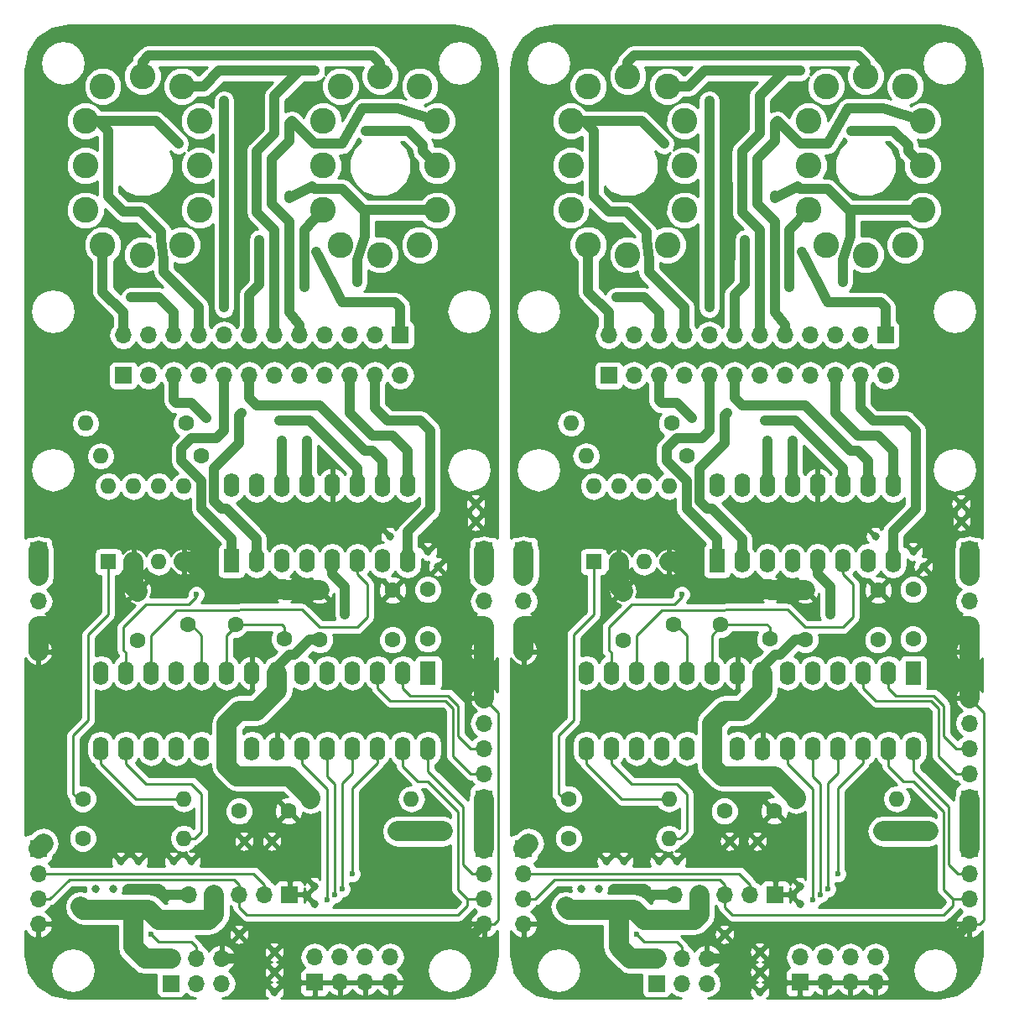
<source format=gtl>
G04 #@! TF.FileFunction,Copper,L1,Top,Signal*
%FSLAX46Y46*%
G04 Gerber Fmt 4.6, Leading zero omitted, Abs format (unit mm)*
G04 Created by KiCad (PCBNEW 4.0.6) date 11/02/17 15:14:21*
%MOMM*%
%LPD*%
G01*
G04 APERTURE LIST*
%ADD10C,0.100000*%
%ADD11C,1.600000*%
%ADD12R,1.600000X1.600000*%
%ADD13O,1.600000X1.600000*%
%ADD14R,1.700000X1.700000*%
%ADD15O,1.700000X1.700000*%
%ADD16R,1.600000X2.400000*%
%ADD17O,1.600000X2.400000*%
%ADD18C,2.600000*%
%ADD19C,0.800000*%
%ADD20C,0.600000*%
%ADD21C,1.000000*%
%ADD22C,2.000000*%
%ADD23C,0.250000*%
%ADD24C,0.254000*%
G04 APERTURE END LIST*
D10*
D11*
X168036000Y-94584000D03*
X168036000Y-99584000D03*
D12*
X150256000Y-91790000D03*
D13*
X157876000Y-84170000D03*
X152796000Y-91790000D03*
X155336000Y-84170000D03*
X155336000Y-91790000D03*
X152796000Y-84170000D03*
X157876000Y-91790000D03*
X150256000Y-84170000D03*
D11*
X178958000Y-99664000D03*
X178958000Y-94664000D03*
X153200000Y-94700000D03*
X153200000Y-99700000D03*
D14*
X188200000Y-120700000D03*
D15*
X188200000Y-123240000D03*
X188200000Y-125780000D03*
X188200000Y-128320000D03*
D14*
X188200000Y-115700000D03*
D15*
X188200000Y-113160000D03*
X188200000Y-110620000D03*
X188200000Y-108080000D03*
X188200000Y-105540000D03*
D14*
X143200000Y-120700000D03*
D15*
X143200000Y-123240000D03*
X143200000Y-125780000D03*
X143200000Y-128320000D03*
D14*
X156606000Y-134335000D03*
D15*
X156606000Y-131795000D03*
X159146000Y-134335000D03*
X159146000Y-131795000D03*
X161686000Y-134335000D03*
X161686000Y-131795000D03*
D14*
X188200000Y-90700000D03*
D15*
X188200000Y-93240000D03*
X188200000Y-95780000D03*
X188200000Y-98320000D03*
X188200000Y-100860000D03*
D14*
X143200000Y-90700000D03*
D15*
X143200000Y-93240000D03*
X143200000Y-95780000D03*
X143200000Y-98320000D03*
X143200000Y-100860000D03*
D11*
X170700000Y-115700000D03*
D13*
X180860000Y-115700000D03*
D11*
X147700000Y-115700000D03*
D13*
X157860000Y-115700000D03*
D11*
X158130000Y-77820000D03*
D13*
X147970000Y-77820000D03*
D11*
X147700000Y-119700000D03*
D13*
X157860000Y-119700000D03*
D11*
X159654000Y-81122000D03*
D13*
X149494000Y-81122000D03*
D16*
X182546000Y-102998000D03*
D17*
X149526000Y-110618000D03*
X180006000Y-102998000D03*
X152066000Y-110618000D03*
X177466000Y-102998000D03*
X154606000Y-110618000D03*
X174926000Y-102998000D03*
X157146000Y-110618000D03*
X172386000Y-102998000D03*
X159686000Y-110618000D03*
X169846000Y-102998000D03*
X162226000Y-110618000D03*
X167306000Y-102998000D03*
X164766000Y-110618000D03*
X164766000Y-102998000D03*
X167306000Y-110618000D03*
X162226000Y-102998000D03*
X169846000Y-110618000D03*
X159686000Y-102998000D03*
X172386000Y-110618000D03*
X157146000Y-102998000D03*
X174926000Y-110618000D03*
X154606000Y-102998000D03*
X177466000Y-110618000D03*
X152066000Y-102998000D03*
X180006000Y-110618000D03*
X149526000Y-102998000D03*
X182546000Y-110618000D03*
D16*
X162700000Y-91700000D03*
D17*
X180480000Y-84080000D03*
X165240000Y-91700000D03*
X177940000Y-84080000D03*
X167780000Y-91700000D03*
X175400000Y-84080000D03*
X170320000Y-91700000D03*
X172860000Y-84080000D03*
X172860000Y-91700000D03*
X170320000Y-84080000D03*
X175400000Y-91700000D03*
X167780000Y-84080000D03*
X177940000Y-91700000D03*
X165240000Y-84080000D03*
X180480000Y-91700000D03*
X162700000Y-84080000D03*
D18*
X153700000Y-60826000D03*
X149700000Y-59826000D03*
X147950000Y-56326000D03*
X147950000Y-51826000D03*
X147950000Y-47326000D03*
X149700000Y-43826000D03*
X153700000Y-42826000D03*
X157700000Y-43826000D03*
X159450000Y-47326000D03*
X159450000Y-51826000D03*
X159450000Y-56326000D03*
X157700000Y-59826000D03*
X177700000Y-60826000D03*
X173700000Y-59826000D03*
X171950000Y-56326000D03*
X171950000Y-51826000D03*
X171950000Y-47326000D03*
X173700000Y-43826000D03*
X177700000Y-42826000D03*
X181700000Y-43826000D03*
X183450000Y-47326000D03*
X183450000Y-51826000D03*
X183450000Y-56326000D03*
X181700000Y-59826000D03*
D11*
X158300000Y-98100000D03*
X163100000Y-98100000D03*
D14*
X168576000Y-125350000D03*
D15*
X166036000Y-125350000D03*
X163496000Y-125350000D03*
X160956000Y-125350000D03*
X158416000Y-125350000D03*
D14*
X151780000Y-72994000D03*
D15*
X154320000Y-72994000D03*
X156860000Y-72994000D03*
X159400000Y-72994000D03*
X161940000Y-72994000D03*
X164480000Y-72994000D03*
X167020000Y-72994000D03*
X169560000Y-72994000D03*
X172100000Y-72994000D03*
X174640000Y-72994000D03*
X177180000Y-72994000D03*
X179720000Y-72994000D03*
D14*
X179720000Y-68930000D03*
D15*
X177180000Y-68930000D03*
X174640000Y-68930000D03*
X172100000Y-68930000D03*
X169560000Y-68930000D03*
X167020000Y-68930000D03*
X164480000Y-68930000D03*
X161940000Y-68930000D03*
X159400000Y-68930000D03*
X156860000Y-68930000D03*
X154320000Y-68930000D03*
X151780000Y-68930000D03*
D11*
X171592000Y-99664000D03*
X171592000Y-94664000D03*
X182514000Y-94584000D03*
X182514000Y-99584000D03*
X163464000Y-116936000D03*
X168464000Y-116936000D03*
D14*
X171084000Y-134208000D03*
D15*
X171084000Y-131668000D03*
X173624000Y-134208000D03*
X173624000Y-131668000D03*
X176164000Y-134208000D03*
X176164000Y-131668000D03*
X178704000Y-134208000D03*
X178704000Y-131668000D03*
D19*
X166766000Y-119984000D03*
X163972000Y-119984000D03*
X158638000Y-122016000D03*
X156860000Y-122016000D03*
X153304000Y-122016000D03*
X151526000Y-122016000D03*
X171084000Y-124556000D03*
X171084000Y-126334000D03*
X167020000Y-131160000D03*
X167020000Y-133192000D03*
X167020000Y-135224000D03*
X148986000Y-124810000D03*
X156606000Y-125318000D03*
X150764000Y-124810000D03*
X163464000Y-129382000D03*
X178704000Y-89250000D03*
X187340000Y-85948000D03*
X183530000Y-92298000D03*
X187340000Y-87726000D03*
X182514000Y-90774000D03*
D11*
X119036000Y-94584000D03*
X119036000Y-99584000D03*
D12*
X101256000Y-91790000D03*
D13*
X108876000Y-84170000D03*
X103796000Y-91790000D03*
X106336000Y-84170000D03*
X106336000Y-91790000D03*
X103796000Y-84170000D03*
X108876000Y-91790000D03*
X101256000Y-84170000D03*
D11*
X129958000Y-99664000D03*
X129958000Y-94664000D03*
X104200000Y-94700000D03*
X104200000Y-99700000D03*
D14*
X139200000Y-120700000D03*
D15*
X139200000Y-123240000D03*
X139200000Y-125780000D03*
X139200000Y-128320000D03*
D14*
X139200000Y-115700000D03*
D15*
X139200000Y-113160000D03*
X139200000Y-110620000D03*
X139200000Y-108080000D03*
X139200000Y-105540000D03*
D14*
X94200000Y-120700000D03*
D15*
X94200000Y-123240000D03*
X94200000Y-125780000D03*
X94200000Y-128320000D03*
D14*
X107606000Y-134335000D03*
D15*
X107606000Y-131795000D03*
X110146000Y-134335000D03*
X110146000Y-131795000D03*
X112686000Y-134335000D03*
X112686000Y-131795000D03*
D14*
X139200000Y-90700000D03*
D15*
X139200000Y-93240000D03*
X139200000Y-95780000D03*
X139200000Y-98320000D03*
X139200000Y-100860000D03*
D14*
X94200000Y-90700000D03*
D15*
X94200000Y-93240000D03*
X94200000Y-95780000D03*
X94200000Y-98320000D03*
X94200000Y-100860000D03*
D11*
X121700000Y-115700000D03*
D13*
X131860000Y-115700000D03*
D11*
X98700000Y-115700000D03*
D13*
X108860000Y-115700000D03*
D11*
X109130000Y-77820000D03*
D13*
X98970000Y-77820000D03*
D11*
X98700000Y-119700000D03*
D13*
X108860000Y-119700000D03*
D11*
X110654000Y-81122000D03*
D13*
X100494000Y-81122000D03*
D16*
X133546000Y-102998000D03*
D17*
X100526000Y-110618000D03*
X131006000Y-102998000D03*
X103066000Y-110618000D03*
X128466000Y-102998000D03*
X105606000Y-110618000D03*
X125926000Y-102998000D03*
X108146000Y-110618000D03*
X123386000Y-102998000D03*
X110686000Y-110618000D03*
X120846000Y-102998000D03*
X113226000Y-110618000D03*
X118306000Y-102998000D03*
X115766000Y-110618000D03*
X115766000Y-102998000D03*
X118306000Y-110618000D03*
X113226000Y-102998000D03*
X120846000Y-110618000D03*
X110686000Y-102998000D03*
X123386000Y-110618000D03*
X108146000Y-102998000D03*
X125926000Y-110618000D03*
X105606000Y-102998000D03*
X128466000Y-110618000D03*
X103066000Y-102998000D03*
X131006000Y-110618000D03*
X100526000Y-102998000D03*
X133546000Y-110618000D03*
D16*
X113700000Y-91700000D03*
D17*
X131480000Y-84080000D03*
X116240000Y-91700000D03*
X128940000Y-84080000D03*
X118780000Y-91700000D03*
X126400000Y-84080000D03*
X121320000Y-91700000D03*
X123860000Y-84080000D03*
X123860000Y-91700000D03*
X121320000Y-84080000D03*
X126400000Y-91700000D03*
X118780000Y-84080000D03*
X128940000Y-91700000D03*
X116240000Y-84080000D03*
X131480000Y-91700000D03*
X113700000Y-84080000D03*
D18*
X104700000Y-60826000D03*
X100700000Y-59826000D03*
X98950000Y-56326000D03*
X98950000Y-51826000D03*
X98950000Y-47326000D03*
X100700000Y-43826000D03*
X104700000Y-42826000D03*
X108700000Y-43826000D03*
X110450000Y-47326000D03*
X110450000Y-51826000D03*
X110450000Y-56326000D03*
X108700000Y-59826000D03*
X128700000Y-60826000D03*
X124700000Y-59826000D03*
X122950000Y-56326000D03*
X122950000Y-51826000D03*
X122950000Y-47326000D03*
X124700000Y-43826000D03*
X128700000Y-42826000D03*
X132700000Y-43826000D03*
X134450000Y-47326000D03*
X134450000Y-51826000D03*
X134450000Y-56326000D03*
X132700000Y-59826000D03*
D11*
X109300000Y-98100000D03*
X114100000Y-98100000D03*
D14*
X119576000Y-125350000D03*
D15*
X117036000Y-125350000D03*
X114496000Y-125350000D03*
X111956000Y-125350000D03*
X109416000Y-125350000D03*
D14*
X102780000Y-72994000D03*
D15*
X105320000Y-72994000D03*
X107860000Y-72994000D03*
X110400000Y-72994000D03*
X112940000Y-72994000D03*
X115480000Y-72994000D03*
X118020000Y-72994000D03*
X120560000Y-72994000D03*
X123100000Y-72994000D03*
X125640000Y-72994000D03*
X128180000Y-72994000D03*
X130720000Y-72994000D03*
D14*
X130720000Y-68930000D03*
D15*
X128180000Y-68930000D03*
X125640000Y-68930000D03*
X123100000Y-68930000D03*
X120560000Y-68930000D03*
X118020000Y-68930000D03*
X115480000Y-68930000D03*
X112940000Y-68930000D03*
X110400000Y-68930000D03*
X107860000Y-68930000D03*
X105320000Y-68930000D03*
X102780000Y-68930000D03*
D11*
X122592000Y-99664000D03*
X122592000Y-94664000D03*
X133514000Y-94584000D03*
X133514000Y-99584000D03*
X114464000Y-116936000D03*
X119464000Y-116936000D03*
D14*
X122084000Y-134208000D03*
D15*
X122084000Y-131668000D03*
X124624000Y-134208000D03*
X124624000Y-131668000D03*
X127164000Y-134208000D03*
X127164000Y-131668000D03*
X129704000Y-134208000D03*
X129704000Y-131668000D03*
D19*
X117766000Y-119984000D03*
X114972000Y-119984000D03*
X109638000Y-122016000D03*
X107860000Y-122016000D03*
X104304000Y-122016000D03*
X102526000Y-122016000D03*
X122084000Y-124556000D03*
X122084000Y-126334000D03*
X118020000Y-131160000D03*
X118020000Y-133192000D03*
X118020000Y-135224000D03*
X99986000Y-124810000D03*
X107606000Y-125318000D03*
X101764000Y-124810000D03*
X114464000Y-129382000D03*
X129704000Y-89250000D03*
X138340000Y-85948000D03*
X134530000Y-92298000D03*
X138340000Y-87726000D03*
X133514000Y-90774000D03*
X174132000Y-97124000D03*
X147462000Y-126588000D03*
X179466000Y-118968000D03*
X184038000Y-118968000D03*
X125132000Y-97124000D03*
X98462000Y-126588000D03*
X130466000Y-118968000D03*
X135038000Y-118968000D03*
X182768000Y-97124000D03*
X185054000Y-86964000D03*
X148224000Y-96108000D03*
X176926000Y-119984000D03*
X178196000Y-124302000D03*
D20*
X152288000Y-124810000D03*
D19*
X133768000Y-97124000D03*
X136054000Y-86964000D03*
X99224000Y-96108000D03*
X127926000Y-119984000D03*
X129196000Y-124302000D03*
D20*
X103288000Y-124810000D03*
X154574000Y-129382000D03*
X105574000Y-129382000D03*
X172386000Y-125858000D03*
X123386000Y-125858000D03*
X173148000Y-125350000D03*
X124148000Y-125350000D03*
X173878000Y-124810000D03*
X124878000Y-124810000D03*
X174894000Y-123286000D03*
X125894000Y-123286000D03*
X159146000Y-95092000D03*
X110146000Y-95092000D03*
X160162000Y-77312000D03*
X111162000Y-77312000D03*
X163718000Y-76804000D03*
X114718000Y-76804000D03*
X167528000Y-77566000D03*
X118528000Y-77566000D03*
X167782000Y-79598000D03*
X118782000Y-79598000D03*
X170322000Y-79598000D03*
X121322000Y-79598000D03*
X171276000Y-60568000D03*
X122276000Y-60568000D03*
X175402000Y-63596000D03*
X168526000Y-54818000D03*
X126402000Y-63596000D03*
X119526000Y-54818000D03*
X176276000Y-48318000D03*
X127276000Y-48318000D03*
X168798000Y-47340000D03*
X119798000Y-47340000D03*
X171084000Y-42260000D03*
X122084000Y-42260000D03*
X165526000Y-59318000D03*
X116526000Y-59318000D03*
X161940000Y-45308000D03*
X161940000Y-66136000D03*
X112940000Y-45308000D03*
X112940000Y-66136000D03*
X157368000Y-49626000D03*
X108368000Y-49626000D03*
X152542000Y-65120000D03*
X103542000Y-65120000D03*
X170026000Y-64068000D03*
X121026000Y-64068000D03*
D21*
X172860000Y-91700000D02*
X172860000Y-93058000D01*
X174132000Y-94330000D02*
X174132000Y-97124000D01*
X172860000Y-93058000D02*
X174132000Y-94330000D01*
D22*
X147748000Y-126874000D02*
X153018000Y-126874000D01*
X147462000Y-126588000D02*
X147748000Y-126874000D01*
X184038000Y-118968000D02*
X179466000Y-118968000D01*
D21*
X167306000Y-102998000D02*
X167306000Y-102426000D01*
X167306000Y-102426000D02*
X168544000Y-101188000D01*
X170576000Y-99664000D02*
X171592000Y-99664000D01*
X169052000Y-101188000D02*
X170576000Y-99664000D01*
X168544000Y-101188000D02*
X169052000Y-101188000D01*
D22*
X154352000Y-126874000D02*
X153018000Y-126874000D01*
X155368000Y-127890000D02*
X154352000Y-126874000D01*
X160448000Y-127890000D02*
X155368000Y-127890000D01*
X160956000Y-127382000D02*
X160448000Y-127890000D01*
X160956000Y-125350000D02*
X160956000Y-127382000D01*
X153939000Y-131795000D02*
X152796000Y-130652000D01*
X153939000Y-131795000D02*
X156606000Y-131795000D01*
X152796000Y-127096000D02*
X152796000Y-130652000D01*
X153018000Y-126874000D02*
X152796000Y-127096000D01*
X188200000Y-115700000D02*
X188200000Y-120700000D01*
X143700000Y-120200000D02*
X143200000Y-120700000D01*
X170700000Y-115700000D02*
X170700000Y-115536000D01*
X170700000Y-115536000D02*
X168576000Y-113412000D01*
X168576000Y-113412000D02*
X163242000Y-113412000D01*
X163242000Y-113412000D02*
X162226000Y-112396000D01*
X162226000Y-112396000D02*
X162226000Y-110618000D01*
X167306000Y-102998000D02*
X167306000Y-104776000D01*
X162226000Y-108078000D02*
X162226000Y-110618000D01*
X163496000Y-106808000D02*
X162226000Y-108078000D01*
X165274000Y-106808000D02*
X163496000Y-106808000D01*
X167306000Y-104776000D02*
X165274000Y-106808000D01*
D21*
X123860000Y-91700000D02*
X123860000Y-93058000D01*
X125132000Y-94330000D02*
X125132000Y-97124000D01*
X123860000Y-93058000D02*
X125132000Y-94330000D01*
D22*
X98748000Y-126874000D02*
X104018000Y-126874000D01*
X98462000Y-126588000D02*
X98748000Y-126874000D01*
X135038000Y-118968000D02*
X130466000Y-118968000D01*
D21*
X118306000Y-102998000D02*
X118306000Y-102426000D01*
X118306000Y-102426000D02*
X119544000Y-101188000D01*
X121576000Y-99664000D02*
X122592000Y-99664000D01*
X120052000Y-101188000D02*
X121576000Y-99664000D01*
X119544000Y-101188000D02*
X120052000Y-101188000D01*
D22*
X105352000Y-126874000D02*
X104018000Y-126874000D01*
X106368000Y-127890000D02*
X105352000Y-126874000D01*
X111448000Y-127890000D02*
X106368000Y-127890000D01*
X111956000Y-127382000D02*
X111448000Y-127890000D01*
X111956000Y-125350000D02*
X111956000Y-127382000D01*
X104939000Y-131795000D02*
X103796000Y-130652000D01*
X104939000Y-131795000D02*
X107606000Y-131795000D01*
X103796000Y-127096000D02*
X103796000Y-130652000D01*
X104018000Y-126874000D02*
X103796000Y-127096000D01*
X139200000Y-115700000D02*
X139200000Y-120700000D01*
X94700000Y-120200000D02*
X94200000Y-120700000D01*
X121700000Y-115700000D02*
X121700000Y-115536000D01*
X121700000Y-115536000D02*
X119576000Y-113412000D01*
X119576000Y-113412000D02*
X114242000Y-113412000D01*
X114242000Y-113412000D02*
X113226000Y-112396000D01*
X113226000Y-112396000D02*
X113226000Y-110618000D01*
X118306000Y-102998000D02*
X118306000Y-104776000D01*
X113226000Y-108078000D02*
X113226000Y-110618000D01*
X114496000Y-106808000D02*
X113226000Y-108078000D01*
X116274000Y-106808000D02*
X114496000Y-106808000D01*
X118306000Y-104776000D02*
X116274000Y-106808000D01*
X183022000Y-97378000D02*
X185562000Y-97378000D01*
X182768000Y-97124000D02*
X183022000Y-97378000D01*
X185562000Y-87472000D02*
X185562000Y-97378000D01*
X185054000Y-86964000D02*
X185562000Y-87472000D01*
X185562000Y-97378000D02*
X186504000Y-98320000D01*
X186504000Y-98320000D02*
X188200000Y-98320000D01*
X168036000Y-94584000D02*
X161432000Y-94584000D01*
X161432000Y-94584000D02*
X158638000Y-91790000D01*
X158638000Y-91790000D02*
X157876000Y-91790000D01*
X143200000Y-98320000D02*
X146012000Y-98320000D01*
X146012000Y-98320000D02*
X148224000Y-96108000D01*
X176926000Y-119984000D02*
X176926000Y-123032000D01*
X176926000Y-123032000D02*
X178196000Y-124302000D01*
D21*
X161686000Y-131795000D02*
X164353000Y-131795000D01*
X164353000Y-131795000D02*
X166766000Y-129382000D01*
X166766000Y-129382000D02*
X187138000Y-129382000D01*
X187138000Y-129382000D02*
X188200000Y-128320000D01*
X158416000Y-125350000D02*
X155876000Y-125350000D01*
X155336000Y-124810000D02*
X152288000Y-124810000D01*
X155876000Y-125350000D02*
X155336000Y-124810000D01*
D22*
X171592000Y-94664000D02*
X168116000Y-94664000D01*
X168116000Y-94664000D02*
X168036000Y-94584000D01*
X152796000Y-91790000D02*
X152796000Y-94296000D01*
X152796000Y-94296000D02*
X153200000Y-94700000D01*
X153200000Y-94814998D02*
X153200000Y-94700000D01*
X143200000Y-100860000D02*
X143200000Y-98320000D01*
X188200000Y-100860000D02*
X188200000Y-105540000D01*
X188200000Y-98320000D02*
X188200000Y-100860000D01*
D23*
X188200000Y-128320000D02*
X189228000Y-128320000D01*
X189658000Y-106998000D02*
X188200000Y-105540000D01*
X189658000Y-127890000D02*
X189658000Y-106998000D01*
X189228000Y-128320000D02*
X189658000Y-127890000D01*
D22*
X134022000Y-97378000D02*
X136562000Y-97378000D01*
X133768000Y-97124000D02*
X134022000Y-97378000D01*
X136562000Y-87472000D02*
X136562000Y-97378000D01*
X136054000Y-86964000D02*
X136562000Y-87472000D01*
X136562000Y-97378000D02*
X137504000Y-98320000D01*
X137504000Y-98320000D02*
X139200000Y-98320000D01*
X119036000Y-94584000D02*
X112432000Y-94584000D01*
X112432000Y-94584000D02*
X109638000Y-91790000D01*
X109638000Y-91790000D02*
X108876000Y-91790000D01*
X94200000Y-98320000D02*
X97012000Y-98320000D01*
X97012000Y-98320000D02*
X99224000Y-96108000D01*
X127926000Y-119984000D02*
X127926000Y-123032000D01*
X127926000Y-123032000D02*
X129196000Y-124302000D01*
D21*
X112686000Y-131795000D02*
X115353000Y-131795000D01*
X115353000Y-131795000D02*
X117766000Y-129382000D01*
X117766000Y-129382000D02*
X138138000Y-129382000D01*
X138138000Y-129382000D02*
X139200000Y-128320000D01*
X109416000Y-125350000D02*
X106876000Y-125350000D01*
X106336000Y-124810000D02*
X103288000Y-124810000D01*
X106876000Y-125350000D02*
X106336000Y-124810000D01*
D22*
X122592000Y-94664000D02*
X119116000Y-94664000D01*
X119116000Y-94664000D02*
X119036000Y-94584000D01*
X103796000Y-91790000D02*
X103796000Y-94296000D01*
X103796000Y-94296000D02*
X104200000Y-94700000D01*
X104200000Y-94814998D02*
X104200000Y-94700000D01*
X94200000Y-100860000D02*
X94200000Y-98320000D01*
X139200000Y-100860000D02*
X139200000Y-105540000D01*
X139200000Y-98320000D02*
X139200000Y-100860000D01*
D23*
X139200000Y-128320000D02*
X140228000Y-128320000D01*
X140658000Y-106998000D02*
X139200000Y-105540000D01*
X140658000Y-127890000D02*
X140658000Y-106998000D01*
X140228000Y-128320000D02*
X140658000Y-127890000D01*
X168036000Y-99584000D02*
X168036000Y-98394000D01*
X167742000Y-98100000D02*
X163100000Y-98100000D01*
X168036000Y-98394000D02*
X167742000Y-98100000D01*
X163100000Y-98100000D02*
X163100000Y-98314000D01*
X163100000Y-98314000D02*
X162226000Y-99188000D01*
X162226000Y-99188000D02*
X162226000Y-102998000D01*
X119036000Y-99584000D02*
X119036000Y-98394000D01*
X118742000Y-98100000D02*
X114100000Y-98100000D01*
X119036000Y-98394000D02*
X118742000Y-98100000D01*
X114100000Y-98100000D02*
X114100000Y-98314000D01*
X114100000Y-98314000D02*
X113226000Y-99188000D01*
X113226000Y-99188000D02*
X113226000Y-102998000D01*
X158300000Y-98100000D02*
X158598000Y-98100000D01*
X158598000Y-98100000D02*
X159686000Y-99188000D01*
X159686000Y-99188000D02*
X159686000Y-102998000D01*
X109300000Y-98100000D02*
X109598000Y-98100000D01*
X109598000Y-98100000D02*
X110686000Y-99188000D01*
X110686000Y-99188000D02*
X110686000Y-102998000D01*
X143200000Y-123240000D02*
X164942000Y-123240000D01*
X166036000Y-124334000D02*
X166036000Y-125350000D01*
X164942000Y-123240000D02*
X166036000Y-124334000D01*
X182546000Y-110618000D02*
X182546000Y-112904000D01*
X187040000Y-123240000D02*
X188200000Y-123240000D01*
X186102000Y-122302000D02*
X187040000Y-123240000D01*
X186102000Y-116460000D02*
X186102000Y-122302000D01*
X182546000Y-112904000D02*
X186102000Y-116460000D01*
X94200000Y-123240000D02*
X115942000Y-123240000D01*
X117036000Y-124334000D02*
X117036000Y-125350000D01*
X115942000Y-123240000D02*
X117036000Y-124334000D01*
X133546000Y-110618000D02*
X133546000Y-112904000D01*
X138040000Y-123240000D02*
X139200000Y-123240000D01*
X137102000Y-122302000D02*
X138040000Y-123240000D01*
X137102000Y-116460000D02*
X137102000Y-122302000D01*
X133546000Y-112904000D02*
X137102000Y-116460000D01*
X143200000Y-125780000D02*
X144368000Y-125780000D01*
X163496000Y-124334000D02*
X163496000Y-125350000D01*
X162988000Y-123826000D02*
X163496000Y-124334000D01*
X146322000Y-123826000D02*
X162988000Y-123826000D01*
X144368000Y-125780000D02*
X146322000Y-123826000D01*
X163496000Y-125350000D02*
X163496000Y-126620000D01*
X186532000Y-126444000D02*
X186532000Y-125780000D01*
X185594000Y-127382000D02*
X186532000Y-126444000D01*
X164258000Y-127382000D02*
X185594000Y-127382000D01*
X163496000Y-126620000D02*
X164258000Y-127382000D01*
X180006000Y-110618000D02*
X180006000Y-112396000D01*
X186532000Y-125780000D02*
X188200000Y-125780000D01*
X185594000Y-124842000D02*
X186532000Y-125780000D01*
X185594000Y-116968000D02*
X185594000Y-124842000D01*
X182546000Y-113920000D02*
X185594000Y-116968000D01*
X181530000Y-113920000D02*
X182546000Y-113920000D01*
X180006000Y-112396000D02*
X181530000Y-113920000D01*
X94200000Y-125780000D02*
X95368000Y-125780000D01*
X114496000Y-124334000D02*
X114496000Y-125350000D01*
X113988000Y-123826000D02*
X114496000Y-124334000D01*
X97322000Y-123826000D02*
X113988000Y-123826000D01*
X95368000Y-125780000D02*
X97322000Y-123826000D01*
X114496000Y-125350000D02*
X114496000Y-126620000D01*
X137532000Y-126444000D02*
X137532000Y-125780000D01*
X136594000Y-127382000D02*
X137532000Y-126444000D01*
X115258000Y-127382000D02*
X136594000Y-127382000D01*
X114496000Y-126620000D02*
X115258000Y-127382000D01*
X131006000Y-110618000D02*
X131006000Y-112396000D01*
X137532000Y-125780000D02*
X139200000Y-125780000D01*
X136594000Y-124842000D02*
X137532000Y-125780000D01*
X136594000Y-116968000D02*
X136594000Y-124842000D01*
X133546000Y-113920000D02*
X136594000Y-116968000D01*
X132530000Y-113920000D02*
X133546000Y-113920000D01*
X131006000Y-112396000D02*
X132530000Y-113920000D01*
X188200000Y-113160000D02*
X186866000Y-113160000D01*
X177466000Y-104522000D02*
X177466000Y-102998000D01*
X178736000Y-105792000D02*
X177466000Y-104522000D01*
X184324000Y-105792000D02*
X178736000Y-105792000D01*
X185086000Y-106554000D02*
X184324000Y-105792000D01*
X185086000Y-111380000D02*
X185086000Y-106554000D01*
X186866000Y-113160000D02*
X185086000Y-111380000D01*
X139200000Y-113160000D02*
X137866000Y-113160000D01*
X128466000Y-104522000D02*
X128466000Y-102998000D01*
X129736000Y-105792000D02*
X128466000Y-104522000D01*
X135324000Y-105792000D02*
X129736000Y-105792000D01*
X136086000Y-106554000D02*
X135324000Y-105792000D01*
X136086000Y-111380000D02*
X136086000Y-106554000D01*
X137866000Y-113160000D02*
X136086000Y-111380000D01*
X188200000Y-110620000D02*
X186866000Y-110620000D01*
X180006000Y-104522000D02*
X180006000Y-102998000D01*
X180768000Y-105284000D02*
X180006000Y-104522000D01*
X184578000Y-105284000D02*
X180768000Y-105284000D01*
X185594000Y-106300000D02*
X184578000Y-105284000D01*
X185594000Y-109348000D02*
X185594000Y-106300000D01*
X186866000Y-110620000D02*
X185594000Y-109348000D01*
X139200000Y-110620000D02*
X137866000Y-110620000D01*
X131006000Y-104522000D02*
X131006000Y-102998000D01*
X131768000Y-105284000D02*
X131006000Y-104522000D01*
X135578000Y-105284000D02*
X131768000Y-105284000D01*
X136594000Y-106300000D02*
X135578000Y-105284000D01*
X136594000Y-109348000D02*
X136594000Y-106300000D01*
X137866000Y-110620000D02*
X136594000Y-109348000D01*
X159146000Y-130652000D02*
X159146000Y-131795000D01*
X158638000Y-130144000D02*
X159146000Y-130652000D01*
X155336000Y-130144000D02*
X158638000Y-130144000D01*
X154574000Y-129382000D02*
X155336000Y-130144000D01*
X110146000Y-130652000D02*
X110146000Y-131795000D01*
X109638000Y-130144000D02*
X110146000Y-130652000D01*
X106336000Y-130144000D02*
X109638000Y-130144000D01*
X105574000Y-129382000D02*
X106336000Y-130144000D01*
X169846000Y-110618000D02*
X169846000Y-112142000D01*
X172386000Y-114682000D02*
X172386000Y-125858000D01*
X169846000Y-112142000D02*
X172386000Y-114682000D01*
X120846000Y-110618000D02*
X120846000Y-112142000D01*
X123386000Y-114682000D02*
X123386000Y-125858000D01*
X120846000Y-112142000D02*
X123386000Y-114682000D01*
X172386000Y-113412000D02*
X173148000Y-114174000D01*
X173148000Y-114174000D02*
X173148000Y-125350000D01*
X172386000Y-110618000D02*
X172386000Y-113412000D01*
X123386000Y-113412000D02*
X124148000Y-114174000D01*
X124148000Y-114174000D02*
X124148000Y-125350000D01*
X123386000Y-110618000D02*
X123386000Y-113412000D01*
X173878000Y-114142000D02*
X173878000Y-124810000D01*
X174926000Y-110618000D02*
X174894000Y-113126000D01*
X174894000Y-113126000D02*
X173878000Y-114142000D01*
X173878000Y-114142000D02*
X173878000Y-114142000D01*
X124878000Y-114142000D02*
X124878000Y-124810000D01*
X125926000Y-110618000D02*
X125894000Y-113126000D01*
X125894000Y-113126000D02*
X124878000Y-114142000D01*
X124878000Y-114142000D02*
X124878000Y-114142000D01*
X174894000Y-114650000D02*
X174894000Y-123286000D01*
X176418000Y-113126000D02*
X174894000Y-114650000D01*
X177434000Y-112110000D02*
X176418000Y-113126000D01*
X177466000Y-110618000D02*
X177434000Y-112110000D01*
X125894000Y-114650000D02*
X125894000Y-123286000D01*
X127418000Y-113126000D02*
X125894000Y-114650000D01*
X128434000Y-112110000D02*
X127418000Y-113126000D01*
X128466000Y-110618000D02*
X128434000Y-112110000D01*
D22*
X143200000Y-90700000D02*
X143200000Y-93240000D01*
X188200000Y-90700000D02*
X188200000Y-93240000D01*
X94200000Y-90700000D02*
X94200000Y-93240000D01*
X139200000Y-90700000D02*
X139200000Y-93240000D01*
D23*
X147700000Y-115700000D02*
X147242000Y-115700000D01*
X147242000Y-115700000D02*
X146700000Y-115158000D01*
X146700000Y-115158000D02*
X146700000Y-109316000D01*
X146700000Y-109316000D02*
X148224000Y-107792000D01*
X148224000Y-107792000D02*
X148224000Y-99156000D01*
X148224000Y-99156000D02*
X150256000Y-97124000D01*
X150256000Y-97124000D02*
X150256000Y-93568000D01*
X150256000Y-91790000D02*
X150256000Y-92806000D01*
X150256000Y-92806000D02*
X150256000Y-93568000D01*
X98700000Y-115700000D02*
X98242000Y-115700000D01*
X98242000Y-115700000D02*
X97700000Y-115158000D01*
X97700000Y-115158000D02*
X97700000Y-109316000D01*
X97700000Y-109316000D02*
X99224000Y-107792000D01*
X99224000Y-107792000D02*
X99224000Y-99156000D01*
X99224000Y-99156000D02*
X101256000Y-97124000D01*
X101256000Y-97124000D02*
X101256000Y-93568000D01*
X101256000Y-91790000D02*
X101256000Y-92806000D01*
X101256000Y-92806000D02*
X101256000Y-93568000D01*
X149526000Y-110618000D02*
X149526000Y-112142000D01*
X153084000Y-115700000D02*
X157860000Y-115700000D01*
X149526000Y-112142000D02*
X153084000Y-115700000D01*
X100526000Y-110618000D02*
X100526000Y-112142000D01*
X104084000Y-115700000D02*
X108860000Y-115700000D01*
X100526000Y-112142000D02*
X104084000Y-115700000D01*
X159686000Y-118238000D02*
X159686000Y-119000000D01*
X152066000Y-112142000D02*
X154098000Y-114174000D01*
X154098000Y-114174000D02*
X158670000Y-114174000D01*
X158670000Y-114174000D02*
X159686000Y-115190000D01*
X159686000Y-115190000D02*
X159686000Y-118238000D01*
X152066000Y-110618000D02*
X152066000Y-112142000D01*
X158986000Y-119700000D02*
X157860000Y-119700000D01*
X159686000Y-119000000D02*
X158986000Y-119700000D01*
X110686000Y-118238000D02*
X110686000Y-119000000D01*
X103066000Y-112142000D02*
X105098000Y-114174000D01*
X105098000Y-114174000D02*
X109670000Y-114174000D01*
X109670000Y-114174000D02*
X110686000Y-115190000D01*
X110686000Y-115190000D02*
X110686000Y-118238000D01*
X103066000Y-110618000D02*
X103066000Y-112142000D01*
X109986000Y-119700000D02*
X108860000Y-119700000D01*
X110686000Y-119000000D02*
X109986000Y-119700000D01*
X176418000Y-97378000D02*
X176418000Y-94076000D01*
X175402000Y-98394000D02*
X171592000Y-98394000D01*
X171592000Y-98394000D02*
X169814002Y-96616629D01*
X154606000Y-102998000D02*
X154606000Y-99188000D01*
X169814002Y-96616629D02*
X157146000Y-96648000D01*
X157146000Y-96648000D02*
X156638000Y-97156000D01*
X154606000Y-99188000D02*
X156638000Y-97156000D01*
X176418000Y-97378000D02*
X175402000Y-98394000D01*
X175400000Y-93058000D02*
X175400000Y-91700000D01*
X176418000Y-94076000D02*
X175400000Y-93058000D01*
X127418000Y-97378000D02*
X127418000Y-94076000D01*
X126402000Y-98394000D02*
X122592000Y-98394000D01*
X122592000Y-98394000D02*
X120814002Y-96616629D01*
X105606000Y-102998000D02*
X105606000Y-99188000D01*
X120814002Y-96616629D02*
X108146000Y-96648000D01*
X108146000Y-96648000D02*
X107638000Y-97156000D01*
X105606000Y-99188000D02*
X107638000Y-97156000D01*
X127418000Y-97378000D02*
X126402000Y-98394000D01*
X126400000Y-93058000D02*
X126400000Y-91700000D01*
X127418000Y-94076000D02*
X126400000Y-93058000D01*
X158387639Y-96108000D02*
X158384051Y-96111588D01*
X158384051Y-96111588D02*
X158384051Y-96111605D01*
X159146000Y-95092000D02*
X159146000Y-95346000D01*
X159146000Y-95346000D02*
X158384051Y-96111605D01*
X152066000Y-101474000D02*
X152066000Y-102998000D01*
X152066000Y-100966000D02*
X152066000Y-101474000D01*
X151780000Y-100680000D02*
X152066000Y-100966000D01*
X151780000Y-98394000D02*
X151780000Y-100680000D01*
X154066000Y-96108000D02*
X151780000Y-98394000D01*
X154066000Y-96108000D02*
X158387639Y-96108000D01*
X109387639Y-96108000D02*
X109384051Y-96111588D01*
X109384051Y-96111588D02*
X109384051Y-96111605D01*
X110146000Y-95092000D02*
X110146000Y-95346000D01*
X110146000Y-95346000D02*
X109384051Y-96111605D01*
X103066000Y-101474000D02*
X103066000Y-102998000D01*
X103066000Y-100966000D02*
X103066000Y-101474000D01*
X102780000Y-100680000D02*
X103066000Y-100966000D01*
X102780000Y-98394000D02*
X102780000Y-100680000D01*
X105066000Y-96108000D02*
X102780000Y-98394000D01*
X105066000Y-96108000D02*
X109387639Y-96108000D01*
D21*
X156860000Y-72994000D02*
X156860000Y-74010000D01*
X160162000Y-77312000D02*
X158638000Y-75788000D01*
X158638000Y-75788000D02*
X157114000Y-75788000D01*
X157114000Y-75788000D02*
X156860000Y-75534000D01*
X156860000Y-75534000D02*
X156860000Y-74010000D01*
X107860000Y-72994000D02*
X107860000Y-74010000D01*
X111162000Y-77312000D02*
X109638000Y-75788000D01*
X109638000Y-75788000D02*
X108114000Y-75788000D01*
X108114000Y-75788000D02*
X107860000Y-75534000D01*
X107860000Y-75534000D02*
X107860000Y-74010000D01*
X163464000Y-79852000D02*
X163464000Y-77058000D01*
X163464000Y-77058000D02*
X163718000Y-76804000D01*
X165240000Y-89506000D02*
X165240000Y-91700000D01*
X160924000Y-82392000D02*
X161940000Y-81376000D01*
X160924000Y-85694000D02*
X160924000Y-82392000D01*
X161686000Y-86456000D02*
X160924000Y-85694000D01*
X162190000Y-86456000D02*
X161686000Y-86456000D01*
X165240000Y-89506000D02*
X162190000Y-86456000D01*
X161940000Y-81376000D02*
X163464000Y-79852000D01*
X114464000Y-79852000D02*
X114464000Y-77058000D01*
X114464000Y-77058000D02*
X114718000Y-76804000D01*
X116240000Y-89506000D02*
X116240000Y-91700000D01*
X111924000Y-82392000D02*
X112940000Y-81376000D01*
X111924000Y-85694000D02*
X111924000Y-82392000D01*
X112686000Y-86456000D02*
X111924000Y-85694000D01*
X113190000Y-86456000D02*
X112686000Y-86456000D01*
X116240000Y-89506000D02*
X113190000Y-86456000D01*
X112940000Y-81376000D02*
X114464000Y-79852000D01*
X161940000Y-72994000D02*
X161940000Y-74010000D01*
X161940000Y-78582000D02*
X161940000Y-74010000D01*
X160924000Y-79344000D02*
X161178000Y-79344000D01*
X161178000Y-79344000D02*
X161432000Y-79090000D01*
X157622000Y-81630000D02*
X157622000Y-80360000D01*
X162700000Y-89502000D02*
X159654000Y-86456000D01*
X159654000Y-86456000D02*
X159654000Y-83662000D01*
X159654000Y-83662000D02*
X157622000Y-81630000D01*
X162700000Y-89502000D02*
X162700000Y-91700000D01*
X158638000Y-79344000D02*
X160924000Y-79344000D01*
X157622000Y-80360000D02*
X158638000Y-79344000D01*
X161432000Y-79090000D02*
X161940000Y-78582000D01*
X112940000Y-72994000D02*
X112940000Y-74010000D01*
X112940000Y-78582000D02*
X112940000Y-74010000D01*
X111924000Y-79344000D02*
X112178000Y-79344000D01*
X112178000Y-79344000D02*
X112432000Y-79090000D01*
X108622000Y-81630000D02*
X108622000Y-80360000D01*
X113700000Y-89502000D02*
X110654000Y-86456000D01*
X110654000Y-86456000D02*
X110654000Y-83662000D01*
X110654000Y-83662000D02*
X108622000Y-81630000D01*
X113700000Y-89502000D02*
X113700000Y-91700000D01*
X109638000Y-79344000D02*
X111924000Y-79344000D01*
X108622000Y-80360000D02*
X109638000Y-79344000D01*
X112432000Y-79090000D02*
X112940000Y-78582000D01*
X164480000Y-72994000D02*
X164480000Y-74010000D01*
X177940000Y-81628000D02*
X176926000Y-80614000D01*
X176926000Y-80614000D02*
X176164000Y-80614000D01*
X176164000Y-80614000D02*
X171592000Y-76042000D01*
X171592000Y-76042000D02*
X165242000Y-76042000D01*
X165242000Y-76042000D02*
X164480000Y-75280000D01*
X164480000Y-75280000D02*
X164480000Y-74010000D01*
X177940000Y-81628000D02*
X177940000Y-84080000D01*
X115480000Y-72994000D02*
X115480000Y-74010000D01*
X128940000Y-81628000D02*
X127926000Y-80614000D01*
X127926000Y-80614000D02*
X127164000Y-80614000D01*
X127164000Y-80614000D02*
X122592000Y-76042000D01*
X122592000Y-76042000D02*
X116242000Y-76042000D01*
X116242000Y-76042000D02*
X115480000Y-75280000D01*
X115480000Y-75280000D02*
X115480000Y-74010000D01*
X128940000Y-81628000D02*
X128940000Y-84080000D01*
X175400000Y-82390000D02*
X170576000Y-77566000D01*
X170576000Y-77566000D02*
X167528000Y-77566000D01*
X175400000Y-82390000D02*
X175400000Y-84080000D01*
X126400000Y-82390000D02*
X121576000Y-77566000D01*
X121576000Y-77566000D02*
X118528000Y-77566000D01*
X126400000Y-82390000D02*
X126400000Y-84080000D01*
X167780000Y-79600000D02*
X167782000Y-79598000D01*
X167780000Y-79600000D02*
X167780000Y-84080000D01*
X118780000Y-79600000D02*
X118782000Y-79598000D01*
X118780000Y-79600000D02*
X118780000Y-84080000D01*
X170320000Y-79600000D02*
X170322000Y-79598000D01*
X170320000Y-79600000D02*
X170320000Y-84080000D01*
X121320000Y-79600000D02*
X121322000Y-79598000D01*
X121320000Y-79600000D02*
X121320000Y-84080000D01*
X174640000Y-72994000D02*
X174640000Y-74010000D01*
X180480000Y-80612000D02*
X178958000Y-79090000D01*
X178958000Y-79090000D02*
X176926000Y-79090000D01*
X176926000Y-79090000D02*
X174640000Y-76804000D01*
X174640000Y-76804000D02*
X174640000Y-74010000D01*
X180480000Y-80612000D02*
X180480000Y-84080000D01*
X125640000Y-72994000D02*
X125640000Y-74010000D01*
X131480000Y-80612000D02*
X129958000Y-79090000D01*
X129958000Y-79090000D02*
X127926000Y-79090000D01*
X127926000Y-79090000D02*
X125640000Y-76804000D01*
X125640000Y-76804000D02*
X125640000Y-74010000D01*
X131480000Y-80612000D02*
X131480000Y-84080000D01*
X180480000Y-89760000D02*
X180480000Y-88744000D01*
X181752000Y-77566000D02*
X182768000Y-78582000D01*
X182768000Y-78582000D02*
X182768000Y-86456000D01*
X180480000Y-91700000D02*
X180480000Y-89760000D01*
X177180000Y-74010000D02*
X177180000Y-72994000D01*
X180482000Y-77566000D02*
X178450000Y-77566000D01*
X178450000Y-77566000D02*
X177180000Y-76296000D01*
X177180000Y-76296000D02*
X177180000Y-74010000D01*
X180482000Y-77566000D02*
X181752000Y-77566000D01*
X180480000Y-88744000D02*
X182768000Y-86456000D01*
X131480000Y-89760000D02*
X131480000Y-88744000D01*
X132752000Y-77566000D02*
X133768000Y-78582000D01*
X133768000Y-78582000D02*
X133768000Y-86456000D01*
X131480000Y-91700000D02*
X131480000Y-89760000D01*
X128180000Y-74010000D02*
X128180000Y-72994000D01*
X131482000Y-77566000D02*
X129450000Y-77566000D01*
X129450000Y-77566000D02*
X128180000Y-76296000D01*
X128180000Y-76296000D02*
X128180000Y-74010000D01*
X131482000Y-77566000D02*
X132752000Y-77566000D01*
X131480000Y-88744000D02*
X133768000Y-86456000D01*
X179720000Y-68930000D02*
X179720000Y-67914000D01*
X179720000Y-66136000D02*
X179720000Y-67914000D01*
X179212000Y-65628000D02*
X173878000Y-65628000D01*
X173878000Y-65628000D02*
X171276000Y-60568000D01*
X179720000Y-66136000D02*
X179212000Y-65628000D01*
X130720000Y-68930000D02*
X130720000Y-67914000D01*
X130720000Y-66136000D02*
X130720000Y-67914000D01*
X130212000Y-65628000D02*
X124878000Y-65628000D01*
X124878000Y-65628000D02*
X122276000Y-60568000D01*
X130720000Y-66136000D02*
X130212000Y-65628000D01*
X175402000Y-63596000D02*
X175402000Y-61310000D01*
X175402000Y-61310000D02*
X176164000Y-59024000D01*
X176164000Y-59024000D02*
X176164000Y-56326000D01*
X176006000Y-56326000D02*
X176164000Y-56326000D01*
X176164000Y-56326000D02*
X183450000Y-56326000D01*
X173878000Y-54198000D02*
X176006000Y-56326000D01*
X171084000Y-54198000D02*
X173878000Y-54198000D01*
X170830000Y-53944000D02*
X171084000Y-54198000D01*
X168526000Y-55072000D02*
X170830000Y-53944000D01*
X168526000Y-54818000D02*
X168526000Y-55072000D01*
X126402000Y-63596000D02*
X126402000Y-61310000D01*
X126402000Y-61310000D02*
X127164000Y-59024000D01*
X127164000Y-59024000D02*
X127164000Y-56326000D01*
X127006000Y-56326000D02*
X127164000Y-56326000D01*
X127164000Y-56326000D02*
X134450000Y-56326000D01*
X124878000Y-54198000D02*
X127006000Y-56326000D01*
X122084000Y-54198000D02*
X124878000Y-54198000D01*
X121830000Y-53944000D02*
X122084000Y-54198000D01*
X119526000Y-55072000D02*
X121830000Y-53944000D01*
X119526000Y-54818000D02*
X119526000Y-55072000D01*
X182026000Y-50402000D02*
X183450000Y-51826000D01*
X182026000Y-49818000D02*
X182026000Y-50402000D01*
X180526000Y-48318000D02*
X182026000Y-49818000D01*
X176276000Y-48318000D02*
X180526000Y-48318000D01*
X133026000Y-50402000D02*
X134450000Y-51826000D01*
X133026000Y-49818000D02*
X133026000Y-50402000D01*
X131526000Y-48318000D02*
X133026000Y-49818000D01*
X127276000Y-48318000D02*
X131526000Y-48318000D01*
X169560000Y-68930000D02*
X169560000Y-67914000D01*
X168544000Y-47594000D02*
X168798000Y-47340000D01*
X169560000Y-67914000D02*
X168544000Y-66644000D01*
X168544000Y-64104000D02*
X168526000Y-59568000D01*
X168544000Y-66644000D02*
X168544000Y-64104000D01*
X168544000Y-49372000D02*
X168544000Y-47594000D01*
X166766000Y-51150000D02*
X168544000Y-49372000D01*
X166766000Y-55722000D02*
X166766000Y-51150000D01*
X168544000Y-57500000D02*
X166766000Y-55722000D01*
X168526000Y-59568000D02*
X168544000Y-57500000D01*
X175910000Y-46070000D02*
X179466000Y-46070000D01*
X179466000Y-46070000D02*
X183450000Y-47326000D01*
X173878000Y-49626000D02*
X175910000Y-46070000D01*
X171084000Y-49626000D02*
X173878000Y-49626000D01*
X168798000Y-47340000D02*
X171084000Y-49626000D01*
X120560000Y-68930000D02*
X120560000Y-67914000D01*
X119544000Y-47594000D02*
X119798000Y-47340000D01*
X120560000Y-67914000D02*
X119544000Y-66644000D01*
X119544000Y-64104000D02*
X119526000Y-59568000D01*
X119544000Y-66644000D02*
X119544000Y-64104000D01*
X119544000Y-49372000D02*
X119544000Y-47594000D01*
X117766000Y-51150000D02*
X119544000Y-49372000D01*
X117766000Y-55722000D02*
X117766000Y-51150000D01*
X119544000Y-57500000D02*
X117766000Y-55722000D01*
X119526000Y-59568000D02*
X119544000Y-57500000D01*
X126910000Y-46070000D02*
X130466000Y-46070000D01*
X130466000Y-46070000D02*
X134450000Y-47326000D01*
X124878000Y-49626000D02*
X126910000Y-46070000D01*
X122084000Y-49626000D02*
X124878000Y-49626000D01*
X119798000Y-47340000D02*
X122084000Y-49626000D01*
X167020000Y-68930000D02*
X167020000Y-67914000D01*
X167020000Y-44800000D02*
X169560000Y-42260000D01*
X167020000Y-48610000D02*
X167020000Y-44800000D01*
X165242000Y-50388000D02*
X167020000Y-48610000D01*
X165276000Y-56568000D02*
X165242000Y-50388000D01*
X167026000Y-58318000D02*
X165276000Y-56568000D01*
X167020000Y-67914000D02*
X167026000Y-58318000D01*
X157700000Y-43826000D02*
X159866000Y-43826000D01*
X161432000Y-42260000D02*
X169560000Y-42260000D01*
X169560000Y-42260000D02*
X171084000Y-42260000D01*
X159866000Y-43826000D02*
X161432000Y-42260000D01*
X118020000Y-68930000D02*
X118020000Y-67914000D01*
X118020000Y-44800000D02*
X120560000Y-42260000D01*
X118020000Y-48610000D02*
X118020000Y-44800000D01*
X116242000Y-50388000D02*
X118020000Y-48610000D01*
X116276000Y-56568000D02*
X116242000Y-50388000D01*
X118026000Y-58318000D02*
X116276000Y-56568000D01*
X118020000Y-67914000D02*
X118026000Y-58318000D01*
X108700000Y-43826000D02*
X110866000Y-43826000D01*
X112432000Y-42260000D02*
X120560000Y-42260000D01*
X120560000Y-42260000D02*
X122084000Y-42260000D01*
X110866000Y-43826000D02*
X112432000Y-42260000D01*
X164480000Y-68930000D02*
X164480000Y-67914000D01*
X164480000Y-67914000D02*
X164480000Y-64866000D01*
X165496000Y-63850000D02*
X165526000Y-59318000D01*
X164480000Y-64866000D02*
X165496000Y-63850000D01*
X153700000Y-42826000D02*
X153700000Y-41356000D01*
X177700000Y-41510000D02*
X177700000Y-42826000D01*
X176926000Y-40736000D02*
X177700000Y-41510000D01*
X154320000Y-40736000D02*
X176926000Y-40736000D01*
X153700000Y-41356000D02*
X154320000Y-40736000D01*
X115480000Y-68930000D02*
X115480000Y-67914000D01*
X115480000Y-67914000D02*
X115480000Y-64866000D01*
X116496000Y-63850000D02*
X116526000Y-59318000D01*
X115480000Y-64866000D02*
X116496000Y-63850000D01*
X104700000Y-42826000D02*
X104700000Y-41356000D01*
X128700000Y-41510000D02*
X128700000Y-42826000D01*
X127926000Y-40736000D02*
X128700000Y-41510000D01*
X105320000Y-40736000D02*
X127926000Y-40736000D01*
X104700000Y-41356000D02*
X105320000Y-40736000D01*
X161940000Y-66136000D02*
X161940000Y-45308000D01*
X112940000Y-66136000D02*
X112940000Y-45308000D01*
X159400000Y-68930000D02*
X159400000Y-67914000D01*
X155590000Y-58516000D02*
X153558000Y-56484000D01*
X153558000Y-56484000D02*
X151780000Y-56484000D01*
X151780000Y-56484000D02*
X150256000Y-54960000D01*
X150256000Y-54960000D02*
X150256000Y-48356000D01*
X150256000Y-48356000D02*
X149226000Y-47326000D01*
X155590000Y-59278000D02*
X155844000Y-61310000D01*
X159400000Y-66136000D02*
X155844000Y-62580000D01*
X155844000Y-62580000D02*
X155844000Y-61310000D01*
X159400000Y-67914000D02*
X159400000Y-66136000D01*
X155590000Y-59278000D02*
X155590000Y-58516000D01*
X147950000Y-47326000D02*
X155068000Y-47326000D01*
X155068000Y-47326000D02*
X157368000Y-49626000D01*
X149226000Y-47326000D02*
X147950000Y-47326000D01*
X110400000Y-68930000D02*
X110400000Y-67914000D01*
X106590000Y-58516000D02*
X104558000Y-56484000D01*
X104558000Y-56484000D02*
X102780000Y-56484000D01*
X102780000Y-56484000D02*
X101256000Y-54960000D01*
X101256000Y-54960000D02*
X101256000Y-48356000D01*
X101256000Y-48356000D02*
X100226000Y-47326000D01*
X106590000Y-59278000D02*
X106844000Y-61310000D01*
X110400000Y-66136000D02*
X106844000Y-62580000D01*
X106844000Y-62580000D02*
X106844000Y-61310000D01*
X110400000Y-67914000D02*
X110400000Y-66136000D01*
X106590000Y-59278000D02*
X106590000Y-58516000D01*
X98950000Y-47326000D02*
X106068000Y-47326000D01*
X106068000Y-47326000D02*
X108368000Y-49626000D01*
X100226000Y-47326000D02*
X98950000Y-47326000D01*
X156860000Y-68930000D02*
X156860000Y-67914000D01*
X156860000Y-66644000D02*
X155336000Y-65120000D01*
X155336000Y-65120000D02*
X152542000Y-65120000D01*
X156860000Y-67914000D02*
X156860000Y-66644000D01*
X107860000Y-68930000D02*
X107860000Y-67914000D01*
X107860000Y-66644000D02*
X106336000Y-65120000D01*
X106336000Y-65120000D02*
X103542000Y-65120000D01*
X107860000Y-67914000D02*
X107860000Y-66644000D01*
X171950000Y-56326000D02*
X170026000Y-58318000D01*
X170026000Y-64068000D02*
X170026000Y-61568000D01*
X170026000Y-61568000D02*
X170026000Y-58318000D01*
X122950000Y-56326000D02*
X121026000Y-58318000D01*
X121026000Y-64068000D02*
X121026000Y-61568000D01*
X121026000Y-61568000D02*
X121026000Y-58318000D01*
X151780000Y-68930000D02*
X151780000Y-67914000D01*
X151780000Y-66644000D02*
X149700000Y-64564000D01*
X149700000Y-64564000D02*
X149700000Y-59826000D01*
X151780000Y-67914000D02*
X151780000Y-66644000D01*
X102780000Y-68930000D02*
X102780000Y-67914000D01*
X102780000Y-66644000D02*
X100700000Y-64564000D01*
X100700000Y-64564000D02*
X100700000Y-59826000D01*
X102780000Y-67914000D02*
X102780000Y-66644000D01*
D24*
G36*
X162736678Y-126623407D02*
X162793852Y-126910839D01*
X162958599Y-127157401D01*
X163720599Y-127919401D01*
X163967161Y-128084148D01*
X164258000Y-128142000D01*
X185594000Y-128142000D01*
X185884839Y-128084148D01*
X186131401Y-127919401D01*
X187069401Y-126981401D01*
X187155195Y-126853001D01*
X187461553Y-127057702D01*
X187318642Y-127124817D01*
X186928355Y-127553076D01*
X186758524Y-127963110D01*
X186879845Y-128193000D01*
X188073000Y-128193000D01*
X188073000Y-128173000D01*
X188327000Y-128173000D01*
X188327000Y-128193000D01*
X188347000Y-128193000D01*
X188347000Y-128447000D01*
X188327000Y-128447000D01*
X188327000Y-129640819D01*
X188556892Y-129761486D01*
X189081358Y-129515183D01*
X189471645Y-129086924D01*
X189515000Y-128982249D01*
X189515000Y-131452451D01*
X189174142Y-133166062D01*
X188241676Y-134561595D01*
X186846142Y-135494060D01*
X185132533Y-135834918D01*
X167810526Y-135834918D01*
X167737353Y-135761745D01*
X167942180Y-135737023D01*
X168068309Y-135345069D01*
X168034842Y-134934682D01*
X167942180Y-134710977D01*
X167737350Y-134686255D01*
X167199605Y-135224000D01*
X167213748Y-135238143D01*
X167034143Y-135417748D01*
X167020000Y-135403605D01*
X167005858Y-135417748D01*
X166826253Y-135238143D01*
X166840395Y-135224000D01*
X166302650Y-134686255D01*
X166097820Y-134710977D01*
X165971691Y-135102931D01*
X166005158Y-135513318D01*
X166097820Y-135737023D01*
X166302647Y-135761745D01*
X166229474Y-135834918D01*
X161757262Y-135834918D01*
X162254285Y-135736054D01*
X162736054Y-135414147D01*
X163057961Y-134932378D01*
X163171000Y-134364093D01*
X163171000Y-134305907D01*
X163092120Y-133909350D01*
X166482255Y-133909350D01*
X166506977Y-134114180D01*
X166787682Y-134204510D01*
X166730682Y-134209158D01*
X166506977Y-134301820D01*
X166482255Y-134506650D01*
X167020000Y-135044395D01*
X167557745Y-134506650D01*
X167556189Y-134493750D01*
X169599000Y-134493750D01*
X169599000Y-135184309D01*
X169695673Y-135417698D01*
X169874301Y-135596327D01*
X170107690Y-135693000D01*
X170798250Y-135693000D01*
X170957000Y-135534250D01*
X170957000Y-134335000D01*
X171211000Y-134335000D01*
X171211000Y-135534250D01*
X171369750Y-135693000D01*
X172060310Y-135693000D01*
X172293699Y-135596327D01*
X172472327Y-135417698D01*
X172559136Y-135208122D01*
X172857076Y-135479645D01*
X173267110Y-135649476D01*
X173497000Y-135528155D01*
X173497000Y-134335000D01*
X173751000Y-134335000D01*
X173751000Y-135528155D01*
X173980890Y-135649476D01*
X174390924Y-135479645D01*
X174819183Y-135089358D01*
X174894000Y-134930046D01*
X174968817Y-135089358D01*
X175397076Y-135479645D01*
X175807110Y-135649476D01*
X176037000Y-135528155D01*
X176037000Y-134335000D01*
X176291000Y-134335000D01*
X176291000Y-135528155D01*
X176520890Y-135649476D01*
X176930924Y-135479645D01*
X177359183Y-135089358D01*
X177434000Y-134930046D01*
X177508817Y-135089358D01*
X177937076Y-135479645D01*
X178347110Y-135649476D01*
X178577000Y-135528155D01*
X178577000Y-134335000D01*
X178831000Y-134335000D01*
X178831000Y-135528155D01*
X179060890Y-135649476D01*
X179470924Y-135479645D01*
X179899183Y-135089358D01*
X180145486Y-134564892D01*
X180024819Y-134335000D01*
X178831000Y-134335000D01*
X178577000Y-134335000D01*
X176291000Y-134335000D01*
X176037000Y-134335000D01*
X173751000Y-134335000D01*
X173497000Y-134335000D01*
X171211000Y-134335000D01*
X170957000Y-134335000D01*
X169757750Y-134335000D01*
X169599000Y-134493750D01*
X167556189Y-134493750D01*
X167533023Y-134301820D01*
X167252318Y-134211490D01*
X167309318Y-134206842D01*
X167533023Y-134114180D01*
X167557745Y-133909350D01*
X167020000Y-133371605D01*
X166482255Y-133909350D01*
X163092120Y-133909350D01*
X163057961Y-133737622D01*
X162736054Y-133255853D01*
X162459299Y-133070931D01*
X165971691Y-133070931D01*
X166005158Y-133481318D01*
X166097820Y-133705023D01*
X166302650Y-133729745D01*
X166840395Y-133192000D01*
X167199605Y-133192000D01*
X167737350Y-133729745D01*
X167942180Y-133705023D01*
X168068309Y-133313069D01*
X168034842Y-132902682D01*
X167942180Y-132678977D01*
X167737350Y-132654255D01*
X167199605Y-133192000D01*
X166840395Y-133192000D01*
X166302650Y-132654255D01*
X166097820Y-132678977D01*
X165971691Y-133070931D01*
X162459299Y-133070931D01*
X162452899Y-133066655D01*
X162452924Y-133066645D01*
X162881183Y-132676358D01*
X163127486Y-132151892D01*
X163006819Y-131922000D01*
X161813000Y-131922000D01*
X161813000Y-131942000D01*
X161559000Y-131942000D01*
X161559000Y-131922000D01*
X161539000Y-131922000D01*
X161539000Y-131877350D01*
X166482255Y-131877350D01*
X166506977Y-132082180D01*
X166787682Y-132172510D01*
X166730682Y-132177158D01*
X166506977Y-132269820D01*
X166482255Y-132474650D01*
X167020000Y-133012395D01*
X167557745Y-132474650D01*
X167533023Y-132269820D01*
X167252318Y-132179490D01*
X167309318Y-132174842D01*
X167533023Y-132082180D01*
X167557745Y-131877350D01*
X167020000Y-131339605D01*
X166482255Y-131877350D01*
X161539000Y-131877350D01*
X161539000Y-131668000D01*
X161559000Y-131668000D01*
X161559000Y-130474845D01*
X161813000Y-130474845D01*
X161813000Y-131668000D01*
X163006819Y-131668000D01*
X163127486Y-131438108D01*
X162940023Y-131038931D01*
X165971691Y-131038931D01*
X166005158Y-131449318D01*
X166097820Y-131673023D01*
X166302650Y-131697745D01*
X166840395Y-131160000D01*
X167199605Y-131160000D01*
X167737350Y-131697745D01*
X167942180Y-131673023D01*
X167953158Y-131638907D01*
X169599000Y-131638907D01*
X169599000Y-131697093D01*
X169712039Y-132265378D01*
X170033946Y-132747147D01*
X170039858Y-132751097D01*
X169874301Y-132819673D01*
X169695673Y-132998302D01*
X169599000Y-133231691D01*
X169599000Y-133922250D01*
X169757750Y-134081000D01*
X170957000Y-134081000D01*
X170957000Y-134061000D01*
X171211000Y-134061000D01*
X171211000Y-134081000D01*
X173497000Y-134081000D01*
X173497000Y-134061000D01*
X173751000Y-134061000D01*
X173751000Y-134081000D01*
X176037000Y-134081000D01*
X176037000Y-134061000D01*
X176291000Y-134061000D01*
X176291000Y-134081000D01*
X178577000Y-134081000D01*
X178577000Y-134061000D01*
X178831000Y-134061000D01*
X178831000Y-134081000D01*
X180024819Y-134081000D01*
X180145486Y-133851108D01*
X179899183Y-133326642D01*
X179544713Y-133003601D01*
X182415000Y-133003601D01*
X182588935Y-133878033D01*
X183084261Y-134619340D01*
X183825568Y-135114666D01*
X184700000Y-135288601D01*
X185574432Y-135114666D01*
X186315739Y-134619340D01*
X186811065Y-133878033D01*
X186985000Y-133003601D01*
X186811065Y-132129169D01*
X186315739Y-131387862D01*
X185574432Y-130892536D01*
X184700000Y-130718601D01*
X183825568Y-130892536D01*
X183084261Y-131387862D01*
X182588935Y-132129169D01*
X182415000Y-133003601D01*
X179544713Y-133003601D01*
X179470924Y-132936355D01*
X179470899Y-132936345D01*
X179754054Y-132747147D01*
X180075961Y-132265378D01*
X180189000Y-131697093D01*
X180189000Y-131638907D01*
X180075961Y-131070622D01*
X179754054Y-130588853D01*
X179272285Y-130266946D01*
X178704000Y-130153907D01*
X178135715Y-130266946D01*
X177653946Y-130588853D01*
X177434000Y-130918026D01*
X177214054Y-130588853D01*
X176732285Y-130266946D01*
X176164000Y-130153907D01*
X175595715Y-130266946D01*
X175113946Y-130588853D01*
X174894000Y-130918026D01*
X174674054Y-130588853D01*
X174192285Y-130266946D01*
X173624000Y-130153907D01*
X173055715Y-130266946D01*
X172573946Y-130588853D01*
X172354000Y-130918026D01*
X172134054Y-130588853D01*
X171652285Y-130266946D01*
X171084000Y-130153907D01*
X170515715Y-130266946D01*
X170033946Y-130588853D01*
X169712039Y-131070622D01*
X169599000Y-131638907D01*
X167953158Y-131638907D01*
X168068309Y-131281069D01*
X168034842Y-130870682D01*
X167942180Y-130646977D01*
X167737350Y-130622255D01*
X167199605Y-131160000D01*
X166840395Y-131160000D01*
X166302650Y-130622255D01*
X166097820Y-130646977D01*
X165971691Y-131038931D01*
X162940023Y-131038931D01*
X162881183Y-130913642D01*
X162452924Y-130523355D01*
X162258073Y-130442650D01*
X166482255Y-130442650D01*
X167020000Y-130980395D01*
X167557745Y-130442650D01*
X167533023Y-130237820D01*
X167141069Y-130111691D01*
X166730682Y-130145158D01*
X166506977Y-130237820D01*
X166482255Y-130442650D01*
X162258073Y-130442650D01*
X162042890Y-130353524D01*
X161813000Y-130474845D01*
X161559000Y-130474845D01*
X161329110Y-130353524D01*
X160919076Y-130523355D01*
X160490817Y-130913642D01*
X160423702Y-131056553D01*
X160196054Y-130715853D01*
X159876188Y-130502126D01*
X159848148Y-130361161D01*
X159683401Y-130114599D01*
X159668152Y-130099350D01*
X162926255Y-130099350D01*
X162950977Y-130304180D01*
X163342931Y-130430309D01*
X163753318Y-130396842D01*
X163977023Y-130304180D01*
X164001745Y-130099350D01*
X163464000Y-129561605D01*
X162926255Y-130099350D01*
X159668152Y-130099350D01*
X159175401Y-129606599D01*
X159053279Y-129525000D01*
X160447995Y-129525000D01*
X160448000Y-129525001D01*
X161073688Y-129400543D01*
X161282632Y-129260931D01*
X162415691Y-129260931D01*
X162449158Y-129671318D01*
X162541820Y-129895023D01*
X162746650Y-129919745D01*
X163284395Y-129382000D01*
X163643605Y-129382000D01*
X164181350Y-129919745D01*
X164386180Y-129895023D01*
X164512309Y-129503069D01*
X164478842Y-129092682D01*
X164386180Y-128868977D01*
X164181350Y-128844255D01*
X163643605Y-129382000D01*
X163284395Y-129382000D01*
X162746650Y-128844255D01*
X162541820Y-128868977D01*
X162415691Y-129260931D01*
X161282632Y-129260931D01*
X161604120Y-129046120D01*
X161985589Y-128664650D01*
X162926255Y-128664650D01*
X163464000Y-129202395D01*
X163989505Y-128676890D01*
X186758524Y-128676890D01*
X186928355Y-129086924D01*
X187318642Y-129515183D01*
X187843108Y-129761486D01*
X188073000Y-129640819D01*
X188073000Y-128447000D01*
X186879845Y-128447000D01*
X186758524Y-128676890D01*
X163989505Y-128676890D01*
X164001745Y-128664650D01*
X163977023Y-128459820D01*
X163585069Y-128333691D01*
X163174682Y-128367158D01*
X162950977Y-128459820D01*
X162926255Y-128664650D01*
X161985589Y-128664650D01*
X162112117Y-128538122D01*
X162112120Y-128538120D01*
X162466543Y-128007687D01*
X162591000Y-127382000D01*
X162591000Y-126526069D01*
X162736678Y-126623407D01*
X162736678Y-126623407D01*
G37*
X162736678Y-126623407D02*
X162793852Y-126910839D01*
X162958599Y-127157401D01*
X163720599Y-127919401D01*
X163967161Y-128084148D01*
X164258000Y-128142000D01*
X185594000Y-128142000D01*
X185884839Y-128084148D01*
X186131401Y-127919401D01*
X187069401Y-126981401D01*
X187155195Y-126853001D01*
X187461553Y-127057702D01*
X187318642Y-127124817D01*
X186928355Y-127553076D01*
X186758524Y-127963110D01*
X186879845Y-128193000D01*
X188073000Y-128193000D01*
X188073000Y-128173000D01*
X188327000Y-128173000D01*
X188327000Y-128193000D01*
X188347000Y-128193000D01*
X188347000Y-128447000D01*
X188327000Y-128447000D01*
X188327000Y-129640819D01*
X188556892Y-129761486D01*
X189081358Y-129515183D01*
X189471645Y-129086924D01*
X189515000Y-128982249D01*
X189515000Y-131452451D01*
X189174142Y-133166062D01*
X188241676Y-134561595D01*
X186846142Y-135494060D01*
X185132533Y-135834918D01*
X167810526Y-135834918D01*
X167737353Y-135761745D01*
X167942180Y-135737023D01*
X168068309Y-135345069D01*
X168034842Y-134934682D01*
X167942180Y-134710977D01*
X167737350Y-134686255D01*
X167199605Y-135224000D01*
X167213748Y-135238143D01*
X167034143Y-135417748D01*
X167020000Y-135403605D01*
X167005858Y-135417748D01*
X166826253Y-135238143D01*
X166840395Y-135224000D01*
X166302650Y-134686255D01*
X166097820Y-134710977D01*
X165971691Y-135102931D01*
X166005158Y-135513318D01*
X166097820Y-135737023D01*
X166302647Y-135761745D01*
X166229474Y-135834918D01*
X161757262Y-135834918D01*
X162254285Y-135736054D01*
X162736054Y-135414147D01*
X163057961Y-134932378D01*
X163171000Y-134364093D01*
X163171000Y-134305907D01*
X163092120Y-133909350D01*
X166482255Y-133909350D01*
X166506977Y-134114180D01*
X166787682Y-134204510D01*
X166730682Y-134209158D01*
X166506977Y-134301820D01*
X166482255Y-134506650D01*
X167020000Y-135044395D01*
X167557745Y-134506650D01*
X167556189Y-134493750D01*
X169599000Y-134493750D01*
X169599000Y-135184309D01*
X169695673Y-135417698D01*
X169874301Y-135596327D01*
X170107690Y-135693000D01*
X170798250Y-135693000D01*
X170957000Y-135534250D01*
X170957000Y-134335000D01*
X171211000Y-134335000D01*
X171211000Y-135534250D01*
X171369750Y-135693000D01*
X172060310Y-135693000D01*
X172293699Y-135596327D01*
X172472327Y-135417698D01*
X172559136Y-135208122D01*
X172857076Y-135479645D01*
X173267110Y-135649476D01*
X173497000Y-135528155D01*
X173497000Y-134335000D01*
X173751000Y-134335000D01*
X173751000Y-135528155D01*
X173980890Y-135649476D01*
X174390924Y-135479645D01*
X174819183Y-135089358D01*
X174894000Y-134930046D01*
X174968817Y-135089358D01*
X175397076Y-135479645D01*
X175807110Y-135649476D01*
X176037000Y-135528155D01*
X176037000Y-134335000D01*
X176291000Y-134335000D01*
X176291000Y-135528155D01*
X176520890Y-135649476D01*
X176930924Y-135479645D01*
X177359183Y-135089358D01*
X177434000Y-134930046D01*
X177508817Y-135089358D01*
X177937076Y-135479645D01*
X178347110Y-135649476D01*
X178577000Y-135528155D01*
X178577000Y-134335000D01*
X178831000Y-134335000D01*
X178831000Y-135528155D01*
X179060890Y-135649476D01*
X179470924Y-135479645D01*
X179899183Y-135089358D01*
X180145486Y-134564892D01*
X180024819Y-134335000D01*
X178831000Y-134335000D01*
X178577000Y-134335000D01*
X176291000Y-134335000D01*
X176037000Y-134335000D01*
X173751000Y-134335000D01*
X173497000Y-134335000D01*
X171211000Y-134335000D01*
X170957000Y-134335000D01*
X169757750Y-134335000D01*
X169599000Y-134493750D01*
X167556189Y-134493750D01*
X167533023Y-134301820D01*
X167252318Y-134211490D01*
X167309318Y-134206842D01*
X167533023Y-134114180D01*
X167557745Y-133909350D01*
X167020000Y-133371605D01*
X166482255Y-133909350D01*
X163092120Y-133909350D01*
X163057961Y-133737622D01*
X162736054Y-133255853D01*
X162459299Y-133070931D01*
X165971691Y-133070931D01*
X166005158Y-133481318D01*
X166097820Y-133705023D01*
X166302650Y-133729745D01*
X166840395Y-133192000D01*
X167199605Y-133192000D01*
X167737350Y-133729745D01*
X167942180Y-133705023D01*
X168068309Y-133313069D01*
X168034842Y-132902682D01*
X167942180Y-132678977D01*
X167737350Y-132654255D01*
X167199605Y-133192000D01*
X166840395Y-133192000D01*
X166302650Y-132654255D01*
X166097820Y-132678977D01*
X165971691Y-133070931D01*
X162459299Y-133070931D01*
X162452899Y-133066655D01*
X162452924Y-133066645D01*
X162881183Y-132676358D01*
X163127486Y-132151892D01*
X163006819Y-131922000D01*
X161813000Y-131922000D01*
X161813000Y-131942000D01*
X161559000Y-131942000D01*
X161559000Y-131922000D01*
X161539000Y-131922000D01*
X161539000Y-131877350D01*
X166482255Y-131877350D01*
X166506977Y-132082180D01*
X166787682Y-132172510D01*
X166730682Y-132177158D01*
X166506977Y-132269820D01*
X166482255Y-132474650D01*
X167020000Y-133012395D01*
X167557745Y-132474650D01*
X167533023Y-132269820D01*
X167252318Y-132179490D01*
X167309318Y-132174842D01*
X167533023Y-132082180D01*
X167557745Y-131877350D01*
X167020000Y-131339605D01*
X166482255Y-131877350D01*
X161539000Y-131877350D01*
X161539000Y-131668000D01*
X161559000Y-131668000D01*
X161559000Y-130474845D01*
X161813000Y-130474845D01*
X161813000Y-131668000D01*
X163006819Y-131668000D01*
X163127486Y-131438108D01*
X162940023Y-131038931D01*
X165971691Y-131038931D01*
X166005158Y-131449318D01*
X166097820Y-131673023D01*
X166302650Y-131697745D01*
X166840395Y-131160000D01*
X167199605Y-131160000D01*
X167737350Y-131697745D01*
X167942180Y-131673023D01*
X167953158Y-131638907D01*
X169599000Y-131638907D01*
X169599000Y-131697093D01*
X169712039Y-132265378D01*
X170033946Y-132747147D01*
X170039858Y-132751097D01*
X169874301Y-132819673D01*
X169695673Y-132998302D01*
X169599000Y-133231691D01*
X169599000Y-133922250D01*
X169757750Y-134081000D01*
X170957000Y-134081000D01*
X170957000Y-134061000D01*
X171211000Y-134061000D01*
X171211000Y-134081000D01*
X173497000Y-134081000D01*
X173497000Y-134061000D01*
X173751000Y-134061000D01*
X173751000Y-134081000D01*
X176037000Y-134081000D01*
X176037000Y-134061000D01*
X176291000Y-134061000D01*
X176291000Y-134081000D01*
X178577000Y-134081000D01*
X178577000Y-134061000D01*
X178831000Y-134061000D01*
X178831000Y-134081000D01*
X180024819Y-134081000D01*
X180145486Y-133851108D01*
X179899183Y-133326642D01*
X179544713Y-133003601D01*
X182415000Y-133003601D01*
X182588935Y-133878033D01*
X183084261Y-134619340D01*
X183825568Y-135114666D01*
X184700000Y-135288601D01*
X185574432Y-135114666D01*
X186315739Y-134619340D01*
X186811065Y-133878033D01*
X186985000Y-133003601D01*
X186811065Y-132129169D01*
X186315739Y-131387862D01*
X185574432Y-130892536D01*
X184700000Y-130718601D01*
X183825568Y-130892536D01*
X183084261Y-131387862D01*
X182588935Y-132129169D01*
X182415000Y-133003601D01*
X179544713Y-133003601D01*
X179470924Y-132936355D01*
X179470899Y-132936345D01*
X179754054Y-132747147D01*
X180075961Y-132265378D01*
X180189000Y-131697093D01*
X180189000Y-131638907D01*
X180075961Y-131070622D01*
X179754054Y-130588853D01*
X179272285Y-130266946D01*
X178704000Y-130153907D01*
X178135715Y-130266946D01*
X177653946Y-130588853D01*
X177434000Y-130918026D01*
X177214054Y-130588853D01*
X176732285Y-130266946D01*
X176164000Y-130153907D01*
X175595715Y-130266946D01*
X175113946Y-130588853D01*
X174894000Y-130918026D01*
X174674054Y-130588853D01*
X174192285Y-130266946D01*
X173624000Y-130153907D01*
X173055715Y-130266946D01*
X172573946Y-130588853D01*
X172354000Y-130918026D01*
X172134054Y-130588853D01*
X171652285Y-130266946D01*
X171084000Y-130153907D01*
X170515715Y-130266946D01*
X170033946Y-130588853D01*
X169712039Y-131070622D01*
X169599000Y-131638907D01*
X167953158Y-131638907D01*
X168068309Y-131281069D01*
X168034842Y-130870682D01*
X167942180Y-130646977D01*
X167737350Y-130622255D01*
X167199605Y-131160000D01*
X166840395Y-131160000D01*
X166302650Y-130622255D01*
X166097820Y-130646977D01*
X165971691Y-131038931D01*
X162940023Y-131038931D01*
X162881183Y-130913642D01*
X162452924Y-130523355D01*
X162258073Y-130442650D01*
X166482255Y-130442650D01*
X167020000Y-130980395D01*
X167557745Y-130442650D01*
X167533023Y-130237820D01*
X167141069Y-130111691D01*
X166730682Y-130145158D01*
X166506977Y-130237820D01*
X166482255Y-130442650D01*
X162258073Y-130442650D01*
X162042890Y-130353524D01*
X161813000Y-130474845D01*
X161559000Y-130474845D01*
X161329110Y-130353524D01*
X160919076Y-130523355D01*
X160490817Y-130913642D01*
X160423702Y-131056553D01*
X160196054Y-130715853D01*
X159876188Y-130502126D01*
X159848148Y-130361161D01*
X159683401Y-130114599D01*
X159668152Y-130099350D01*
X162926255Y-130099350D01*
X162950977Y-130304180D01*
X163342931Y-130430309D01*
X163753318Y-130396842D01*
X163977023Y-130304180D01*
X164001745Y-130099350D01*
X163464000Y-129561605D01*
X162926255Y-130099350D01*
X159668152Y-130099350D01*
X159175401Y-129606599D01*
X159053279Y-129525000D01*
X160447995Y-129525000D01*
X160448000Y-129525001D01*
X161073688Y-129400543D01*
X161282632Y-129260931D01*
X162415691Y-129260931D01*
X162449158Y-129671318D01*
X162541820Y-129895023D01*
X162746650Y-129919745D01*
X163284395Y-129382000D01*
X163643605Y-129382000D01*
X164181350Y-129919745D01*
X164386180Y-129895023D01*
X164512309Y-129503069D01*
X164478842Y-129092682D01*
X164386180Y-128868977D01*
X164181350Y-128844255D01*
X163643605Y-129382000D01*
X163284395Y-129382000D01*
X162746650Y-128844255D01*
X162541820Y-128868977D01*
X162415691Y-129260931D01*
X161282632Y-129260931D01*
X161604120Y-129046120D01*
X161985589Y-128664650D01*
X162926255Y-128664650D01*
X163464000Y-129202395D01*
X163989505Y-128676890D01*
X186758524Y-128676890D01*
X186928355Y-129086924D01*
X187318642Y-129515183D01*
X187843108Y-129761486D01*
X188073000Y-129640819D01*
X188073000Y-128447000D01*
X186879845Y-128447000D01*
X186758524Y-128676890D01*
X163989505Y-128676890D01*
X164001745Y-128664650D01*
X163977023Y-128459820D01*
X163585069Y-128333691D01*
X163174682Y-128367158D01*
X162950977Y-128459820D01*
X162926255Y-128664650D01*
X161985589Y-128664650D01*
X162112117Y-128538122D01*
X162112120Y-128538120D01*
X162466543Y-128007687D01*
X162591000Y-127382000D01*
X162591000Y-126526069D01*
X162736678Y-126623407D01*
G36*
X147937691Y-124688931D02*
X147967424Y-125053535D01*
X147462000Y-124952999D01*
X146836312Y-125077457D01*
X146305880Y-125431880D01*
X145951457Y-125962312D01*
X145826999Y-126588000D01*
X145951457Y-127213688D01*
X146305880Y-127744120D01*
X146591880Y-128030120D01*
X147122312Y-128384543D01*
X147748000Y-128509001D01*
X147748005Y-128509000D01*
X151161000Y-128509000D01*
X151161000Y-130651995D01*
X151160999Y-130652000D01*
X151285457Y-131277688D01*
X151639880Y-131808120D01*
X152782880Y-132951120D01*
X153313312Y-133305543D01*
X153939000Y-133430001D01*
X153939005Y-133430000D01*
X155119698Y-133430000D01*
X155108560Y-133485000D01*
X155108560Y-135185000D01*
X155152838Y-135420317D01*
X155291910Y-135636441D01*
X155504110Y-135781431D01*
X155756000Y-135832440D01*
X157456000Y-135832440D01*
X157691317Y-135788162D01*
X157907441Y-135649090D01*
X158052431Y-135436890D01*
X158066086Y-135369459D01*
X158095946Y-135414147D01*
X158577715Y-135736054D01*
X159074738Y-135834918D01*
X146267467Y-135834918D01*
X144553856Y-135494060D01*
X143158323Y-134561594D01*
X142225858Y-133166060D01*
X142193543Y-133003601D01*
X144415000Y-133003601D01*
X144588935Y-133878033D01*
X145084261Y-134619340D01*
X145825568Y-135114666D01*
X146700000Y-135288601D01*
X147574432Y-135114666D01*
X148315739Y-134619340D01*
X148811065Y-133878033D01*
X148985000Y-133003601D01*
X148811065Y-132129169D01*
X148315739Y-131387862D01*
X147574432Y-130892536D01*
X146700000Y-130718601D01*
X145825568Y-130892536D01*
X145084261Y-131387862D01*
X144588935Y-132129169D01*
X144415000Y-133003601D01*
X142193543Y-133003601D01*
X141885000Y-131452451D01*
X141885000Y-128982249D01*
X141928355Y-129086924D01*
X142318642Y-129515183D01*
X142843108Y-129761486D01*
X143073000Y-129640819D01*
X143073000Y-128447000D01*
X143327000Y-128447000D01*
X143327000Y-129640819D01*
X143556892Y-129761486D01*
X144081358Y-129515183D01*
X144471645Y-129086924D01*
X144641476Y-128676890D01*
X144520155Y-128447000D01*
X143327000Y-128447000D01*
X143073000Y-128447000D01*
X143053000Y-128447000D01*
X143053000Y-128193000D01*
X143073000Y-128193000D01*
X143073000Y-128173000D01*
X143327000Y-128173000D01*
X143327000Y-128193000D01*
X144520155Y-128193000D01*
X144641476Y-127963110D01*
X144471645Y-127553076D01*
X144081358Y-127124817D01*
X143938447Y-127057702D01*
X144279147Y-126830054D01*
X144489042Y-126515923D01*
X144658839Y-126482148D01*
X144905401Y-126317401D01*
X146636802Y-124586000D01*
X147970814Y-124586000D01*
X147937691Y-124688931D01*
X147937691Y-124688931D01*
G37*
X147937691Y-124688931D02*
X147967424Y-125053535D01*
X147462000Y-124952999D01*
X146836312Y-125077457D01*
X146305880Y-125431880D01*
X145951457Y-125962312D01*
X145826999Y-126588000D01*
X145951457Y-127213688D01*
X146305880Y-127744120D01*
X146591880Y-128030120D01*
X147122312Y-128384543D01*
X147748000Y-128509001D01*
X147748005Y-128509000D01*
X151161000Y-128509000D01*
X151161000Y-130651995D01*
X151160999Y-130652000D01*
X151285457Y-131277688D01*
X151639880Y-131808120D01*
X152782880Y-132951120D01*
X153313312Y-133305543D01*
X153939000Y-133430001D01*
X153939005Y-133430000D01*
X155119698Y-133430000D01*
X155108560Y-133485000D01*
X155108560Y-135185000D01*
X155152838Y-135420317D01*
X155291910Y-135636441D01*
X155504110Y-135781431D01*
X155756000Y-135832440D01*
X157456000Y-135832440D01*
X157691317Y-135788162D01*
X157907441Y-135649090D01*
X158052431Y-135436890D01*
X158066086Y-135369459D01*
X158095946Y-135414147D01*
X158577715Y-135736054D01*
X159074738Y-135834918D01*
X146267467Y-135834918D01*
X144553856Y-135494060D01*
X143158323Y-134561594D01*
X142225858Y-133166060D01*
X142193543Y-133003601D01*
X144415000Y-133003601D01*
X144588935Y-133878033D01*
X145084261Y-134619340D01*
X145825568Y-135114666D01*
X146700000Y-135288601D01*
X147574432Y-135114666D01*
X148315739Y-134619340D01*
X148811065Y-133878033D01*
X148985000Y-133003601D01*
X148811065Y-132129169D01*
X148315739Y-131387862D01*
X147574432Y-130892536D01*
X146700000Y-130718601D01*
X145825568Y-130892536D01*
X145084261Y-131387862D01*
X144588935Y-132129169D01*
X144415000Y-133003601D01*
X142193543Y-133003601D01*
X141885000Y-131452451D01*
X141885000Y-128982249D01*
X141928355Y-129086924D01*
X142318642Y-129515183D01*
X142843108Y-129761486D01*
X143073000Y-129640819D01*
X143073000Y-128447000D01*
X143327000Y-128447000D01*
X143327000Y-129640819D01*
X143556892Y-129761486D01*
X144081358Y-129515183D01*
X144471645Y-129086924D01*
X144641476Y-128676890D01*
X144520155Y-128447000D01*
X143327000Y-128447000D01*
X143073000Y-128447000D01*
X143053000Y-128447000D01*
X143053000Y-128193000D01*
X143073000Y-128193000D01*
X143073000Y-128173000D01*
X143327000Y-128173000D01*
X143327000Y-128193000D01*
X144520155Y-128193000D01*
X144641476Y-127963110D01*
X144471645Y-127553076D01*
X144081358Y-127124817D01*
X143938447Y-127057702D01*
X144279147Y-126830054D01*
X144489042Y-126515923D01*
X144658839Y-126482148D01*
X144905401Y-126317401D01*
X146636802Y-124586000D01*
X147970814Y-124586000D01*
X147937691Y-124688931D01*
G36*
X178991302Y-112068648D02*
X179246000Y-112238832D01*
X179246000Y-112396000D01*
X179303852Y-112686839D01*
X179468599Y-112933401D01*
X180805456Y-114270258D01*
X180282736Y-114374233D01*
X179817189Y-114685302D01*
X179506120Y-115150849D01*
X179396887Y-115700000D01*
X179506120Y-116249151D01*
X179817189Y-116714698D01*
X180282736Y-117025767D01*
X180831887Y-117135000D01*
X180888113Y-117135000D01*
X181437264Y-117025767D01*
X181902811Y-116714698D01*
X182213880Y-116249151D01*
X182323113Y-115700000D01*
X182213880Y-115150849D01*
X181902811Y-114685302D01*
X181894876Y-114680000D01*
X182231198Y-114680000D01*
X184834000Y-117282802D01*
X184834000Y-117571256D01*
X184663687Y-117457457D01*
X184038000Y-117333000D01*
X179466000Y-117333000D01*
X178840313Y-117457457D01*
X178309880Y-117811880D01*
X177955457Y-118342313D01*
X177831000Y-118968000D01*
X177955457Y-119593687D01*
X178309880Y-120124120D01*
X178840313Y-120478543D01*
X179466000Y-120603000D01*
X184038000Y-120603000D01*
X184663687Y-120478543D01*
X184834000Y-120364744D01*
X184834000Y-124842000D01*
X184891852Y-125132839D01*
X185056599Y-125379401D01*
X185772000Y-126094802D01*
X185772000Y-126129198D01*
X185279198Y-126622000D01*
X172944111Y-126622000D01*
X173178192Y-126388327D01*
X173221071Y-126285064D01*
X173333167Y-126285162D01*
X173676943Y-126143117D01*
X173940192Y-125880327D01*
X173996342Y-125745104D01*
X174063167Y-125745162D01*
X174406943Y-125603117D01*
X174670192Y-125340327D01*
X174812838Y-124996799D01*
X174813162Y-124624833D01*
X174671117Y-124281057D01*
X174638000Y-124247882D01*
X174638000Y-124192103D01*
X174707201Y-124220838D01*
X175079167Y-124221162D01*
X175422943Y-124079117D01*
X175686192Y-123816327D01*
X175828838Y-123472799D01*
X175829162Y-123100833D01*
X175687117Y-122757057D01*
X175654000Y-122723882D01*
X175654000Y-114964802D01*
X177971401Y-112647401D01*
X178049337Y-112530762D01*
X178129750Y-112415828D01*
X178131541Y-112407733D01*
X178136148Y-112400839D01*
X178159540Y-112283239D01*
X178480698Y-112068648D01*
X178736000Y-111686562D01*
X178991302Y-112068648D01*
X178991302Y-112068648D01*
G37*
X178991302Y-112068648D02*
X179246000Y-112238832D01*
X179246000Y-112396000D01*
X179303852Y-112686839D01*
X179468599Y-112933401D01*
X180805456Y-114270258D01*
X180282736Y-114374233D01*
X179817189Y-114685302D01*
X179506120Y-115150849D01*
X179396887Y-115700000D01*
X179506120Y-116249151D01*
X179817189Y-116714698D01*
X180282736Y-117025767D01*
X180831887Y-117135000D01*
X180888113Y-117135000D01*
X181437264Y-117025767D01*
X181902811Y-116714698D01*
X182213880Y-116249151D01*
X182323113Y-115700000D01*
X182213880Y-115150849D01*
X181902811Y-114685302D01*
X181894876Y-114680000D01*
X182231198Y-114680000D01*
X184834000Y-117282802D01*
X184834000Y-117571256D01*
X184663687Y-117457457D01*
X184038000Y-117333000D01*
X179466000Y-117333000D01*
X178840313Y-117457457D01*
X178309880Y-117811880D01*
X177955457Y-118342313D01*
X177831000Y-118968000D01*
X177955457Y-119593687D01*
X178309880Y-120124120D01*
X178840313Y-120478543D01*
X179466000Y-120603000D01*
X184038000Y-120603000D01*
X184663687Y-120478543D01*
X184834000Y-120364744D01*
X184834000Y-124842000D01*
X184891852Y-125132839D01*
X185056599Y-125379401D01*
X185772000Y-126094802D01*
X185772000Y-126129198D01*
X185279198Y-126622000D01*
X172944111Y-126622000D01*
X173178192Y-126388327D01*
X173221071Y-126285064D01*
X173333167Y-126285162D01*
X173676943Y-126143117D01*
X173940192Y-125880327D01*
X173996342Y-125745104D01*
X174063167Y-125745162D01*
X174406943Y-125603117D01*
X174670192Y-125340327D01*
X174812838Y-124996799D01*
X174813162Y-124624833D01*
X174671117Y-124281057D01*
X174638000Y-124247882D01*
X174638000Y-124192103D01*
X174707201Y-124220838D01*
X175079167Y-124221162D01*
X175422943Y-124079117D01*
X175686192Y-123816327D01*
X175828838Y-123472799D01*
X175829162Y-123100833D01*
X175687117Y-122757057D01*
X175654000Y-122723882D01*
X175654000Y-114964802D01*
X177971401Y-112647401D01*
X178049337Y-112530762D01*
X178129750Y-112415828D01*
X178131541Y-112407733D01*
X178136148Y-112400839D01*
X178159540Y-112283239D01*
X178480698Y-112068648D01*
X178736000Y-111686562D01*
X178991302Y-112068648D01*
G36*
X186846142Y-38045776D02*
X188241676Y-38978241D01*
X189174142Y-40373774D01*
X189515000Y-42087385D01*
X189515000Y-89399973D01*
X189514090Y-89398559D01*
X189301890Y-89253569D01*
X189050000Y-89202560D01*
X188845297Y-89202560D01*
X188825687Y-89189457D01*
X188200000Y-89065000D01*
X187574313Y-89189457D01*
X187554703Y-89202560D01*
X187350000Y-89202560D01*
X187114683Y-89246838D01*
X186898559Y-89385910D01*
X186753569Y-89598110D01*
X186702560Y-89850000D01*
X186702560Y-90054703D01*
X186689457Y-90074313D01*
X186565000Y-90700000D01*
X186565000Y-93240000D01*
X186689457Y-93865687D01*
X187043880Y-94396120D01*
X187332170Y-94588749D01*
X187120853Y-94729946D01*
X186798946Y-95211715D01*
X186685907Y-95780000D01*
X186798946Y-96348285D01*
X187120853Y-96830054D01*
X187461553Y-97057702D01*
X187318642Y-97124817D01*
X186928355Y-97553076D01*
X186758524Y-97963110D01*
X186879845Y-98193000D01*
X188073000Y-98193000D01*
X188073000Y-98173000D01*
X188327000Y-98173000D01*
X188327000Y-98193000D01*
X188347000Y-98193000D01*
X188347000Y-98447000D01*
X188327000Y-98447000D01*
X188327000Y-100733000D01*
X188347000Y-100733000D01*
X188347000Y-100987000D01*
X188327000Y-100987000D01*
X188327000Y-102180819D01*
X188556892Y-102301486D01*
X189081358Y-102055183D01*
X189471645Y-101626924D01*
X189515000Y-101522249D01*
X189515000Y-104877751D01*
X189471645Y-104773076D01*
X189081358Y-104344817D01*
X188556892Y-104098514D01*
X188327000Y-104219181D01*
X188327000Y-105413000D01*
X188347000Y-105413000D01*
X188347000Y-105667000D01*
X188327000Y-105667000D01*
X188327000Y-105687000D01*
X188073000Y-105687000D01*
X188073000Y-105667000D01*
X186879845Y-105667000D01*
X186758524Y-105896890D01*
X186928355Y-106306924D01*
X187318642Y-106735183D01*
X187461553Y-106802298D01*
X187120853Y-107029946D01*
X186798946Y-107511715D01*
X186685907Y-108080000D01*
X186798946Y-108648285D01*
X187120853Y-109130054D01*
X187450026Y-109350000D01*
X187120853Y-109569946D01*
X187028686Y-109707884D01*
X186354000Y-109033198D01*
X186354000Y-106300000D01*
X186296148Y-106009161D01*
X186131401Y-105762599D01*
X185551912Y-105183110D01*
X186758524Y-105183110D01*
X186879845Y-105413000D01*
X188073000Y-105413000D01*
X188073000Y-104219181D01*
X187843108Y-104098514D01*
X187318642Y-104344817D01*
X186928355Y-104773076D01*
X186758524Y-105183110D01*
X185551912Y-105183110D01*
X185115401Y-104746599D01*
X184868839Y-104581852D01*
X184578000Y-104524000D01*
X183891794Y-104524000D01*
X183942431Y-104449890D01*
X183993440Y-104198000D01*
X183993440Y-101798000D01*
X183949162Y-101562683D01*
X183810090Y-101346559D01*
X183620314Y-101216890D01*
X186758524Y-101216890D01*
X186928355Y-101626924D01*
X187318642Y-102055183D01*
X187843108Y-102301486D01*
X188073000Y-102180819D01*
X188073000Y-100987000D01*
X186879845Y-100987000D01*
X186758524Y-101216890D01*
X183620314Y-101216890D01*
X183597890Y-101201569D01*
X183346000Y-101150560D01*
X181746000Y-101150560D01*
X181510683Y-101194838D01*
X181294559Y-101333910D01*
X181149569Y-101546110D01*
X181119403Y-101695074D01*
X181020698Y-101547352D01*
X180555151Y-101236283D01*
X180006000Y-101127050D01*
X179456849Y-101236283D01*
X178991302Y-101547352D01*
X178736000Y-101929438D01*
X178480698Y-101547352D01*
X178015151Y-101236283D01*
X177466000Y-101127050D01*
X176916849Y-101236283D01*
X176451302Y-101547352D01*
X176196000Y-101929438D01*
X175940698Y-101547352D01*
X175475151Y-101236283D01*
X174926000Y-101127050D01*
X174376849Y-101236283D01*
X173911302Y-101547352D01*
X173656000Y-101929438D01*
X173400698Y-101547352D01*
X172935151Y-101236283D01*
X172386000Y-101127050D01*
X171836849Y-101236283D01*
X171371302Y-101547352D01*
X171116000Y-101929438D01*
X170860698Y-101547352D01*
X170523254Y-101321879D01*
X170910374Y-100934759D01*
X171305309Y-101098750D01*
X171876187Y-101099248D01*
X172403800Y-100881243D01*
X172807824Y-100477923D01*
X173026750Y-99950691D01*
X173026752Y-99948187D01*
X177522752Y-99948187D01*
X177740757Y-100475800D01*
X178144077Y-100879824D01*
X178671309Y-101098750D01*
X179242187Y-101099248D01*
X179769800Y-100881243D01*
X180173824Y-100477923D01*
X180392750Y-99950691D01*
X180392821Y-99868187D01*
X181078752Y-99868187D01*
X181296757Y-100395800D01*
X181700077Y-100799824D01*
X182227309Y-101018750D01*
X182798187Y-101019248D01*
X183325800Y-100801243D01*
X183729824Y-100397923D01*
X183948750Y-99870691D01*
X183949248Y-99299813D01*
X183731243Y-98772200D01*
X183636100Y-98676890D01*
X186758524Y-98676890D01*
X186928355Y-99086924D01*
X187318642Y-99515183D01*
X187477954Y-99590000D01*
X187318642Y-99664817D01*
X186928355Y-100093076D01*
X186758524Y-100503110D01*
X186879845Y-100733000D01*
X188073000Y-100733000D01*
X188073000Y-98447000D01*
X186879845Y-98447000D01*
X186758524Y-98676890D01*
X183636100Y-98676890D01*
X183327923Y-98368176D01*
X182800691Y-98149250D01*
X182229813Y-98148752D01*
X181702200Y-98366757D01*
X181298176Y-98770077D01*
X181079250Y-99297309D01*
X181078752Y-99868187D01*
X180392821Y-99868187D01*
X180393248Y-99379813D01*
X180175243Y-98852200D01*
X179771923Y-98448176D01*
X179244691Y-98229250D01*
X178673813Y-98228752D01*
X178146200Y-98446757D01*
X177742176Y-98850077D01*
X177523250Y-99377309D01*
X177522752Y-99948187D01*
X173026752Y-99948187D01*
X173027248Y-99379813D01*
X172933944Y-99154000D01*
X175402000Y-99154000D01*
X175692839Y-99096148D01*
X175939401Y-98931401D01*
X176955401Y-97915401D01*
X177120148Y-97668839D01*
X177178000Y-97378000D01*
X177178000Y-95671745D01*
X178129861Y-95671745D01*
X178203995Y-95917864D01*
X178741223Y-96110965D01*
X179311454Y-96083778D01*
X179712005Y-95917864D01*
X179786139Y-95671745D01*
X178958000Y-94843605D01*
X178129861Y-95671745D01*
X177178000Y-95671745D01*
X177178000Y-94447223D01*
X177511035Y-94447223D01*
X177538222Y-95017454D01*
X177704136Y-95418005D01*
X177950255Y-95492139D01*
X178778395Y-94664000D01*
X179137605Y-94664000D01*
X179965745Y-95492139D01*
X180211864Y-95418005D01*
X180404965Y-94880777D01*
X180404365Y-94868187D01*
X181078752Y-94868187D01*
X181296757Y-95395800D01*
X181700077Y-95799824D01*
X182227309Y-96018750D01*
X182798187Y-96019248D01*
X183325800Y-95801243D01*
X183729824Y-95397923D01*
X183948750Y-94870691D01*
X183949248Y-94299813D01*
X183731243Y-93772200D01*
X183327923Y-93368176D01*
X182800691Y-93149250D01*
X182229813Y-93148752D01*
X181702200Y-93366757D01*
X181298176Y-93770077D01*
X181079250Y-94297309D01*
X181078752Y-94868187D01*
X180404365Y-94868187D01*
X180377778Y-94310546D01*
X180211864Y-93909995D01*
X179965745Y-93835861D01*
X179137605Y-94664000D01*
X178778395Y-94664000D01*
X177950255Y-93835861D01*
X177704136Y-93909995D01*
X177511035Y-94447223D01*
X177178000Y-94447223D01*
X177178000Y-94076000D01*
X177120148Y-93785161D01*
X177120148Y-93785160D01*
X176955401Y-93538599D01*
X176475882Y-93059080D01*
X176670000Y-92768562D01*
X176925302Y-93150648D01*
X177390849Y-93461717D01*
X177940000Y-93570950D01*
X178169294Y-93525341D01*
X178129861Y-93656255D01*
X178958000Y-94484395D01*
X179786139Y-93656255D01*
X179712005Y-93410136D01*
X179174777Y-93217035D01*
X178830799Y-93233435D01*
X178954698Y-93150648D01*
X179210000Y-92768562D01*
X179465302Y-93150648D01*
X179930849Y-93461717D01*
X180480000Y-93570950D01*
X181029151Y-93461717D01*
X181494698Y-93150648D01*
X181585101Y-93015350D01*
X182992255Y-93015350D01*
X183016977Y-93220180D01*
X183408931Y-93346309D01*
X183819318Y-93312842D01*
X184043023Y-93220180D01*
X184067745Y-93015350D01*
X183530000Y-92477605D01*
X182992255Y-93015350D01*
X181585101Y-93015350D01*
X181805767Y-92685101D01*
X181915000Y-92135950D01*
X181915000Y-91552608D01*
X181976255Y-91491353D01*
X182000977Y-91696180D01*
X182392931Y-91822309D01*
X182601274Y-91805319D01*
X182481691Y-92176931D01*
X182515158Y-92587318D01*
X182607820Y-92811023D01*
X182812650Y-92835745D01*
X183350395Y-92298000D01*
X183709605Y-92298000D01*
X184247350Y-92835745D01*
X184452180Y-92811023D01*
X184578309Y-92419069D01*
X184544842Y-92008682D01*
X184452180Y-91784977D01*
X184247350Y-91760255D01*
X183709605Y-92298000D01*
X183350395Y-92298000D01*
X183336253Y-92283858D01*
X183515858Y-92104253D01*
X183530000Y-92118395D01*
X184067745Y-91580650D01*
X184043023Y-91375820D01*
X183651069Y-91249691D01*
X183442726Y-91266681D01*
X183562309Y-90895069D01*
X183528842Y-90484682D01*
X183436180Y-90260977D01*
X183231350Y-90236255D01*
X182693605Y-90774000D01*
X182707748Y-90788143D01*
X182528143Y-90967748D01*
X182514000Y-90953605D01*
X182499858Y-90967748D01*
X182320253Y-90788143D01*
X182334395Y-90774000D01*
X181796650Y-90236255D01*
X181615000Y-90258179D01*
X181615000Y-90056650D01*
X181976255Y-90056650D01*
X182514000Y-90594395D01*
X183051745Y-90056650D01*
X183027023Y-89851820D01*
X182635069Y-89725691D01*
X182224682Y-89759158D01*
X182000977Y-89851820D01*
X181976255Y-90056650D01*
X181615000Y-90056650D01*
X181615000Y-89214132D01*
X182385782Y-88443350D01*
X186802255Y-88443350D01*
X186826977Y-88648180D01*
X187218931Y-88774309D01*
X187629318Y-88740842D01*
X187853023Y-88648180D01*
X187877745Y-88443350D01*
X187340000Y-87905605D01*
X186802255Y-88443350D01*
X182385782Y-88443350D01*
X183224201Y-87604931D01*
X186291691Y-87604931D01*
X186325158Y-88015318D01*
X186417820Y-88239023D01*
X186622650Y-88263745D01*
X187160395Y-87726000D01*
X187519605Y-87726000D01*
X188057350Y-88263745D01*
X188262180Y-88239023D01*
X188388309Y-87847069D01*
X188354842Y-87436682D01*
X188262180Y-87212977D01*
X188057350Y-87188255D01*
X187519605Y-87726000D01*
X187160395Y-87726000D01*
X186622650Y-87188255D01*
X186417820Y-87212977D01*
X186291691Y-87604931D01*
X183224201Y-87604931D01*
X183570566Y-87258566D01*
X183816604Y-86890345D01*
X183861357Y-86665350D01*
X186802255Y-86665350D01*
X186822972Y-86837000D01*
X186802255Y-87008650D01*
X187340000Y-87546395D01*
X187877745Y-87008650D01*
X187857028Y-86837000D01*
X187877745Y-86665350D01*
X187340000Y-86127605D01*
X186802255Y-86665350D01*
X183861357Y-86665350D01*
X183903000Y-86456000D01*
X183903000Y-85826931D01*
X186291691Y-85826931D01*
X186325158Y-86237318D01*
X186417820Y-86461023D01*
X186622650Y-86485745D01*
X187160395Y-85948000D01*
X187519605Y-85948000D01*
X188057350Y-86485745D01*
X188262180Y-86461023D01*
X188388309Y-86069069D01*
X188354842Y-85658682D01*
X188262180Y-85434977D01*
X188057350Y-85410255D01*
X187519605Y-85948000D01*
X187160395Y-85948000D01*
X186622650Y-85410255D01*
X186417820Y-85434977D01*
X186291691Y-85826931D01*
X183903000Y-85826931D01*
X183903000Y-85230650D01*
X186802255Y-85230650D01*
X187340000Y-85768395D01*
X187877745Y-85230650D01*
X187853023Y-85025820D01*
X187461069Y-84899691D01*
X187050682Y-84933158D01*
X186826977Y-85025820D01*
X186802255Y-85230650D01*
X183903000Y-85230650D01*
X183903000Y-82503601D01*
X184415000Y-82503601D01*
X184588935Y-83378033D01*
X185084261Y-84119340D01*
X185825568Y-84614666D01*
X186700000Y-84788601D01*
X187574432Y-84614666D01*
X188315739Y-84119340D01*
X188811065Y-83378033D01*
X188985000Y-82503601D01*
X188811065Y-81629169D01*
X188315739Y-80887862D01*
X187574432Y-80392536D01*
X186700000Y-80218601D01*
X185825568Y-80392536D01*
X185084261Y-80887862D01*
X184588935Y-81629169D01*
X184415000Y-82503601D01*
X183903000Y-82503601D01*
X183903000Y-78582000D01*
X183816603Y-78147654D01*
X183570566Y-77779434D01*
X182554566Y-76763434D01*
X182505045Y-76730345D01*
X182186346Y-76517397D01*
X181752000Y-76431000D01*
X178920132Y-76431000D01*
X178315000Y-75825868D01*
X178315000Y-73946016D01*
X178450000Y-73743974D01*
X178669946Y-74073147D01*
X179151715Y-74395054D01*
X179720000Y-74508093D01*
X180288285Y-74395054D01*
X180770054Y-74073147D01*
X181091961Y-73591378D01*
X181205000Y-73023093D01*
X181205000Y-72964907D01*
X181091961Y-72396622D01*
X180770054Y-71914853D01*
X180288285Y-71592946D01*
X179720000Y-71479907D01*
X179151715Y-71592946D01*
X178669946Y-71914853D01*
X178450000Y-72244026D01*
X178230054Y-71914853D01*
X177748285Y-71592946D01*
X177180000Y-71479907D01*
X176611715Y-71592946D01*
X176129946Y-71914853D01*
X175910000Y-72244026D01*
X175690054Y-71914853D01*
X175208285Y-71592946D01*
X174640000Y-71479907D01*
X174071715Y-71592946D01*
X173589946Y-71914853D01*
X173370000Y-72244026D01*
X173150054Y-71914853D01*
X172668285Y-71592946D01*
X172100000Y-71479907D01*
X171531715Y-71592946D01*
X171049946Y-71914853D01*
X170830000Y-72244026D01*
X170610054Y-71914853D01*
X170128285Y-71592946D01*
X169560000Y-71479907D01*
X168991715Y-71592946D01*
X168509946Y-71914853D01*
X168290000Y-72244026D01*
X168070054Y-71914853D01*
X167588285Y-71592946D01*
X167020000Y-71479907D01*
X166451715Y-71592946D01*
X165969946Y-71914853D01*
X165750000Y-72244026D01*
X165530054Y-71914853D01*
X165048285Y-71592946D01*
X164480000Y-71479907D01*
X163911715Y-71592946D01*
X163429946Y-71914853D01*
X163210000Y-72244026D01*
X162990054Y-71914853D01*
X162508285Y-71592946D01*
X161940000Y-71479907D01*
X161371715Y-71592946D01*
X160889946Y-71914853D01*
X160670000Y-72244026D01*
X160450054Y-71914853D01*
X159968285Y-71592946D01*
X159400000Y-71479907D01*
X158831715Y-71592946D01*
X158349946Y-71914853D01*
X158130000Y-72244026D01*
X157910054Y-71914853D01*
X157428285Y-71592946D01*
X156860000Y-71479907D01*
X156291715Y-71592946D01*
X155809946Y-71914853D01*
X155590000Y-72244026D01*
X155370054Y-71914853D01*
X154888285Y-71592946D01*
X154320000Y-71479907D01*
X153751715Y-71592946D01*
X153269946Y-71914853D01*
X153242150Y-71956452D01*
X153233162Y-71908683D01*
X153094090Y-71692559D01*
X152881890Y-71547569D01*
X152630000Y-71496560D01*
X150930000Y-71496560D01*
X150694683Y-71540838D01*
X150478559Y-71679910D01*
X150333569Y-71892110D01*
X150282560Y-72144000D01*
X150282560Y-73844000D01*
X150326838Y-74079317D01*
X150465910Y-74295441D01*
X150678110Y-74440431D01*
X150930000Y-74491440D01*
X152630000Y-74491440D01*
X152865317Y-74447162D01*
X153081441Y-74308090D01*
X153226431Y-74095890D01*
X153240086Y-74028459D01*
X153269946Y-74073147D01*
X153751715Y-74395054D01*
X154320000Y-74508093D01*
X154888285Y-74395054D01*
X155370054Y-74073147D01*
X155590000Y-73743974D01*
X155725000Y-73946016D01*
X155725000Y-75534000D01*
X155811397Y-75968346D01*
X155981114Y-76222345D01*
X156057434Y-76336566D01*
X156311434Y-76590566D01*
X156679654Y-76836603D01*
X157016772Y-76903660D01*
X156914176Y-77006077D01*
X156695250Y-77533309D01*
X156694752Y-78104187D01*
X156912757Y-78631800D01*
X157316077Y-79035824D01*
X157333719Y-79043149D01*
X156819434Y-79557434D01*
X156573397Y-79925654D01*
X156487000Y-80360000D01*
X156487000Y-81630000D01*
X156573397Y-82064346D01*
X156790992Y-82390000D01*
X156819434Y-82432566D01*
X157252600Y-82865732D01*
X156861302Y-83127189D01*
X156606000Y-83509275D01*
X156350698Y-83127189D01*
X155885151Y-82816120D01*
X155336000Y-82706887D01*
X154786849Y-82816120D01*
X154321302Y-83127189D01*
X154066000Y-83509275D01*
X153810698Y-83127189D01*
X153345151Y-82816120D01*
X152796000Y-82706887D01*
X152246849Y-82816120D01*
X151781302Y-83127189D01*
X151526000Y-83509275D01*
X151270698Y-83127189D01*
X150805151Y-82816120D01*
X150256000Y-82706887D01*
X149706849Y-82816120D01*
X149241302Y-83127189D01*
X148930233Y-83592736D01*
X148821000Y-84141887D01*
X148821000Y-84198113D01*
X148930233Y-84747264D01*
X149241302Y-85212811D01*
X149706849Y-85523880D01*
X150256000Y-85633113D01*
X150805151Y-85523880D01*
X151270698Y-85212811D01*
X151526000Y-84830725D01*
X151781302Y-85212811D01*
X152246849Y-85523880D01*
X152796000Y-85633113D01*
X153345151Y-85523880D01*
X153810698Y-85212811D01*
X154066000Y-84830725D01*
X154321302Y-85212811D01*
X154786849Y-85523880D01*
X155336000Y-85633113D01*
X155885151Y-85523880D01*
X156350698Y-85212811D01*
X156606000Y-84830725D01*
X156861302Y-85212811D01*
X157326849Y-85523880D01*
X157876000Y-85633113D01*
X158425151Y-85523880D01*
X158519000Y-85461172D01*
X158519000Y-86456000D01*
X158605397Y-86890346D01*
X158804454Y-87188255D01*
X158851434Y-87258566D01*
X161558215Y-89965348D01*
X161448559Y-90035910D01*
X161303569Y-90248110D01*
X161252560Y-90500000D01*
X161252560Y-92900000D01*
X161296838Y-93135317D01*
X161435910Y-93351441D01*
X161648110Y-93496431D01*
X161900000Y-93547440D01*
X163500000Y-93547440D01*
X163735317Y-93503162D01*
X163951441Y-93364090D01*
X164096431Y-93151890D01*
X164126597Y-93002926D01*
X164225302Y-93150648D01*
X164690849Y-93461717D01*
X165240000Y-93570950D01*
X165789151Y-93461717D01*
X166254698Y-93150648D01*
X166510000Y-92768562D01*
X166765302Y-93150648D01*
X167230849Y-93461717D01*
X167241710Y-93463877D01*
X167207861Y-93576255D01*
X168036000Y-94404395D01*
X168864139Y-93576255D01*
X168790005Y-93330136D01*
X168618393Y-93268452D01*
X168794698Y-93150648D01*
X169050000Y-92768562D01*
X169305302Y-93150648D01*
X169770849Y-93461717D01*
X170320000Y-93570950D01*
X170819482Y-93471597D01*
X170763861Y-93656255D01*
X171592000Y-94484395D01*
X171606142Y-94470252D01*
X171785748Y-94649858D01*
X171771605Y-94664000D01*
X172599745Y-95492139D01*
X172845864Y-95418005D01*
X172997000Y-94997528D01*
X172997000Y-97124000D01*
X173083397Y-97558346D01*
X173133947Y-97634000D01*
X171906724Y-97634000D01*
X170351308Y-96079133D01*
X170350568Y-96078639D01*
X170350071Y-96077899D01*
X170227376Y-95996356D01*
X170104718Y-95914430D01*
X170103843Y-95914256D01*
X170103101Y-95913763D01*
X169958391Y-95885350D01*
X169813868Y-95856629D01*
X169812995Y-95856803D01*
X169812120Y-95856631D01*
X168738278Y-95859290D01*
X168790005Y-95837864D01*
X168840042Y-95671745D01*
X170763861Y-95671745D01*
X170837995Y-95917864D01*
X171375223Y-96110965D01*
X171945454Y-96083778D01*
X172346005Y-95917864D01*
X172420139Y-95671745D01*
X171592000Y-94843605D01*
X170763861Y-95671745D01*
X168840042Y-95671745D01*
X168864139Y-95591745D01*
X168036000Y-94763605D01*
X167207861Y-95591745D01*
X167281995Y-95837864D01*
X167351162Y-95862725D01*
X159684954Y-95881710D01*
X159697967Y-95862133D01*
X159938192Y-95622327D01*
X160080838Y-95278799D01*
X160081162Y-94906833D01*
X159939117Y-94563057D01*
X159743625Y-94367223D01*
X166589035Y-94367223D01*
X166616222Y-94937454D01*
X166782136Y-95338005D01*
X167028255Y-95412139D01*
X167856395Y-94584000D01*
X168215605Y-94584000D01*
X169043745Y-95412139D01*
X169289864Y-95338005D01*
X169482965Y-94800777D01*
X169466109Y-94447223D01*
X170145035Y-94447223D01*
X170172222Y-95017454D01*
X170338136Y-95418005D01*
X170584255Y-95492139D01*
X171412395Y-94664000D01*
X170584255Y-93835861D01*
X170338136Y-93909995D01*
X170145035Y-94447223D01*
X169466109Y-94447223D01*
X169455778Y-94230546D01*
X169289864Y-93829995D01*
X169043745Y-93755861D01*
X168215605Y-94584000D01*
X167856395Y-94584000D01*
X167028255Y-93755861D01*
X166782136Y-93829995D01*
X166589035Y-94367223D01*
X159743625Y-94367223D01*
X159676327Y-94299808D01*
X159332799Y-94157162D01*
X158960833Y-94156838D01*
X158617057Y-94298883D01*
X158353808Y-94561673D01*
X158211162Y-94905201D01*
X158210898Y-95208205D01*
X158071770Y-95348000D01*
X154491966Y-95348000D01*
X154646965Y-94916777D01*
X154619778Y-94346546D01*
X154453864Y-93945995D01*
X154207745Y-93871861D01*
X153379605Y-94700000D01*
X153393748Y-94714142D01*
X153214142Y-94893748D01*
X153200000Y-94879605D01*
X152371861Y-95707745D01*
X152445995Y-95953864D01*
X152960427Y-96138771D01*
X151242599Y-97856599D01*
X151077852Y-98103161D01*
X151020000Y-98394000D01*
X151020000Y-100680000D01*
X151077852Y-100970839D01*
X151242599Y-101217401D01*
X151306000Y-101280802D01*
X151306000Y-101377168D01*
X151051302Y-101547352D01*
X150796000Y-101929438D01*
X150540698Y-101547352D01*
X150075151Y-101236283D01*
X149526000Y-101127050D01*
X148984000Y-101234861D01*
X148984000Y-99470802D01*
X150793401Y-97661401D01*
X150958148Y-97414839D01*
X151016000Y-97124000D01*
X151016000Y-94483223D01*
X151753035Y-94483223D01*
X151780222Y-95053454D01*
X151946136Y-95454005D01*
X152192255Y-95528139D01*
X153020395Y-94700000D01*
X152192255Y-93871861D01*
X151946136Y-93945995D01*
X151753035Y-94483223D01*
X151016000Y-94483223D01*
X151016000Y-93692255D01*
X152371861Y-93692255D01*
X153200000Y-94520395D01*
X154028139Y-93692255D01*
X153954005Y-93446136D01*
X153416777Y-93253035D01*
X152846546Y-93280222D01*
X152445995Y-93446136D01*
X152371861Y-93692255D01*
X151016000Y-93692255D01*
X151016000Y-93237440D01*
X151056000Y-93237440D01*
X151291317Y-93193162D01*
X151507441Y-93054090D01*
X151652431Y-92841890D01*
X151684732Y-92682384D01*
X152058577Y-93021041D01*
X152446961Y-93181904D01*
X152669000Y-93059915D01*
X152669000Y-91917000D01*
X152649000Y-91917000D01*
X152649000Y-91663000D01*
X152669000Y-91663000D01*
X152669000Y-90520085D01*
X152923000Y-90520085D01*
X152923000Y-91663000D01*
X152943000Y-91663000D01*
X152943000Y-91917000D01*
X152923000Y-91917000D01*
X152923000Y-93059915D01*
X153145039Y-93181904D01*
X153533423Y-93021041D01*
X153948389Y-92645134D01*
X154051014Y-92428297D01*
X154321302Y-92832811D01*
X154786849Y-93143880D01*
X155336000Y-93253113D01*
X155885151Y-93143880D01*
X156350698Y-92832811D01*
X156620986Y-92428297D01*
X156723611Y-92645134D01*
X157138577Y-93021041D01*
X157526961Y-93181904D01*
X157749000Y-93059915D01*
X157749000Y-91917000D01*
X158003000Y-91917000D01*
X158003000Y-93059915D01*
X158225039Y-93181904D01*
X158613423Y-93021041D01*
X159028389Y-92645134D01*
X159267914Y-92139041D01*
X159146629Y-91917000D01*
X158003000Y-91917000D01*
X157749000Y-91917000D01*
X157729000Y-91917000D01*
X157729000Y-91663000D01*
X157749000Y-91663000D01*
X157749000Y-90520085D01*
X158003000Y-90520085D01*
X158003000Y-91663000D01*
X159146629Y-91663000D01*
X159267914Y-91440959D01*
X159028389Y-90934866D01*
X158613423Y-90558959D01*
X158225039Y-90398096D01*
X158003000Y-90520085D01*
X157749000Y-90520085D01*
X157526961Y-90398096D01*
X157138577Y-90558959D01*
X156723611Y-90934866D01*
X156620986Y-91151703D01*
X156350698Y-90747189D01*
X155885151Y-90436120D01*
X155336000Y-90326887D01*
X154786849Y-90436120D01*
X154321302Y-90747189D01*
X154051014Y-91151703D01*
X153948389Y-90934866D01*
X153533423Y-90558959D01*
X153145039Y-90398096D01*
X152923000Y-90520085D01*
X152669000Y-90520085D01*
X152446961Y-90398096D01*
X152058577Y-90558959D01*
X151685864Y-90896590D01*
X151659162Y-90754683D01*
X151520090Y-90538559D01*
X151307890Y-90393569D01*
X151056000Y-90342560D01*
X149456000Y-90342560D01*
X149220683Y-90386838D01*
X149004559Y-90525910D01*
X148859569Y-90738110D01*
X148808560Y-90990000D01*
X148808560Y-92590000D01*
X148852838Y-92825317D01*
X148991910Y-93041441D01*
X149204110Y-93186431D01*
X149456000Y-93237440D01*
X149496000Y-93237440D01*
X149496000Y-96809198D01*
X147686599Y-98618599D01*
X147521852Y-98865161D01*
X147464000Y-99156000D01*
X147464000Y-107477198D01*
X146162599Y-108778599D01*
X145997852Y-109025161D01*
X145940000Y-109316000D01*
X145940000Y-115158000D01*
X145997852Y-115448839D01*
X146162599Y-115695401D01*
X146264915Y-115797717D01*
X146264752Y-115984187D01*
X146482757Y-116511800D01*
X146886077Y-116915824D01*
X147413309Y-117134750D01*
X147984187Y-117135248D01*
X148511800Y-116917243D01*
X148915824Y-116513923D01*
X149134750Y-115986691D01*
X149135248Y-115415813D01*
X148917243Y-114888200D01*
X148513923Y-114484176D01*
X147986691Y-114265250D01*
X147460000Y-114264791D01*
X147460000Y-109630802D01*
X148761401Y-108329401D01*
X148926148Y-108082840D01*
X148949763Y-107964120D01*
X148984000Y-107792000D01*
X148984000Y-104761139D01*
X149526000Y-104868950D01*
X150075151Y-104759717D01*
X150540698Y-104448648D01*
X150796000Y-104066562D01*
X151051302Y-104448648D01*
X151516849Y-104759717D01*
X152066000Y-104868950D01*
X152615151Y-104759717D01*
X153080698Y-104448648D01*
X153336000Y-104066562D01*
X153591302Y-104448648D01*
X154056849Y-104759717D01*
X154606000Y-104868950D01*
X155155151Y-104759717D01*
X155620698Y-104448648D01*
X155876000Y-104066562D01*
X156131302Y-104448648D01*
X156596849Y-104759717D01*
X157146000Y-104868950D01*
X157695151Y-104759717D01*
X158160698Y-104448648D01*
X158416000Y-104066562D01*
X158671302Y-104448648D01*
X159136849Y-104759717D01*
X159686000Y-104868950D01*
X160235151Y-104759717D01*
X160700698Y-104448648D01*
X160956000Y-104066562D01*
X161211302Y-104448648D01*
X161676849Y-104759717D01*
X162226000Y-104868950D01*
X162775151Y-104759717D01*
X163240698Y-104448648D01*
X163493507Y-104070293D01*
X163841104Y-104502500D01*
X164334181Y-104772367D01*
X164416961Y-104789904D01*
X164639000Y-104667915D01*
X164639000Y-103125000D01*
X164619000Y-103125000D01*
X164619000Y-102871000D01*
X164639000Y-102871000D01*
X164639000Y-101328085D01*
X164416961Y-101206096D01*
X164334181Y-101223633D01*
X163841104Y-101493500D01*
X163493507Y-101925707D01*
X163240698Y-101547352D01*
X162986000Y-101377168D01*
X162986000Y-99534901D01*
X163384187Y-99535248D01*
X163911800Y-99317243D01*
X164315824Y-98913923D01*
X164338215Y-98860000D01*
X166782837Y-98860000D01*
X166601250Y-99297309D01*
X166600752Y-99868187D01*
X166818757Y-100395800D01*
X167222077Y-100799824D01*
X167296246Y-100830622D01*
X166923792Y-101203076D01*
X166756849Y-101236283D01*
X166291302Y-101547352D01*
X166038493Y-101925707D01*
X165690896Y-101493500D01*
X165197819Y-101223633D01*
X165115039Y-101206096D01*
X164893000Y-101328085D01*
X164893000Y-102871000D01*
X164913000Y-102871000D01*
X164913000Y-103125000D01*
X164893000Y-103125000D01*
X164893000Y-104667915D01*
X165027791Y-104741969D01*
X164596760Y-105173000D01*
X163496000Y-105173000D01*
X162870312Y-105297457D01*
X162714321Y-105401687D01*
X162339880Y-105651880D01*
X162339878Y-105651883D01*
X161069880Y-106921880D01*
X160715457Y-107452312D01*
X160590999Y-108078000D01*
X160591000Y-108078005D01*
X160591000Y-109094054D01*
X160235151Y-108856283D01*
X159686000Y-108747050D01*
X159136849Y-108856283D01*
X158671302Y-109167352D01*
X158416000Y-109549438D01*
X158160698Y-109167352D01*
X157695151Y-108856283D01*
X157146000Y-108747050D01*
X156596849Y-108856283D01*
X156131302Y-109167352D01*
X155876000Y-109549438D01*
X155620698Y-109167352D01*
X155155151Y-108856283D01*
X154606000Y-108747050D01*
X154056849Y-108856283D01*
X153591302Y-109167352D01*
X153336000Y-109549438D01*
X153080698Y-109167352D01*
X152615151Y-108856283D01*
X152066000Y-108747050D01*
X151516849Y-108856283D01*
X151051302Y-109167352D01*
X150796000Y-109549438D01*
X150540698Y-109167352D01*
X150075151Y-108856283D01*
X149526000Y-108747050D01*
X148976849Y-108856283D01*
X148511302Y-109167352D01*
X148200233Y-109632899D01*
X148091000Y-110182050D01*
X148091000Y-111053950D01*
X148200233Y-111603101D01*
X148511302Y-112068648D01*
X148788214Y-112253675D01*
X148823852Y-112432839D01*
X148988599Y-112679401D01*
X152546599Y-116237401D01*
X152793161Y-116402148D01*
X153084000Y-116460000D01*
X156647005Y-116460000D01*
X156817189Y-116714698D01*
X157282736Y-117025767D01*
X157831887Y-117135000D01*
X157888113Y-117135000D01*
X158437264Y-117025767D01*
X158902811Y-116714698D01*
X158926000Y-116679993D01*
X158926000Y-118685197D01*
X158912057Y-118699140D01*
X158902811Y-118685302D01*
X158437264Y-118374233D01*
X157888113Y-118265000D01*
X157831887Y-118265000D01*
X157282736Y-118374233D01*
X156817189Y-118685302D01*
X156506120Y-119150849D01*
X156396887Y-119700000D01*
X156506120Y-120249151D01*
X156817189Y-120714698D01*
X157282736Y-121025767D01*
X157831887Y-121135000D01*
X157888113Y-121135000D01*
X158152544Y-121082401D01*
X158124977Y-121093820D01*
X158100255Y-121298650D01*
X158638000Y-121836395D01*
X159175745Y-121298650D01*
X159151023Y-121093820D01*
X158759069Y-120967691D01*
X158491528Y-120989509D01*
X158902811Y-120714698D01*
X158911729Y-120701350D01*
X163434255Y-120701350D01*
X163458977Y-120906180D01*
X163850931Y-121032309D01*
X164261318Y-120998842D01*
X164485023Y-120906180D01*
X164509745Y-120701350D01*
X166228255Y-120701350D01*
X166252977Y-120906180D01*
X166644931Y-121032309D01*
X167055318Y-120998842D01*
X167279023Y-120906180D01*
X167303745Y-120701350D01*
X166766000Y-120163605D01*
X166228255Y-120701350D01*
X164509745Y-120701350D01*
X163972000Y-120163605D01*
X163434255Y-120701350D01*
X158911729Y-120701350D01*
X159086330Y-120440043D01*
X159276839Y-120402148D01*
X159523401Y-120237401D01*
X159897871Y-119862931D01*
X162923691Y-119862931D01*
X162957158Y-120273318D01*
X163049820Y-120497023D01*
X163254650Y-120521745D01*
X163792395Y-119984000D01*
X164151605Y-119984000D01*
X164689350Y-120521745D01*
X164894180Y-120497023D01*
X165020309Y-120105069D01*
X165000563Y-119862931D01*
X165717691Y-119862931D01*
X165751158Y-120273318D01*
X165843820Y-120497023D01*
X166048650Y-120521745D01*
X166586395Y-119984000D01*
X166945605Y-119984000D01*
X167483350Y-120521745D01*
X167688180Y-120497023D01*
X167814309Y-120105069D01*
X167780842Y-119694682D01*
X167688180Y-119470977D01*
X167483350Y-119446255D01*
X166945605Y-119984000D01*
X166586395Y-119984000D01*
X166048650Y-119446255D01*
X165843820Y-119470977D01*
X165717691Y-119862931D01*
X165000563Y-119862931D01*
X164986842Y-119694682D01*
X164894180Y-119470977D01*
X164689350Y-119446255D01*
X164151605Y-119984000D01*
X163792395Y-119984000D01*
X163254650Y-119446255D01*
X163049820Y-119470977D01*
X162923691Y-119862931D01*
X159897871Y-119862931D01*
X160223401Y-119537402D01*
X160388147Y-119290840D01*
X160388148Y-119290839D01*
X160392959Y-119266650D01*
X163434255Y-119266650D01*
X163972000Y-119804395D01*
X164509745Y-119266650D01*
X166228255Y-119266650D01*
X166766000Y-119804395D01*
X167303745Y-119266650D01*
X167279023Y-119061820D01*
X166887069Y-118935691D01*
X166476682Y-118969158D01*
X166252977Y-119061820D01*
X166228255Y-119266650D01*
X164509745Y-119266650D01*
X164485023Y-119061820D01*
X164093069Y-118935691D01*
X163682682Y-118969158D01*
X163458977Y-119061820D01*
X163434255Y-119266650D01*
X160392959Y-119266650D01*
X160446000Y-119000000D01*
X160446000Y-117220187D01*
X162028752Y-117220187D01*
X162246757Y-117747800D01*
X162650077Y-118151824D01*
X163177309Y-118370750D01*
X163748187Y-118371248D01*
X164275800Y-118153243D01*
X164485663Y-117943745D01*
X167635861Y-117943745D01*
X167709995Y-118189864D01*
X168247223Y-118382965D01*
X168817454Y-118355778D01*
X169218005Y-118189864D01*
X169292139Y-117943745D01*
X168464000Y-117115605D01*
X167635861Y-117943745D01*
X164485663Y-117943745D01*
X164679824Y-117749923D01*
X164898750Y-117222691D01*
X164899189Y-116719223D01*
X167017035Y-116719223D01*
X167044222Y-117289454D01*
X167210136Y-117690005D01*
X167456255Y-117764139D01*
X168284395Y-116936000D01*
X167456255Y-116107861D01*
X167210136Y-116181995D01*
X167017035Y-116719223D01*
X164899189Y-116719223D01*
X164899248Y-116651813D01*
X164681243Y-116124200D01*
X164277923Y-115720176D01*
X163750691Y-115501250D01*
X163179813Y-115500752D01*
X162652200Y-115718757D01*
X162248176Y-116122077D01*
X162029250Y-116649309D01*
X162028752Y-117220187D01*
X160446000Y-117220187D01*
X160446000Y-115190000D01*
X160388148Y-114899161D01*
X160223401Y-114652599D01*
X159207401Y-113636599D01*
X158960839Y-113471852D01*
X158670000Y-113414000D01*
X154412802Y-113414000D01*
X153072756Y-112073954D01*
X153080698Y-112068648D01*
X153336000Y-111686562D01*
X153591302Y-112068648D01*
X154056849Y-112379717D01*
X154606000Y-112488950D01*
X155155151Y-112379717D01*
X155620698Y-112068648D01*
X155876000Y-111686562D01*
X156131302Y-112068648D01*
X156596849Y-112379717D01*
X157146000Y-112488950D01*
X157695151Y-112379717D01*
X158160698Y-112068648D01*
X158416000Y-111686562D01*
X158671302Y-112068648D01*
X159136849Y-112379717D01*
X159686000Y-112488950D01*
X160235151Y-112379717D01*
X160591000Y-112141946D01*
X160591000Y-112395995D01*
X160590999Y-112396000D01*
X160715457Y-113021688D01*
X161069880Y-113552120D01*
X162085880Y-114568120D01*
X162616312Y-114922543D01*
X163242000Y-115047001D01*
X163242005Y-115047000D01*
X167898760Y-115047000D01*
X168356267Y-115504507D01*
X168110546Y-115516222D01*
X167709995Y-115682136D01*
X167635861Y-115928255D01*
X168464000Y-116756395D01*
X168478143Y-116742253D01*
X168657748Y-116921858D01*
X168643605Y-116936000D01*
X169471745Y-117764139D01*
X169717864Y-117690005D01*
X169910965Y-117152777D01*
X169908435Y-117099707D01*
X170074313Y-117210543D01*
X170700000Y-117335000D01*
X171325687Y-117210543D01*
X171626000Y-117009881D01*
X171626000Y-123834392D01*
X171621745Y-123838647D01*
X171597023Y-123633820D01*
X171205069Y-123507691D01*
X170794682Y-123541158D01*
X170570977Y-123633820D01*
X170546255Y-123838650D01*
X171084000Y-124376395D01*
X171098143Y-124362253D01*
X171277748Y-124541858D01*
X171263605Y-124556000D01*
X171277748Y-124570143D01*
X171098143Y-124749748D01*
X171084000Y-124735605D01*
X170546255Y-125273350D01*
X170566972Y-125445000D01*
X170546255Y-125616650D01*
X171084000Y-126154395D01*
X171098143Y-126140253D01*
X171277748Y-126319858D01*
X171263605Y-126334000D01*
X171277748Y-126348143D01*
X171098143Y-126527748D01*
X171084000Y-126513605D01*
X171069858Y-126527748D01*
X170890253Y-126348143D01*
X170904395Y-126334000D01*
X170366650Y-125796255D01*
X170161820Y-125820977D01*
X170061000Y-126134282D01*
X170061000Y-125635750D01*
X169902250Y-125477000D01*
X168703000Y-125477000D01*
X168703000Y-125497000D01*
X168449000Y-125497000D01*
X168449000Y-125477000D01*
X168429000Y-125477000D01*
X168429000Y-125223000D01*
X168449000Y-125223000D01*
X168449000Y-124023750D01*
X168703000Y-124023750D01*
X168703000Y-125223000D01*
X169902250Y-125223000D01*
X170061000Y-125064250D01*
X170061000Y-124745281D01*
X170069158Y-124845318D01*
X170161820Y-125069023D01*
X170366650Y-125093745D01*
X170904395Y-124556000D01*
X170366650Y-124018255D01*
X170161820Y-124042977D01*
X170057847Y-124366079D01*
X169964327Y-124140302D01*
X169785699Y-123961673D01*
X169552310Y-123865000D01*
X168861750Y-123865000D01*
X168703000Y-124023750D01*
X168449000Y-124023750D01*
X168290250Y-123865000D01*
X167599690Y-123865000D01*
X167366301Y-123961673D01*
X167187673Y-124140302D01*
X167115403Y-124314777D01*
X167086054Y-124270853D01*
X166732389Y-124034542D01*
X166573401Y-123796599D01*
X165479401Y-122702599D01*
X165232839Y-122537852D01*
X164942000Y-122480000D01*
X159575955Y-122480000D01*
X159686309Y-122137069D01*
X159652842Y-121726682D01*
X159560180Y-121502977D01*
X159355350Y-121478255D01*
X158817605Y-122016000D01*
X158831748Y-122030143D01*
X158652143Y-122209748D01*
X158638000Y-122195605D01*
X158623858Y-122209748D01*
X158444253Y-122030143D01*
X158458395Y-122016000D01*
X157920650Y-121478255D01*
X157749000Y-121498972D01*
X157577350Y-121478255D01*
X157039605Y-122016000D01*
X157053748Y-122030143D01*
X156874143Y-122209748D01*
X156860000Y-122195605D01*
X156845858Y-122209748D01*
X156666253Y-122030143D01*
X156680395Y-122016000D01*
X156142650Y-121478255D01*
X155937820Y-121502977D01*
X155811691Y-121894931D01*
X155845158Y-122305318D01*
X155917514Y-122480000D01*
X154241955Y-122480000D01*
X154352309Y-122137069D01*
X154318842Y-121726682D01*
X154226180Y-121502977D01*
X154021350Y-121478255D01*
X153483605Y-122016000D01*
X153497748Y-122030143D01*
X153318143Y-122209748D01*
X153304000Y-122195605D01*
X153289858Y-122209748D01*
X153110253Y-122030143D01*
X153124395Y-122016000D01*
X152586650Y-121478255D01*
X152415000Y-121498972D01*
X152243350Y-121478255D01*
X151705605Y-122016000D01*
X151719748Y-122030143D01*
X151540143Y-122209748D01*
X151526000Y-122195605D01*
X151511858Y-122209748D01*
X151332253Y-122030143D01*
X151346395Y-122016000D01*
X150808650Y-121478255D01*
X150603820Y-121502977D01*
X150477691Y-121894931D01*
X150511158Y-122305318D01*
X150583514Y-122480000D01*
X144472954Y-122480000D01*
X144279147Y-122189946D01*
X144237548Y-122162150D01*
X144285317Y-122153162D01*
X144501441Y-122014090D01*
X144646431Y-121801890D01*
X144697440Y-121550000D01*
X144697440Y-121514799D01*
X144856120Y-121356119D01*
X144894519Y-121298650D01*
X150988255Y-121298650D01*
X151526000Y-121836395D01*
X152063745Y-121298650D01*
X152766255Y-121298650D01*
X153304000Y-121836395D01*
X153841745Y-121298650D01*
X156322255Y-121298650D01*
X156860000Y-121836395D01*
X157397745Y-121298650D01*
X157373023Y-121093820D01*
X156981069Y-120967691D01*
X156570682Y-121001158D01*
X156346977Y-121093820D01*
X156322255Y-121298650D01*
X153841745Y-121298650D01*
X153817023Y-121093820D01*
X153425069Y-120967691D01*
X153014682Y-121001158D01*
X152790977Y-121093820D01*
X152766255Y-121298650D01*
X152063745Y-121298650D01*
X152039023Y-121093820D01*
X151647069Y-120967691D01*
X151236682Y-121001158D01*
X151012977Y-121093820D01*
X150988255Y-121298650D01*
X144894519Y-121298650D01*
X145210543Y-120825688D01*
X145335001Y-120200000D01*
X145292073Y-119984187D01*
X146264752Y-119984187D01*
X146482757Y-120511800D01*
X146886077Y-120915824D01*
X147413309Y-121134750D01*
X147984187Y-121135248D01*
X148511800Y-120917243D01*
X148915824Y-120513923D01*
X149134750Y-119986691D01*
X149135248Y-119415813D01*
X148917243Y-118888200D01*
X148513923Y-118484176D01*
X147986691Y-118265250D01*
X147415813Y-118264752D01*
X146888200Y-118482757D01*
X146484176Y-118886077D01*
X146265250Y-119413309D01*
X146264752Y-119984187D01*
X145292073Y-119984187D01*
X145210543Y-119574312D01*
X144856120Y-119043880D01*
X144325688Y-118689457D01*
X143700000Y-118564999D01*
X143074312Y-118689457D01*
X142543881Y-119043880D01*
X142385201Y-119202560D01*
X142350000Y-119202560D01*
X142114683Y-119246838D01*
X141898559Y-119385910D01*
X141885000Y-119405754D01*
X141885000Y-101522249D01*
X141928355Y-101626924D01*
X142318642Y-102055183D01*
X142843108Y-102301486D01*
X143073000Y-102180819D01*
X143073000Y-100987000D01*
X143327000Y-100987000D01*
X143327000Y-102180819D01*
X143556892Y-102301486D01*
X144081358Y-102055183D01*
X144471645Y-101626924D01*
X144641476Y-101216890D01*
X144520155Y-100987000D01*
X143327000Y-100987000D01*
X143073000Y-100987000D01*
X143053000Y-100987000D01*
X143053000Y-100733000D01*
X143073000Y-100733000D01*
X143073000Y-98447000D01*
X143327000Y-98447000D01*
X143327000Y-100733000D01*
X144520155Y-100733000D01*
X144641476Y-100503110D01*
X144471645Y-100093076D01*
X144081358Y-99664817D01*
X143922046Y-99590000D01*
X144081358Y-99515183D01*
X144471645Y-99086924D01*
X144641476Y-98676890D01*
X144520155Y-98447000D01*
X143327000Y-98447000D01*
X143073000Y-98447000D01*
X143053000Y-98447000D01*
X143053000Y-98193000D01*
X143073000Y-98193000D01*
X143073000Y-98173000D01*
X143327000Y-98173000D01*
X143327000Y-98193000D01*
X144520155Y-98193000D01*
X144641476Y-97963110D01*
X144471645Y-97553076D01*
X144081358Y-97124817D01*
X143938447Y-97057702D01*
X144279147Y-96830054D01*
X144601054Y-96348285D01*
X144714093Y-95780000D01*
X144601054Y-95211715D01*
X144279147Y-94729946D01*
X144067830Y-94588749D01*
X144356120Y-94396120D01*
X144710543Y-93865687D01*
X144835000Y-93240000D01*
X144835000Y-90700000D01*
X144710543Y-90074313D01*
X144697440Y-90054703D01*
X144697440Y-89850000D01*
X144653162Y-89614683D01*
X144514090Y-89398559D01*
X144301890Y-89253569D01*
X144050000Y-89202560D01*
X143845297Y-89202560D01*
X143825687Y-89189457D01*
X143200000Y-89065000D01*
X142574313Y-89189457D01*
X142554703Y-89202560D01*
X142350000Y-89202560D01*
X142114683Y-89246838D01*
X141898559Y-89385910D01*
X141885000Y-89405754D01*
X141885000Y-82503601D01*
X142415000Y-82503601D01*
X142588935Y-83378033D01*
X143084261Y-84119340D01*
X143825568Y-84614666D01*
X144700000Y-84788601D01*
X145574432Y-84614666D01*
X146315739Y-84119340D01*
X146811065Y-83378033D01*
X146985000Y-82503601D01*
X146811065Y-81629169D01*
X146472186Y-81122000D01*
X148030887Y-81122000D01*
X148140120Y-81671151D01*
X148451189Y-82136698D01*
X148916736Y-82447767D01*
X149465887Y-82557000D01*
X149522113Y-82557000D01*
X150071264Y-82447767D01*
X150536811Y-82136698D01*
X150847880Y-81671151D01*
X150957113Y-81122000D01*
X150847880Y-80572849D01*
X150536811Y-80107302D01*
X150071264Y-79796233D01*
X149522113Y-79687000D01*
X149465887Y-79687000D01*
X148916736Y-79796233D01*
X148451189Y-80107302D01*
X148140120Y-80572849D01*
X148030887Y-81122000D01*
X146472186Y-81122000D01*
X146315739Y-80887862D01*
X145574432Y-80392536D01*
X144700000Y-80218601D01*
X143825568Y-80392536D01*
X143084261Y-80887862D01*
X142588935Y-81629169D01*
X142415000Y-82503601D01*
X141885000Y-82503601D01*
X141885000Y-77820000D01*
X146506887Y-77820000D01*
X146616120Y-78369151D01*
X146927189Y-78834698D01*
X147392736Y-79145767D01*
X147941887Y-79255000D01*
X147998113Y-79255000D01*
X148547264Y-79145767D01*
X149012811Y-78834698D01*
X149323880Y-78369151D01*
X149433113Y-77820000D01*
X149323880Y-77270849D01*
X149012811Y-76805302D01*
X148547264Y-76494233D01*
X147998113Y-76385000D01*
X147941887Y-76385000D01*
X147392736Y-76494233D01*
X146927189Y-76805302D01*
X146616120Y-77270849D01*
X146506887Y-77820000D01*
X141885000Y-77820000D01*
X141885000Y-66503601D01*
X142415000Y-66503601D01*
X142588935Y-67378033D01*
X143084261Y-68119340D01*
X143825568Y-68614666D01*
X144700000Y-68788601D01*
X145574432Y-68614666D01*
X146315739Y-68119340D01*
X146811065Y-67378033D01*
X146985000Y-66503601D01*
X146811065Y-65629169D01*
X146315739Y-64887862D01*
X145574432Y-64392536D01*
X144700000Y-64218601D01*
X143825568Y-64392536D01*
X143084261Y-64887862D01*
X142588935Y-65629169D01*
X142415000Y-66503601D01*
X141885000Y-66503601D01*
X141885000Y-47709207D01*
X146014665Y-47709207D01*
X146308630Y-48420658D01*
X146852479Y-48965457D01*
X147563416Y-49260663D01*
X148333207Y-49261335D01*
X149044658Y-48967370D01*
X149121000Y-48891161D01*
X149121000Y-50260150D01*
X149047521Y-50186543D01*
X148336584Y-49891337D01*
X147566793Y-49890665D01*
X146855342Y-50184630D01*
X146310543Y-50728479D01*
X146015337Y-51439416D01*
X146014665Y-52209207D01*
X146308630Y-52920658D01*
X146852479Y-53465457D01*
X147563416Y-53760663D01*
X148333207Y-53761335D01*
X149044658Y-53467370D01*
X149121000Y-53391161D01*
X149121000Y-54760150D01*
X149047521Y-54686543D01*
X148336584Y-54391337D01*
X147566793Y-54390665D01*
X146855342Y-54684630D01*
X146310543Y-55228479D01*
X146015337Y-55939416D01*
X146014665Y-56709207D01*
X146308630Y-57420658D01*
X146852479Y-57965457D01*
X147563416Y-58260663D01*
X148333207Y-58261335D01*
X149044658Y-57967370D01*
X149589457Y-57423521D01*
X149884663Y-56712584D01*
X149885115Y-56194248D01*
X150977433Y-57286566D01*
X151319959Y-57515434D01*
X151345654Y-57532603D01*
X151780000Y-57619000D01*
X153087868Y-57619000D01*
X154455000Y-58986132D01*
X154455000Y-59044316D01*
X154086584Y-58891337D01*
X153316793Y-58890665D01*
X152605342Y-59184630D01*
X152060543Y-59728479D01*
X151765337Y-60439416D01*
X151764665Y-61209207D01*
X152058630Y-61920658D01*
X152602479Y-62465457D01*
X153313416Y-62760663D01*
X154083207Y-62761335D01*
X154709000Y-62502763D01*
X154709000Y-62580000D01*
X154795397Y-63014346D01*
X154970101Y-63275808D01*
X155041434Y-63382566D01*
X155720313Y-64061445D01*
X155336000Y-63985000D01*
X152542000Y-63985000D01*
X152107654Y-64071397D01*
X151739434Y-64317434D01*
X151493397Y-64685654D01*
X151482346Y-64741214D01*
X150835000Y-64093868D01*
X150835000Y-61427098D01*
X151339457Y-60923521D01*
X151634663Y-60212584D01*
X151635335Y-59442793D01*
X151341370Y-58731342D01*
X150797521Y-58186543D01*
X150086584Y-57891337D01*
X149316793Y-57890665D01*
X148605342Y-58184630D01*
X148060543Y-58728479D01*
X147765337Y-59439416D01*
X147764665Y-60209207D01*
X148058630Y-60920658D01*
X148565000Y-61427913D01*
X148565000Y-64564000D01*
X148651397Y-64998346D01*
X148857499Y-65306799D01*
X148897434Y-65366566D01*
X150645000Y-67114132D01*
X150645000Y-67977984D01*
X150408039Y-68332622D01*
X150295000Y-68900907D01*
X150295000Y-68959093D01*
X150408039Y-69527378D01*
X150729946Y-70009147D01*
X151211715Y-70331054D01*
X151780000Y-70444093D01*
X152348285Y-70331054D01*
X152830054Y-70009147D01*
X153050000Y-69679974D01*
X153269946Y-70009147D01*
X153751715Y-70331054D01*
X154320000Y-70444093D01*
X154888285Y-70331054D01*
X155370054Y-70009147D01*
X155590000Y-69679974D01*
X155809946Y-70009147D01*
X156291715Y-70331054D01*
X156860000Y-70444093D01*
X157428285Y-70331054D01*
X157910054Y-70009147D01*
X158130000Y-69679974D01*
X158349946Y-70009147D01*
X158831715Y-70331054D01*
X159400000Y-70444093D01*
X159968285Y-70331054D01*
X160450054Y-70009147D01*
X160670000Y-69679974D01*
X160889946Y-70009147D01*
X161371715Y-70331054D01*
X161940000Y-70444093D01*
X162508285Y-70331054D01*
X162990054Y-70009147D01*
X163210000Y-69679974D01*
X163429946Y-70009147D01*
X163911715Y-70331054D01*
X164480000Y-70444093D01*
X165048285Y-70331054D01*
X165530054Y-70009147D01*
X165750000Y-69679974D01*
X165969946Y-70009147D01*
X166451715Y-70331054D01*
X167020000Y-70444093D01*
X167588285Y-70331054D01*
X168070054Y-70009147D01*
X168290000Y-69679974D01*
X168509946Y-70009147D01*
X168991715Y-70331054D01*
X169560000Y-70444093D01*
X170128285Y-70331054D01*
X170610054Y-70009147D01*
X170830000Y-69679974D01*
X171049946Y-70009147D01*
X171531715Y-70331054D01*
X172100000Y-70444093D01*
X172668285Y-70331054D01*
X173150054Y-70009147D01*
X173370000Y-69679974D01*
X173589946Y-70009147D01*
X174071715Y-70331054D01*
X174640000Y-70444093D01*
X175208285Y-70331054D01*
X175690054Y-70009147D01*
X175910000Y-69679974D01*
X176129946Y-70009147D01*
X176611715Y-70331054D01*
X177180000Y-70444093D01*
X177748285Y-70331054D01*
X178230054Y-70009147D01*
X178257850Y-69967548D01*
X178266838Y-70015317D01*
X178405910Y-70231441D01*
X178618110Y-70376431D01*
X178870000Y-70427440D01*
X180570000Y-70427440D01*
X180805317Y-70383162D01*
X181021441Y-70244090D01*
X181166431Y-70031890D01*
X181217440Y-69780000D01*
X181217440Y-68080000D01*
X181173162Y-67844683D01*
X181034090Y-67628559D01*
X180855000Y-67506192D01*
X180855000Y-66503601D01*
X184415000Y-66503601D01*
X184588935Y-67378033D01*
X185084261Y-68119340D01*
X185825568Y-68614666D01*
X186700000Y-68788601D01*
X187574432Y-68614666D01*
X188315739Y-68119340D01*
X188811065Y-67378033D01*
X188985000Y-66503601D01*
X188811065Y-65629169D01*
X188315739Y-64887862D01*
X187574432Y-64392536D01*
X186700000Y-64218601D01*
X185825568Y-64392536D01*
X185084261Y-64887862D01*
X184588935Y-65629169D01*
X184415000Y-66503601D01*
X180855000Y-66503601D01*
X180855000Y-66136000D01*
X180768603Y-65701654D01*
X180705395Y-65607057D01*
X180522566Y-65333433D01*
X180014566Y-64825434D01*
X179646346Y-64579397D01*
X179212000Y-64493000D01*
X176063236Y-64493000D01*
X176204566Y-64398566D01*
X176450603Y-64030346D01*
X176537000Y-63596000D01*
X176537000Y-62399864D01*
X176602479Y-62465457D01*
X177313416Y-62760663D01*
X178083207Y-62761335D01*
X178794658Y-62467370D01*
X179339457Y-61923521D01*
X179634663Y-61212584D01*
X179635335Y-60442793D01*
X179538820Y-60209207D01*
X179764665Y-60209207D01*
X180058630Y-60920658D01*
X180602479Y-61465457D01*
X181313416Y-61760663D01*
X182083207Y-61761335D01*
X182794658Y-61467370D01*
X183339457Y-60923521D01*
X183634663Y-60212584D01*
X183635335Y-59442793D01*
X183341370Y-58731342D01*
X182797521Y-58186543D01*
X182086584Y-57891337D01*
X181316793Y-57890665D01*
X180605342Y-58184630D01*
X180060543Y-58728479D01*
X179765337Y-59439416D01*
X179764665Y-60209207D01*
X179538820Y-60209207D01*
X179341370Y-59731342D01*
X178797521Y-59186543D01*
X178086584Y-58891337D01*
X177316793Y-58890665D01*
X177299000Y-58898017D01*
X177299000Y-57461000D01*
X181848902Y-57461000D01*
X182352479Y-57965457D01*
X183063416Y-58260663D01*
X183833207Y-58261335D01*
X184544658Y-57967370D01*
X185089457Y-57423521D01*
X185384663Y-56712584D01*
X185385335Y-55942793D01*
X185091370Y-55231342D01*
X184547521Y-54686543D01*
X183836584Y-54391337D01*
X183066793Y-54390665D01*
X182355342Y-54684630D01*
X181848087Y-55191000D01*
X176476133Y-55191000D01*
X174680566Y-53395434D01*
X174312346Y-53149397D01*
X173878000Y-53063000D01*
X173449734Y-53063000D01*
X173589457Y-52923521D01*
X173884663Y-52212584D01*
X173885335Y-51442793D01*
X173603624Y-50761000D01*
X173878000Y-50761000D01*
X174026053Y-50731550D01*
X174176638Y-50721007D01*
X174241385Y-50688718D01*
X174312346Y-50674603D01*
X174437858Y-50590738D01*
X174572946Y-50523371D01*
X174620408Y-50468762D01*
X174680566Y-50428566D01*
X174764430Y-50303054D01*
X174863456Y-50189118D01*
X175473885Y-49120867D01*
X175772529Y-49320415D01*
X175043826Y-50047847D01*
X174565546Y-51199674D01*
X174564457Y-52446854D01*
X175040727Y-53599515D01*
X175921847Y-54482174D01*
X177073674Y-54960454D01*
X178320854Y-54961543D01*
X179473515Y-54485273D01*
X180356174Y-53604153D01*
X180834454Y-52452326D01*
X180835543Y-51205146D01*
X180359273Y-50052485D01*
X179760833Y-49453000D01*
X180055868Y-49453000D01*
X180891000Y-50288132D01*
X180891000Y-50402000D01*
X180977397Y-50836346D01*
X181220165Y-51199674D01*
X181223434Y-51204566D01*
X181515287Y-51496419D01*
X181514665Y-52209207D01*
X181808630Y-52920658D01*
X182352479Y-53465457D01*
X183063416Y-53760663D01*
X183833207Y-53761335D01*
X184544658Y-53467370D01*
X185089457Y-52923521D01*
X185384663Y-52212584D01*
X185385335Y-51442793D01*
X185091370Y-50731342D01*
X184547521Y-50186543D01*
X183836584Y-49891337D01*
X183161000Y-49890747D01*
X183161000Y-49818000D01*
X183074603Y-49383654D01*
X182965162Y-49219865D01*
X183063416Y-49260663D01*
X183833207Y-49261335D01*
X184544658Y-48967370D01*
X185089457Y-48423521D01*
X185384663Y-47712584D01*
X185385335Y-46942793D01*
X185091370Y-46231342D01*
X184547521Y-45686543D01*
X183836584Y-45391337D01*
X183066793Y-45390665D01*
X182355342Y-45684630D01*
X182274491Y-45765340D01*
X182160493Y-45729401D01*
X182794658Y-45467370D01*
X183339457Y-44923521D01*
X183634663Y-44212584D01*
X183635335Y-43442793D01*
X183341370Y-42731342D01*
X182797521Y-42186543D01*
X182086584Y-41891337D01*
X181316793Y-41890665D01*
X180605342Y-42184630D01*
X180060543Y-42728479D01*
X179765337Y-43439416D01*
X179764665Y-44209207D01*
X180058630Y-44920658D01*
X180271465Y-45133864D01*
X179807264Y-44987520D01*
X179635490Y-44968714D01*
X179466000Y-44935000D01*
X175910000Y-44935000D01*
X175761947Y-44964450D01*
X175611362Y-44974993D01*
X175546615Y-45007282D01*
X175475654Y-45021397D01*
X175350142Y-45105262D01*
X175215054Y-45172629D01*
X175167592Y-45227238D01*
X175107434Y-45267434D01*
X175023570Y-45392946D01*
X174924544Y-45506882D01*
X173885000Y-47326083D01*
X173885335Y-46942793D01*
X173591370Y-46231342D01*
X173047521Y-45686543D01*
X172336584Y-45391337D01*
X171566793Y-45390665D01*
X170855342Y-45684630D01*
X170310543Y-46228479D01*
X170015337Y-46939416D01*
X170015326Y-46952194D01*
X169600566Y-46537434D01*
X169232345Y-46291397D01*
X168798000Y-46205000D01*
X168363655Y-46291397D01*
X168155000Y-46430816D01*
X168155000Y-45270132D01*
X170030133Y-43395000D01*
X171084000Y-43395000D01*
X171518346Y-43308603D01*
X171886566Y-43062566D01*
X171979689Y-42923198D01*
X171765337Y-43439416D01*
X171764665Y-44209207D01*
X172058630Y-44920658D01*
X172602479Y-45465457D01*
X173313416Y-45760663D01*
X174083207Y-45761335D01*
X174794658Y-45467370D01*
X175339457Y-44923521D01*
X175634663Y-44212584D01*
X175635335Y-43442793D01*
X175341370Y-42731342D01*
X174797521Y-42186543D01*
X174086584Y-41891337D01*
X173316793Y-41890665D01*
X172605342Y-42184630D01*
X172141985Y-42647179D01*
X172219000Y-42260000D01*
X172141623Y-41871000D01*
X176001363Y-41871000D01*
X175765337Y-42439416D01*
X175764665Y-43209207D01*
X176058630Y-43920658D01*
X176602479Y-44465457D01*
X177313416Y-44760663D01*
X178083207Y-44761335D01*
X178794658Y-44467370D01*
X179339457Y-43923521D01*
X179634663Y-43212584D01*
X179635335Y-42442793D01*
X179341370Y-41731342D01*
X179114027Y-41503601D01*
X183415000Y-41503601D01*
X183588935Y-42378033D01*
X184084261Y-43119340D01*
X184825568Y-43614666D01*
X185700000Y-43788601D01*
X186574432Y-43614666D01*
X187315739Y-43119340D01*
X187811065Y-42378033D01*
X187985000Y-41503601D01*
X187811065Y-40629169D01*
X187315739Y-39887862D01*
X186574432Y-39392536D01*
X185700000Y-39218601D01*
X184825568Y-39392536D01*
X184084261Y-39887862D01*
X183588935Y-40629169D01*
X183415000Y-41503601D01*
X179114027Y-41503601D01*
X178797521Y-41186543D01*
X178768242Y-41174385D01*
X178748603Y-41075654D01*
X178502566Y-40707434D01*
X177728566Y-39933434D01*
X177660363Y-39887862D01*
X177360346Y-39687397D01*
X176926000Y-39601000D01*
X154320000Y-39601000D01*
X153885654Y-39687397D01*
X153517434Y-39933434D01*
X152897434Y-40553434D01*
X152651397Y-40921654D01*
X152597538Y-41192420D01*
X152060543Y-41728479D01*
X151765337Y-42439416D01*
X151764665Y-43209207D01*
X152058630Y-43920658D01*
X152602479Y-44465457D01*
X153313416Y-44760663D01*
X154083207Y-44761335D01*
X154794658Y-44467370D01*
X155339457Y-43923521D01*
X155634663Y-43212584D01*
X155635335Y-42442793D01*
X155399075Y-41871000D01*
X160215867Y-41871000D01*
X159395868Y-42691000D01*
X159301098Y-42691000D01*
X158797521Y-42186543D01*
X158086584Y-41891337D01*
X157316793Y-41890665D01*
X156605342Y-42184630D01*
X156060543Y-42728479D01*
X155765337Y-43439416D01*
X155764665Y-44209207D01*
X156058630Y-44920658D01*
X156602479Y-45465457D01*
X157313416Y-45760663D01*
X158083207Y-45761335D01*
X158794658Y-45467370D01*
X159301913Y-44961000D01*
X159866000Y-44961000D01*
X160300346Y-44874603D01*
X160668566Y-44628566D01*
X161902133Y-43395000D01*
X166819868Y-43395000D01*
X166217434Y-43997434D01*
X165971397Y-44365654D01*
X165885000Y-44800000D01*
X165885000Y-48139868D01*
X164439434Y-49585434D01*
X164437667Y-49588079D01*
X164435031Y-49589861D01*
X164314655Y-49772180D01*
X164193397Y-49953655D01*
X164192777Y-49956773D01*
X164191023Y-49959429D01*
X164149587Y-50173902D01*
X164107000Y-50388000D01*
X164107621Y-50391120D01*
X164107017Y-50394244D01*
X164141017Y-56574245D01*
X164184815Y-56788273D01*
X164227397Y-57002345D01*
X164229163Y-57004989D01*
X164229802Y-57008109D01*
X164352225Y-57189163D01*
X164473434Y-57370566D01*
X165325785Y-58222917D01*
X165098605Y-58266545D01*
X164728764Y-58510139D01*
X164480295Y-58876723D01*
X164391025Y-59310487D01*
X164364108Y-63376760D01*
X163677434Y-64063434D01*
X163431397Y-64431654D01*
X163345000Y-64866000D01*
X163345000Y-67977984D01*
X163210000Y-68180026D01*
X162990054Y-67850853D01*
X162508285Y-67528946D01*
X161940000Y-67415907D01*
X161371715Y-67528946D01*
X160889946Y-67850853D01*
X160670000Y-68180026D01*
X160535000Y-67977984D01*
X160535000Y-66136000D01*
X160448603Y-65701654D01*
X160202566Y-65333434D01*
X156979000Y-62109868D01*
X156979000Y-61621802D01*
X157313416Y-61760663D01*
X158083207Y-61761335D01*
X158794658Y-61467370D01*
X159339457Y-60923521D01*
X159634663Y-60212584D01*
X159635335Y-59442793D01*
X159341370Y-58731342D01*
X158797521Y-58186543D01*
X158086584Y-57891337D01*
X157316793Y-57890665D01*
X156655005Y-58164110D01*
X156638603Y-58081654D01*
X156392566Y-57713434D01*
X154360566Y-55681434D01*
X154145137Y-55537489D01*
X153992346Y-55435397D01*
X153558000Y-55349000D01*
X152250133Y-55349000D01*
X151391000Y-54489868D01*
X151391000Y-53950400D01*
X151921847Y-54482174D01*
X153073674Y-54960454D01*
X154320854Y-54961543D01*
X155473515Y-54485273D01*
X156356174Y-53604153D01*
X156834454Y-52452326D01*
X156835543Y-51205146D01*
X156478919Y-50342051D01*
X156565434Y-50428566D01*
X156933655Y-50674603D01*
X157368000Y-50761000D01*
X157802345Y-50674603D01*
X157990360Y-50548976D01*
X157810543Y-50728479D01*
X157515337Y-51439416D01*
X157514665Y-52209207D01*
X157808630Y-52920658D01*
X158352479Y-53465457D01*
X159063416Y-53760663D01*
X159833207Y-53761335D01*
X160544658Y-53467370D01*
X160805000Y-53207482D01*
X160805000Y-54944472D01*
X160547521Y-54686543D01*
X159836584Y-54391337D01*
X159066793Y-54390665D01*
X158355342Y-54684630D01*
X157810543Y-55228479D01*
X157515337Y-55939416D01*
X157514665Y-56709207D01*
X157808630Y-57420658D01*
X158352479Y-57965457D01*
X159063416Y-58260663D01*
X159833207Y-58261335D01*
X160544658Y-57967370D01*
X160805000Y-57707482D01*
X160805000Y-66136000D01*
X160891397Y-66570346D01*
X161137434Y-66938566D01*
X161505654Y-67184603D01*
X161940000Y-67271000D01*
X162374346Y-67184603D01*
X162742566Y-66938566D01*
X162988603Y-66570346D01*
X163075000Y-66136000D01*
X163075000Y-45308000D01*
X162988603Y-44873654D01*
X162742566Y-44505434D01*
X162374346Y-44259397D01*
X161940000Y-44173000D01*
X161505654Y-44259397D01*
X161137434Y-44505434D01*
X160891397Y-44873654D01*
X160805000Y-45308000D01*
X160805000Y-45944472D01*
X160547521Y-45686543D01*
X159836584Y-45391337D01*
X159066793Y-45390665D01*
X158355342Y-45684630D01*
X157810543Y-46228479D01*
X157515337Y-46939416D01*
X157514665Y-47709207D01*
X157808630Y-48420658D01*
X158352479Y-48965457D01*
X159063416Y-49260663D01*
X159833207Y-49261335D01*
X160544658Y-48967370D01*
X160805000Y-48707482D01*
X160805000Y-50444472D01*
X160547521Y-50186543D01*
X159836584Y-49891337D01*
X159066793Y-49890665D01*
X158355342Y-50184630D01*
X158289924Y-50249934D01*
X158416603Y-50060345D01*
X158503000Y-49626000D01*
X158416603Y-49191655D01*
X158170566Y-48823434D01*
X155870566Y-46523434D01*
X155774134Y-46459000D01*
X155502346Y-46277397D01*
X155068000Y-46191000D01*
X149551098Y-46191000D01*
X149047521Y-45686543D01*
X148336584Y-45391337D01*
X147566793Y-45390665D01*
X146855342Y-45684630D01*
X146310543Y-46228479D01*
X146015337Y-46939416D01*
X146014665Y-47709207D01*
X141885000Y-47709207D01*
X141885000Y-44209207D01*
X147764665Y-44209207D01*
X148058630Y-44920658D01*
X148602479Y-45465457D01*
X149313416Y-45760663D01*
X150083207Y-45761335D01*
X150794658Y-45467370D01*
X151339457Y-44923521D01*
X151634663Y-44212584D01*
X151635335Y-43442793D01*
X151341370Y-42731342D01*
X150797521Y-42186543D01*
X150086584Y-41891337D01*
X149316793Y-41890665D01*
X148605342Y-42184630D01*
X148060543Y-42728479D01*
X147765337Y-43439416D01*
X147764665Y-44209207D01*
X141885000Y-44209207D01*
X141885000Y-42087385D01*
X142001121Y-41503601D01*
X143415000Y-41503601D01*
X143588935Y-42378033D01*
X144084261Y-43119340D01*
X144825568Y-43614666D01*
X145700000Y-43788601D01*
X146574432Y-43614666D01*
X147315739Y-43119340D01*
X147811065Y-42378033D01*
X147985000Y-41503601D01*
X147811065Y-40629169D01*
X147315739Y-39887862D01*
X146574432Y-39392536D01*
X145700000Y-39218601D01*
X144825568Y-39392536D01*
X144084261Y-39887862D01*
X143588935Y-40629169D01*
X143415000Y-41503601D01*
X142001121Y-41503601D01*
X142225858Y-40373776D01*
X143158323Y-38978242D01*
X144553856Y-38045776D01*
X146267467Y-37704918D01*
X185132533Y-37704918D01*
X186846142Y-38045776D01*
X186846142Y-38045776D01*
G37*
X186846142Y-38045776D02*
X188241676Y-38978241D01*
X189174142Y-40373774D01*
X189515000Y-42087385D01*
X189515000Y-89399973D01*
X189514090Y-89398559D01*
X189301890Y-89253569D01*
X189050000Y-89202560D01*
X188845297Y-89202560D01*
X188825687Y-89189457D01*
X188200000Y-89065000D01*
X187574313Y-89189457D01*
X187554703Y-89202560D01*
X187350000Y-89202560D01*
X187114683Y-89246838D01*
X186898559Y-89385910D01*
X186753569Y-89598110D01*
X186702560Y-89850000D01*
X186702560Y-90054703D01*
X186689457Y-90074313D01*
X186565000Y-90700000D01*
X186565000Y-93240000D01*
X186689457Y-93865687D01*
X187043880Y-94396120D01*
X187332170Y-94588749D01*
X187120853Y-94729946D01*
X186798946Y-95211715D01*
X186685907Y-95780000D01*
X186798946Y-96348285D01*
X187120853Y-96830054D01*
X187461553Y-97057702D01*
X187318642Y-97124817D01*
X186928355Y-97553076D01*
X186758524Y-97963110D01*
X186879845Y-98193000D01*
X188073000Y-98193000D01*
X188073000Y-98173000D01*
X188327000Y-98173000D01*
X188327000Y-98193000D01*
X188347000Y-98193000D01*
X188347000Y-98447000D01*
X188327000Y-98447000D01*
X188327000Y-100733000D01*
X188347000Y-100733000D01*
X188347000Y-100987000D01*
X188327000Y-100987000D01*
X188327000Y-102180819D01*
X188556892Y-102301486D01*
X189081358Y-102055183D01*
X189471645Y-101626924D01*
X189515000Y-101522249D01*
X189515000Y-104877751D01*
X189471645Y-104773076D01*
X189081358Y-104344817D01*
X188556892Y-104098514D01*
X188327000Y-104219181D01*
X188327000Y-105413000D01*
X188347000Y-105413000D01*
X188347000Y-105667000D01*
X188327000Y-105667000D01*
X188327000Y-105687000D01*
X188073000Y-105687000D01*
X188073000Y-105667000D01*
X186879845Y-105667000D01*
X186758524Y-105896890D01*
X186928355Y-106306924D01*
X187318642Y-106735183D01*
X187461553Y-106802298D01*
X187120853Y-107029946D01*
X186798946Y-107511715D01*
X186685907Y-108080000D01*
X186798946Y-108648285D01*
X187120853Y-109130054D01*
X187450026Y-109350000D01*
X187120853Y-109569946D01*
X187028686Y-109707884D01*
X186354000Y-109033198D01*
X186354000Y-106300000D01*
X186296148Y-106009161D01*
X186131401Y-105762599D01*
X185551912Y-105183110D01*
X186758524Y-105183110D01*
X186879845Y-105413000D01*
X188073000Y-105413000D01*
X188073000Y-104219181D01*
X187843108Y-104098514D01*
X187318642Y-104344817D01*
X186928355Y-104773076D01*
X186758524Y-105183110D01*
X185551912Y-105183110D01*
X185115401Y-104746599D01*
X184868839Y-104581852D01*
X184578000Y-104524000D01*
X183891794Y-104524000D01*
X183942431Y-104449890D01*
X183993440Y-104198000D01*
X183993440Y-101798000D01*
X183949162Y-101562683D01*
X183810090Y-101346559D01*
X183620314Y-101216890D01*
X186758524Y-101216890D01*
X186928355Y-101626924D01*
X187318642Y-102055183D01*
X187843108Y-102301486D01*
X188073000Y-102180819D01*
X188073000Y-100987000D01*
X186879845Y-100987000D01*
X186758524Y-101216890D01*
X183620314Y-101216890D01*
X183597890Y-101201569D01*
X183346000Y-101150560D01*
X181746000Y-101150560D01*
X181510683Y-101194838D01*
X181294559Y-101333910D01*
X181149569Y-101546110D01*
X181119403Y-101695074D01*
X181020698Y-101547352D01*
X180555151Y-101236283D01*
X180006000Y-101127050D01*
X179456849Y-101236283D01*
X178991302Y-101547352D01*
X178736000Y-101929438D01*
X178480698Y-101547352D01*
X178015151Y-101236283D01*
X177466000Y-101127050D01*
X176916849Y-101236283D01*
X176451302Y-101547352D01*
X176196000Y-101929438D01*
X175940698Y-101547352D01*
X175475151Y-101236283D01*
X174926000Y-101127050D01*
X174376849Y-101236283D01*
X173911302Y-101547352D01*
X173656000Y-101929438D01*
X173400698Y-101547352D01*
X172935151Y-101236283D01*
X172386000Y-101127050D01*
X171836849Y-101236283D01*
X171371302Y-101547352D01*
X171116000Y-101929438D01*
X170860698Y-101547352D01*
X170523254Y-101321879D01*
X170910374Y-100934759D01*
X171305309Y-101098750D01*
X171876187Y-101099248D01*
X172403800Y-100881243D01*
X172807824Y-100477923D01*
X173026750Y-99950691D01*
X173026752Y-99948187D01*
X177522752Y-99948187D01*
X177740757Y-100475800D01*
X178144077Y-100879824D01*
X178671309Y-101098750D01*
X179242187Y-101099248D01*
X179769800Y-100881243D01*
X180173824Y-100477923D01*
X180392750Y-99950691D01*
X180392821Y-99868187D01*
X181078752Y-99868187D01*
X181296757Y-100395800D01*
X181700077Y-100799824D01*
X182227309Y-101018750D01*
X182798187Y-101019248D01*
X183325800Y-100801243D01*
X183729824Y-100397923D01*
X183948750Y-99870691D01*
X183949248Y-99299813D01*
X183731243Y-98772200D01*
X183636100Y-98676890D01*
X186758524Y-98676890D01*
X186928355Y-99086924D01*
X187318642Y-99515183D01*
X187477954Y-99590000D01*
X187318642Y-99664817D01*
X186928355Y-100093076D01*
X186758524Y-100503110D01*
X186879845Y-100733000D01*
X188073000Y-100733000D01*
X188073000Y-98447000D01*
X186879845Y-98447000D01*
X186758524Y-98676890D01*
X183636100Y-98676890D01*
X183327923Y-98368176D01*
X182800691Y-98149250D01*
X182229813Y-98148752D01*
X181702200Y-98366757D01*
X181298176Y-98770077D01*
X181079250Y-99297309D01*
X181078752Y-99868187D01*
X180392821Y-99868187D01*
X180393248Y-99379813D01*
X180175243Y-98852200D01*
X179771923Y-98448176D01*
X179244691Y-98229250D01*
X178673813Y-98228752D01*
X178146200Y-98446757D01*
X177742176Y-98850077D01*
X177523250Y-99377309D01*
X177522752Y-99948187D01*
X173026752Y-99948187D01*
X173027248Y-99379813D01*
X172933944Y-99154000D01*
X175402000Y-99154000D01*
X175692839Y-99096148D01*
X175939401Y-98931401D01*
X176955401Y-97915401D01*
X177120148Y-97668839D01*
X177178000Y-97378000D01*
X177178000Y-95671745D01*
X178129861Y-95671745D01*
X178203995Y-95917864D01*
X178741223Y-96110965D01*
X179311454Y-96083778D01*
X179712005Y-95917864D01*
X179786139Y-95671745D01*
X178958000Y-94843605D01*
X178129861Y-95671745D01*
X177178000Y-95671745D01*
X177178000Y-94447223D01*
X177511035Y-94447223D01*
X177538222Y-95017454D01*
X177704136Y-95418005D01*
X177950255Y-95492139D01*
X178778395Y-94664000D01*
X179137605Y-94664000D01*
X179965745Y-95492139D01*
X180211864Y-95418005D01*
X180404965Y-94880777D01*
X180404365Y-94868187D01*
X181078752Y-94868187D01*
X181296757Y-95395800D01*
X181700077Y-95799824D01*
X182227309Y-96018750D01*
X182798187Y-96019248D01*
X183325800Y-95801243D01*
X183729824Y-95397923D01*
X183948750Y-94870691D01*
X183949248Y-94299813D01*
X183731243Y-93772200D01*
X183327923Y-93368176D01*
X182800691Y-93149250D01*
X182229813Y-93148752D01*
X181702200Y-93366757D01*
X181298176Y-93770077D01*
X181079250Y-94297309D01*
X181078752Y-94868187D01*
X180404365Y-94868187D01*
X180377778Y-94310546D01*
X180211864Y-93909995D01*
X179965745Y-93835861D01*
X179137605Y-94664000D01*
X178778395Y-94664000D01*
X177950255Y-93835861D01*
X177704136Y-93909995D01*
X177511035Y-94447223D01*
X177178000Y-94447223D01*
X177178000Y-94076000D01*
X177120148Y-93785161D01*
X177120148Y-93785160D01*
X176955401Y-93538599D01*
X176475882Y-93059080D01*
X176670000Y-92768562D01*
X176925302Y-93150648D01*
X177390849Y-93461717D01*
X177940000Y-93570950D01*
X178169294Y-93525341D01*
X178129861Y-93656255D01*
X178958000Y-94484395D01*
X179786139Y-93656255D01*
X179712005Y-93410136D01*
X179174777Y-93217035D01*
X178830799Y-93233435D01*
X178954698Y-93150648D01*
X179210000Y-92768562D01*
X179465302Y-93150648D01*
X179930849Y-93461717D01*
X180480000Y-93570950D01*
X181029151Y-93461717D01*
X181494698Y-93150648D01*
X181585101Y-93015350D01*
X182992255Y-93015350D01*
X183016977Y-93220180D01*
X183408931Y-93346309D01*
X183819318Y-93312842D01*
X184043023Y-93220180D01*
X184067745Y-93015350D01*
X183530000Y-92477605D01*
X182992255Y-93015350D01*
X181585101Y-93015350D01*
X181805767Y-92685101D01*
X181915000Y-92135950D01*
X181915000Y-91552608D01*
X181976255Y-91491353D01*
X182000977Y-91696180D01*
X182392931Y-91822309D01*
X182601274Y-91805319D01*
X182481691Y-92176931D01*
X182515158Y-92587318D01*
X182607820Y-92811023D01*
X182812650Y-92835745D01*
X183350395Y-92298000D01*
X183709605Y-92298000D01*
X184247350Y-92835745D01*
X184452180Y-92811023D01*
X184578309Y-92419069D01*
X184544842Y-92008682D01*
X184452180Y-91784977D01*
X184247350Y-91760255D01*
X183709605Y-92298000D01*
X183350395Y-92298000D01*
X183336253Y-92283858D01*
X183515858Y-92104253D01*
X183530000Y-92118395D01*
X184067745Y-91580650D01*
X184043023Y-91375820D01*
X183651069Y-91249691D01*
X183442726Y-91266681D01*
X183562309Y-90895069D01*
X183528842Y-90484682D01*
X183436180Y-90260977D01*
X183231350Y-90236255D01*
X182693605Y-90774000D01*
X182707748Y-90788143D01*
X182528143Y-90967748D01*
X182514000Y-90953605D01*
X182499858Y-90967748D01*
X182320253Y-90788143D01*
X182334395Y-90774000D01*
X181796650Y-90236255D01*
X181615000Y-90258179D01*
X181615000Y-90056650D01*
X181976255Y-90056650D01*
X182514000Y-90594395D01*
X183051745Y-90056650D01*
X183027023Y-89851820D01*
X182635069Y-89725691D01*
X182224682Y-89759158D01*
X182000977Y-89851820D01*
X181976255Y-90056650D01*
X181615000Y-90056650D01*
X181615000Y-89214132D01*
X182385782Y-88443350D01*
X186802255Y-88443350D01*
X186826977Y-88648180D01*
X187218931Y-88774309D01*
X187629318Y-88740842D01*
X187853023Y-88648180D01*
X187877745Y-88443350D01*
X187340000Y-87905605D01*
X186802255Y-88443350D01*
X182385782Y-88443350D01*
X183224201Y-87604931D01*
X186291691Y-87604931D01*
X186325158Y-88015318D01*
X186417820Y-88239023D01*
X186622650Y-88263745D01*
X187160395Y-87726000D01*
X187519605Y-87726000D01*
X188057350Y-88263745D01*
X188262180Y-88239023D01*
X188388309Y-87847069D01*
X188354842Y-87436682D01*
X188262180Y-87212977D01*
X188057350Y-87188255D01*
X187519605Y-87726000D01*
X187160395Y-87726000D01*
X186622650Y-87188255D01*
X186417820Y-87212977D01*
X186291691Y-87604931D01*
X183224201Y-87604931D01*
X183570566Y-87258566D01*
X183816604Y-86890345D01*
X183861357Y-86665350D01*
X186802255Y-86665350D01*
X186822972Y-86837000D01*
X186802255Y-87008650D01*
X187340000Y-87546395D01*
X187877745Y-87008650D01*
X187857028Y-86837000D01*
X187877745Y-86665350D01*
X187340000Y-86127605D01*
X186802255Y-86665350D01*
X183861357Y-86665350D01*
X183903000Y-86456000D01*
X183903000Y-85826931D01*
X186291691Y-85826931D01*
X186325158Y-86237318D01*
X186417820Y-86461023D01*
X186622650Y-86485745D01*
X187160395Y-85948000D01*
X187519605Y-85948000D01*
X188057350Y-86485745D01*
X188262180Y-86461023D01*
X188388309Y-86069069D01*
X188354842Y-85658682D01*
X188262180Y-85434977D01*
X188057350Y-85410255D01*
X187519605Y-85948000D01*
X187160395Y-85948000D01*
X186622650Y-85410255D01*
X186417820Y-85434977D01*
X186291691Y-85826931D01*
X183903000Y-85826931D01*
X183903000Y-85230650D01*
X186802255Y-85230650D01*
X187340000Y-85768395D01*
X187877745Y-85230650D01*
X187853023Y-85025820D01*
X187461069Y-84899691D01*
X187050682Y-84933158D01*
X186826977Y-85025820D01*
X186802255Y-85230650D01*
X183903000Y-85230650D01*
X183903000Y-82503601D01*
X184415000Y-82503601D01*
X184588935Y-83378033D01*
X185084261Y-84119340D01*
X185825568Y-84614666D01*
X186700000Y-84788601D01*
X187574432Y-84614666D01*
X188315739Y-84119340D01*
X188811065Y-83378033D01*
X188985000Y-82503601D01*
X188811065Y-81629169D01*
X188315739Y-80887862D01*
X187574432Y-80392536D01*
X186700000Y-80218601D01*
X185825568Y-80392536D01*
X185084261Y-80887862D01*
X184588935Y-81629169D01*
X184415000Y-82503601D01*
X183903000Y-82503601D01*
X183903000Y-78582000D01*
X183816603Y-78147654D01*
X183570566Y-77779434D01*
X182554566Y-76763434D01*
X182505045Y-76730345D01*
X182186346Y-76517397D01*
X181752000Y-76431000D01*
X178920132Y-76431000D01*
X178315000Y-75825868D01*
X178315000Y-73946016D01*
X178450000Y-73743974D01*
X178669946Y-74073147D01*
X179151715Y-74395054D01*
X179720000Y-74508093D01*
X180288285Y-74395054D01*
X180770054Y-74073147D01*
X181091961Y-73591378D01*
X181205000Y-73023093D01*
X181205000Y-72964907D01*
X181091961Y-72396622D01*
X180770054Y-71914853D01*
X180288285Y-71592946D01*
X179720000Y-71479907D01*
X179151715Y-71592946D01*
X178669946Y-71914853D01*
X178450000Y-72244026D01*
X178230054Y-71914853D01*
X177748285Y-71592946D01*
X177180000Y-71479907D01*
X176611715Y-71592946D01*
X176129946Y-71914853D01*
X175910000Y-72244026D01*
X175690054Y-71914853D01*
X175208285Y-71592946D01*
X174640000Y-71479907D01*
X174071715Y-71592946D01*
X173589946Y-71914853D01*
X173370000Y-72244026D01*
X173150054Y-71914853D01*
X172668285Y-71592946D01*
X172100000Y-71479907D01*
X171531715Y-71592946D01*
X171049946Y-71914853D01*
X170830000Y-72244026D01*
X170610054Y-71914853D01*
X170128285Y-71592946D01*
X169560000Y-71479907D01*
X168991715Y-71592946D01*
X168509946Y-71914853D01*
X168290000Y-72244026D01*
X168070054Y-71914853D01*
X167588285Y-71592946D01*
X167020000Y-71479907D01*
X166451715Y-71592946D01*
X165969946Y-71914853D01*
X165750000Y-72244026D01*
X165530054Y-71914853D01*
X165048285Y-71592946D01*
X164480000Y-71479907D01*
X163911715Y-71592946D01*
X163429946Y-71914853D01*
X163210000Y-72244026D01*
X162990054Y-71914853D01*
X162508285Y-71592946D01*
X161940000Y-71479907D01*
X161371715Y-71592946D01*
X160889946Y-71914853D01*
X160670000Y-72244026D01*
X160450054Y-71914853D01*
X159968285Y-71592946D01*
X159400000Y-71479907D01*
X158831715Y-71592946D01*
X158349946Y-71914853D01*
X158130000Y-72244026D01*
X157910054Y-71914853D01*
X157428285Y-71592946D01*
X156860000Y-71479907D01*
X156291715Y-71592946D01*
X155809946Y-71914853D01*
X155590000Y-72244026D01*
X155370054Y-71914853D01*
X154888285Y-71592946D01*
X154320000Y-71479907D01*
X153751715Y-71592946D01*
X153269946Y-71914853D01*
X153242150Y-71956452D01*
X153233162Y-71908683D01*
X153094090Y-71692559D01*
X152881890Y-71547569D01*
X152630000Y-71496560D01*
X150930000Y-71496560D01*
X150694683Y-71540838D01*
X150478559Y-71679910D01*
X150333569Y-71892110D01*
X150282560Y-72144000D01*
X150282560Y-73844000D01*
X150326838Y-74079317D01*
X150465910Y-74295441D01*
X150678110Y-74440431D01*
X150930000Y-74491440D01*
X152630000Y-74491440D01*
X152865317Y-74447162D01*
X153081441Y-74308090D01*
X153226431Y-74095890D01*
X153240086Y-74028459D01*
X153269946Y-74073147D01*
X153751715Y-74395054D01*
X154320000Y-74508093D01*
X154888285Y-74395054D01*
X155370054Y-74073147D01*
X155590000Y-73743974D01*
X155725000Y-73946016D01*
X155725000Y-75534000D01*
X155811397Y-75968346D01*
X155981114Y-76222345D01*
X156057434Y-76336566D01*
X156311434Y-76590566D01*
X156679654Y-76836603D01*
X157016772Y-76903660D01*
X156914176Y-77006077D01*
X156695250Y-77533309D01*
X156694752Y-78104187D01*
X156912757Y-78631800D01*
X157316077Y-79035824D01*
X157333719Y-79043149D01*
X156819434Y-79557434D01*
X156573397Y-79925654D01*
X156487000Y-80360000D01*
X156487000Y-81630000D01*
X156573397Y-82064346D01*
X156790992Y-82390000D01*
X156819434Y-82432566D01*
X157252600Y-82865732D01*
X156861302Y-83127189D01*
X156606000Y-83509275D01*
X156350698Y-83127189D01*
X155885151Y-82816120D01*
X155336000Y-82706887D01*
X154786849Y-82816120D01*
X154321302Y-83127189D01*
X154066000Y-83509275D01*
X153810698Y-83127189D01*
X153345151Y-82816120D01*
X152796000Y-82706887D01*
X152246849Y-82816120D01*
X151781302Y-83127189D01*
X151526000Y-83509275D01*
X151270698Y-83127189D01*
X150805151Y-82816120D01*
X150256000Y-82706887D01*
X149706849Y-82816120D01*
X149241302Y-83127189D01*
X148930233Y-83592736D01*
X148821000Y-84141887D01*
X148821000Y-84198113D01*
X148930233Y-84747264D01*
X149241302Y-85212811D01*
X149706849Y-85523880D01*
X150256000Y-85633113D01*
X150805151Y-85523880D01*
X151270698Y-85212811D01*
X151526000Y-84830725D01*
X151781302Y-85212811D01*
X152246849Y-85523880D01*
X152796000Y-85633113D01*
X153345151Y-85523880D01*
X153810698Y-85212811D01*
X154066000Y-84830725D01*
X154321302Y-85212811D01*
X154786849Y-85523880D01*
X155336000Y-85633113D01*
X155885151Y-85523880D01*
X156350698Y-85212811D01*
X156606000Y-84830725D01*
X156861302Y-85212811D01*
X157326849Y-85523880D01*
X157876000Y-85633113D01*
X158425151Y-85523880D01*
X158519000Y-85461172D01*
X158519000Y-86456000D01*
X158605397Y-86890346D01*
X158804454Y-87188255D01*
X158851434Y-87258566D01*
X161558215Y-89965348D01*
X161448559Y-90035910D01*
X161303569Y-90248110D01*
X161252560Y-90500000D01*
X161252560Y-92900000D01*
X161296838Y-93135317D01*
X161435910Y-93351441D01*
X161648110Y-93496431D01*
X161900000Y-93547440D01*
X163500000Y-93547440D01*
X163735317Y-93503162D01*
X163951441Y-93364090D01*
X164096431Y-93151890D01*
X164126597Y-93002926D01*
X164225302Y-93150648D01*
X164690849Y-93461717D01*
X165240000Y-93570950D01*
X165789151Y-93461717D01*
X166254698Y-93150648D01*
X166510000Y-92768562D01*
X166765302Y-93150648D01*
X167230849Y-93461717D01*
X167241710Y-93463877D01*
X167207861Y-93576255D01*
X168036000Y-94404395D01*
X168864139Y-93576255D01*
X168790005Y-93330136D01*
X168618393Y-93268452D01*
X168794698Y-93150648D01*
X169050000Y-92768562D01*
X169305302Y-93150648D01*
X169770849Y-93461717D01*
X170320000Y-93570950D01*
X170819482Y-93471597D01*
X170763861Y-93656255D01*
X171592000Y-94484395D01*
X171606142Y-94470252D01*
X171785748Y-94649858D01*
X171771605Y-94664000D01*
X172599745Y-95492139D01*
X172845864Y-95418005D01*
X172997000Y-94997528D01*
X172997000Y-97124000D01*
X173083397Y-97558346D01*
X173133947Y-97634000D01*
X171906724Y-97634000D01*
X170351308Y-96079133D01*
X170350568Y-96078639D01*
X170350071Y-96077899D01*
X170227376Y-95996356D01*
X170104718Y-95914430D01*
X170103843Y-95914256D01*
X170103101Y-95913763D01*
X169958391Y-95885350D01*
X169813868Y-95856629D01*
X169812995Y-95856803D01*
X169812120Y-95856631D01*
X168738278Y-95859290D01*
X168790005Y-95837864D01*
X168840042Y-95671745D01*
X170763861Y-95671745D01*
X170837995Y-95917864D01*
X171375223Y-96110965D01*
X171945454Y-96083778D01*
X172346005Y-95917864D01*
X172420139Y-95671745D01*
X171592000Y-94843605D01*
X170763861Y-95671745D01*
X168840042Y-95671745D01*
X168864139Y-95591745D01*
X168036000Y-94763605D01*
X167207861Y-95591745D01*
X167281995Y-95837864D01*
X167351162Y-95862725D01*
X159684954Y-95881710D01*
X159697967Y-95862133D01*
X159938192Y-95622327D01*
X160080838Y-95278799D01*
X160081162Y-94906833D01*
X159939117Y-94563057D01*
X159743625Y-94367223D01*
X166589035Y-94367223D01*
X166616222Y-94937454D01*
X166782136Y-95338005D01*
X167028255Y-95412139D01*
X167856395Y-94584000D01*
X168215605Y-94584000D01*
X169043745Y-95412139D01*
X169289864Y-95338005D01*
X169482965Y-94800777D01*
X169466109Y-94447223D01*
X170145035Y-94447223D01*
X170172222Y-95017454D01*
X170338136Y-95418005D01*
X170584255Y-95492139D01*
X171412395Y-94664000D01*
X170584255Y-93835861D01*
X170338136Y-93909995D01*
X170145035Y-94447223D01*
X169466109Y-94447223D01*
X169455778Y-94230546D01*
X169289864Y-93829995D01*
X169043745Y-93755861D01*
X168215605Y-94584000D01*
X167856395Y-94584000D01*
X167028255Y-93755861D01*
X166782136Y-93829995D01*
X166589035Y-94367223D01*
X159743625Y-94367223D01*
X159676327Y-94299808D01*
X159332799Y-94157162D01*
X158960833Y-94156838D01*
X158617057Y-94298883D01*
X158353808Y-94561673D01*
X158211162Y-94905201D01*
X158210898Y-95208205D01*
X158071770Y-95348000D01*
X154491966Y-95348000D01*
X154646965Y-94916777D01*
X154619778Y-94346546D01*
X154453864Y-93945995D01*
X154207745Y-93871861D01*
X153379605Y-94700000D01*
X153393748Y-94714142D01*
X153214142Y-94893748D01*
X153200000Y-94879605D01*
X152371861Y-95707745D01*
X152445995Y-95953864D01*
X152960427Y-96138771D01*
X151242599Y-97856599D01*
X151077852Y-98103161D01*
X151020000Y-98394000D01*
X151020000Y-100680000D01*
X151077852Y-100970839D01*
X151242599Y-101217401D01*
X151306000Y-101280802D01*
X151306000Y-101377168D01*
X151051302Y-101547352D01*
X150796000Y-101929438D01*
X150540698Y-101547352D01*
X150075151Y-101236283D01*
X149526000Y-101127050D01*
X148984000Y-101234861D01*
X148984000Y-99470802D01*
X150793401Y-97661401D01*
X150958148Y-97414839D01*
X151016000Y-97124000D01*
X151016000Y-94483223D01*
X151753035Y-94483223D01*
X151780222Y-95053454D01*
X151946136Y-95454005D01*
X152192255Y-95528139D01*
X153020395Y-94700000D01*
X152192255Y-93871861D01*
X151946136Y-93945995D01*
X151753035Y-94483223D01*
X151016000Y-94483223D01*
X151016000Y-93692255D01*
X152371861Y-93692255D01*
X153200000Y-94520395D01*
X154028139Y-93692255D01*
X153954005Y-93446136D01*
X153416777Y-93253035D01*
X152846546Y-93280222D01*
X152445995Y-93446136D01*
X152371861Y-93692255D01*
X151016000Y-93692255D01*
X151016000Y-93237440D01*
X151056000Y-93237440D01*
X151291317Y-93193162D01*
X151507441Y-93054090D01*
X151652431Y-92841890D01*
X151684732Y-92682384D01*
X152058577Y-93021041D01*
X152446961Y-93181904D01*
X152669000Y-93059915D01*
X152669000Y-91917000D01*
X152649000Y-91917000D01*
X152649000Y-91663000D01*
X152669000Y-91663000D01*
X152669000Y-90520085D01*
X152923000Y-90520085D01*
X152923000Y-91663000D01*
X152943000Y-91663000D01*
X152943000Y-91917000D01*
X152923000Y-91917000D01*
X152923000Y-93059915D01*
X153145039Y-93181904D01*
X153533423Y-93021041D01*
X153948389Y-92645134D01*
X154051014Y-92428297D01*
X154321302Y-92832811D01*
X154786849Y-93143880D01*
X155336000Y-93253113D01*
X155885151Y-93143880D01*
X156350698Y-92832811D01*
X156620986Y-92428297D01*
X156723611Y-92645134D01*
X157138577Y-93021041D01*
X157526961Y-93181904D01*
X157749000Y-93059915D01*
X157749000Y-91917000D01*
X158003000Y-91917000D01*
X158003000Y-93059915D01*
X158225039Y-93181904D01*
X158613423Y-93021041D01*
X159028389Y-92645134D01*
X159267914Y-92139041D01*
X159146629Y-91917000D01*
X158003000Y-91917000D01*
X157749000Y-91917000D01*
X157729000Y-91917000D01*
X157729000Y-91663000D01*
X157749000Y-91663000D01*
X157749000Y-90520085D01*
X158003000Y-90520085D01*
X158003000Y-91663000D01*
X159146629Y-91663000D01*
X159267914Y-91440959D01*
X159028389Y-90934866D01*
X158613423Y-90558959D01*
X158225039Y-90398096D01*
X158003000Y-90520085D01*
X157749000Y-90520085D01*
X157526961Y-90398096D01*
X157138577Y-90558959D01*
X156723611Y-90934866D01*
X156620986Y-91151703D01*
X156350698Y-90747189D01*
X155885151Y-90436120D01*
X155336000Y-90326887D01*
X154786849Y-90436120D01*
X154321302Y-90747189D01*
X154051014Y-91151703D01*
X153948389Y-90934866D01*
X153533423Y-90558959D01*
X153145039Y-90398096D01*
X152923000Y-90520085D01*
X152669000Y-90520085D01*
X152446961Y-90398096D01*
X152058577Y-90558959D01*
X151685864Y-90896590D01*
X151659162Y-90754683D01*
X151520090Y-90538559D01*
X151307890Y-90393569D01*
X151056000Y-90342560D01*
X149456000Y-90342560D01*
X149220683Y-90386838D01*
X149004559Y-90525910D01*
X148859569Y-90738110D01*
X148808560Y-90990000D01*
X148808560Y-92590000D01*
X148852838Y-92825317D01*
X148991910Y-93041441D01*
X149204110Y-93186431D01*
X149456000Y-93237440D01*
X149496000Y-93237440D01*
X149496000Y-96809198D01*
X147686599Y-98618599D01*
X147521852Y-98865161D01*
X147464000Y-99156000D01*
X147464000Y-107477198D01*
X146162599Y-108778599D01*
X145997852Y-109025161D01*
X145940000Y-109316000D01*
X145940000Y-115158000D01*
X145997852Y-115448839D01*
X146162599Y-115695401D01*
X146264915Y-115797717D01*
X146264752Y-115984187D01*
X146482757Y-116511800D01*
X146886077Y-116915824D01*
X147413309Y-117134750D01*
X147984187Y-117135248D01*
X148511800Y-116917243D01*
X148915824Y-116513923D01*
X149134750Y-115986691D01*
X149135248Y-115415813D01*
X148917243Y-114888200D01*
X148513923Y-114484176D01*
X147986691Y-114265250D01*
X147460000Y-114264791D01*
X147460000Y-109630802D01*
X148761401Y-108329401D01*
X148926148Y-108082840D01*
X148949763Y-107964120D01*
X148984000Y-107792000D01*
X148984000Y-104761139D01*
X149526000Y-104868950D01*
X150075151Y-104759717D01*
X150540698Y-104448648D01*
X150796000Y-104066562D01*
X151051302Y-104448648D01*
X151516849Y-104759717D01*
X152066000Y-104868950D01*
X152615151Y-104759717D01*
X153080698Y-104448648D01*
X153336000Y-104066562D01*
X153591302Y-104448648D01*
X154056849Y-104759717D01*
X154606000Y-104868950D01*
X155155151Y-104759717D01*
X155620698Y-104448648D01*
X155876000Y-104066562D01*
X156131302Y-104448648D01*
X156596849Y-104759717D01*
X157146000Y-104868950D01*
X157695151Y-104759717D01*
X158160698Y-104448648D01*
X158416000Y-104066562D01*
X158671302Y-104448648D01*
X159136849Y-104759717D01*
X159686000Y-104868950D01*
X160235151Y-104759717D01*
X160700698Y-104448648D01*
X160956000Y-104066562D01*
X161211302Y-104448648D01*
X161676849Y-104759717D01*
X162226000Y-104868950D01*
X162775151Y-104759717D01*
X163240698Y-104448648D01*
X163493507Y-104070293D01*
X163841104Y-104502500D01*
X164334181Y-104772367D01*
X164416961Y-104789904D01*
X164639000Y-104667915D01*
X164639000Y-103125000D01*
X164619000Y-103125000D01*
X164619000Y-102871000D01*
X164639000Y-102871000D01*
X164639000Y-101328085D01*
X164416961Y-101206096D01*
X164334181Y-101223633D01*
X163841104Y-101493500D01*
X163493507Y-101925707D01*
X163240698Y-101547352D01*
X162986000Y-101377168D01*
X162986000Y-99534901D01*
X163384187Y-99535248D01*
X163911800Y-99317243D01*
X164315824Y-98913923D01*
X164338215Y-98860000D01*
X166782837Y-98860000D01*
X166601250Y-99297309D01*
X166600752Y-99868187D01*
X166818757Y-100395800D01*
X167222077Y-100799824D01*
X167296246Y-100830622D01*
X166923792Y-101203076D01*
X166756849Y-101236283D01*
X166291302Y-101547352D01*
X166038493Y-101925707D01*
X165690896Y-101493500D01*
X165197819Y-101223633D01*
X165115039Y-101206096D01*
X164893000Y-101328085D01*
X164893000Y-102871000D01*
X164913000Y-102871000D01*
X164913000Y-103125000D01*
X164893000Y-103125000D01*
X164893000Y-104667915D01*
X165027791Y-104741969D01*
X164596760Y-105173000D01*
X163496000Y-105173000D01*
X162870312Y-105297457D01*
X162714321Y-105401687D01*
X162339880Y-105651880D01*
X162339878Y-105651883D01*
X161069880Y-106921880D01*
X160715457Y-107452312D01*
X160590999Y-108078000D01*
X160591000Y-108078005D01*
X160591000Y-109094054D01*
X160235151Y-108856283D01*
X159686000Y-108747050D01*
X159136849Y-108856283D01*
X158671302Y-109167352D01*
X158416000Y-109549438D01*
X158160698Y-109167352D01*
X157695151Y-108856283D01*
X157146000Y-108747050D01*
X156596849Y-108856283D01*
X156131302Y-109167352D01*
X155876000Y-109549438D01*
X155620698Y-109167352D01*
X155155151Y-108856283D01*
X154606000Y-108747050D01*
X154056849Y-108856283D01*
X153591302Y-109167352D01*
X153336000Y-109549438D01*
X153080698Y-109167352D01*
X152615151Y-108856283D01*
X152066000Y-108747050D01*
X151516849Y-108856283D01*
X151051302Y-109167352D01*
X150796000Y-109549438D01*
X150540698Y-109167352D01*
X150075151Y-108856283D01*
X149526000Y-108747050D01*
X148976849Y-108856283D01*
X148511302Y-109167352D01*
X148200233Y-109632899D01*
X148091000Y-110182050D01*
X148091000Y-111053950D01*
X148200233Y-111603101D01*
X148511302Y-112068648D01*
X148788214Y-112253675D01*
X148823852Y-112432839D01*
X148988599Y-112679401D01*
X152546599Y-116237401D01*
X152793161Y-116402148D01*
X153084000Y-116460000D01*
X156647005Y-116460000D01*
X156817189Y-116714698D01*
X157282736Y-117025767D01*
X157831887Y-117135000D01*
X157888113Y-117135000D01*
X158437264Y-117025767D01*
X158902811Y-116714698D01*
X158926000Y-116679993D01*
X158926000Y-118685197D01*
X158912057Y-118699140D01*
X158902811Y-118685302D01*
X158437264Y-118374233D01*
X157888113Y-118265000D01*
X157831887Y-118265000D01*
X157282736Y-118374233D01*
X156817189Y-118685302D01*
X156506120Y-119150849D01*
X156396887Y-119700000D01*
X156506120Y-120249151D01*
X156817189Y-120714698D01*
X157282736Y-121025767D01*
X157831887Y-121135000D01*
X157888113Y-121135000D01*
X158152544Y-121082401D01*
X158124977Y-121093820D01*
X158100255Y-121298650D01*
X158638000Y-121836395D01*
X159175745Y-121298650D01*
X159151023Y-121093820D01*
X158759069Y-120967691D01*
X158491528Y-120989509D01*
X158902811Y-120714698D01*
X158911729Y-120701350D01*
X163434255Y-120701350D01*
X163458977Y-120906180D01*
X163850931Y-121032309D01*
X164261318Y-120998842D01*
X164485023Y-120906180D01*
X164509745Y-120701350D01*
X166228255Y-120701350D01*
X166252977Y-120906180D01*
X166644931Y-121032309D01*
X167055318Y-120998842D01*
X167279023Y-120906180D01*
X167303745Y-120701350D01*
X166766000Y-120163605D01*
X166228255Y-120701350D01*
X164509745Y-120701350D01*
X163972000Y-120163605D01*
X163434255Y-120701350D01*
X158911729Y-120701350D01*
X159086330Y-120440043D01*
X159276839Y-120402148D01*
X159523401Y-120237401D01*
X159897871Y-119862931D01*
X162923691Y-119862931D01*
X162957158Y-120273318D01*
X163049820Y-120497023D01*
X163254650Y-120521745D01*
X163792395Y-119984000D01*
X164151605Y-119984000D01*
X164689350Y-120521745D01*
X164894180Y-120497023D01*
X165020309Y-120105069D01*
X165000563Y-119862931D01*
X165717691Y-119862931D01*
X165751158Y-120273318D01*
X165843820Y-120497023D01*
X166048650Y-120521745D01*
X166586395Y-119984000D01*
X166945605Y-119984000D01*
X167483350Y-120521745D01*
X167688180Y-120497023D01*
X167814309Y-120105069D01*
X167780842Y-119694682D01*
X167688180Y-119470977D01*
X167483350Y-119446255D01*
X166945605Y-119984000D01*
X166586395Y-119984000D01*
X166048650Y-119446255D01*
X165843820Y-119470977D01*
X165717691Y-119862931D01*
X165000563Y-119862931D01*
X164986842Y-119694682D01*
X164894180Y-119470977D01*
X164689350Y-119446255D01*
X164151605Y-119984000D01*
X163792395Y-119984000D01*
X163254650Y-119446255D01*
X163049820Y-119470977D01*
X162923691Y-119862931D01*
X159897871Y-119862931D01*
X160223401Y-119537402D01*
X160388147Y-119290840D01*
X160388148Y-119290839D01*
X160392959Y-119266650D01*
X163434255Y-119266650D01*
X163972000Y-119804395D01*
X164509745Y-119266650D01*
X166228255Y-119266650D01*
X166766000Y-119804395D01*
X167303745Y-119266650D01*
X167279023Y-119061820D01*
X166887069Y-118935691D01*
X166476682Y-118969158D01*
X166252977Y-119061820D01*
X166228255Y-119266650D01*
X164509745Y-119266650D01*
X164485023Y-119061820D01*
X164093069Y-118935691D01*
X163682682Y-118969158D01*
X163458977Y-119061820D01*
X163434255Y-119266650D01*
X160392959Y-119266650D01*
X160446000Y-119000000D01*
X160446000Y-117220187D01*
X162028752Y-117220187D01*
X162246757Y-117747800D01*
X162650077Y-118151824D01*
X163177309Y-118370750D01*
X163748187Y-118371248D01*
X164275800Y-118153243D01*
X164485663Y-117943745D01*
X167635861Y-117943745D01*
X167709995Y-118189864D01*
X168247223Y-118382965D01*
X168817454Y-118355778D01*
X169218005Y-118189864D01*
X169292139Y-117943745D01*
X168464000Y-117115605D01*
X167635861Y-117943745D01*
X164485663Y-117943745D01*
X164679824Y-117749923D01*
X164898750Y-117222691D01*
X164899189Y-116719223D01*
X167017035Y-116719223D01*
X167044222Y-117289454D01*
X167210136Y-117690005D01*
X167456255Y-117764139D01*
X168284395Y-116936000D01*
X167456255Y-116107861D01*
X167210136Y-116181995D01*
X167017035Y-116719223D01*
X164899189Y-116719223D01*
X164899248Y-116651813D01*
X164681243Y-116124200D01*
X164277923Y-115720176D01*
X163750691Y-115501250D01*
X163179813Y-115500752D01*
X162652200Y-115718757D01*
X162248176Y-116122077D01*
X162029250Y-116649309D01*
X162028752Y-117220187D01*
X160446000Y-117220187D01*
X160446000Y-115190000D01*
X160388148Y-114899161D01*
X160223401Y-114652599D01*
X159207401Y-113636599D01*
X158960839Y-113471852D01*
X158670000Y-113414000D01*
X154412802Y-113414000D01*
X153072756Y-112073954D01*
X153080698Y-112068648D01*
X153336000Y-111686562D01*
X153591302Y-112068648D01*
X154056849Y-112379717D01*
X154606000Y-112488950D01*
X155155151Y-112379717D01*
X155620698Y-112068648D01*
X155876000Y-111686562D01*
X156131302Y-112068648D01*
X156596849Y-112379717D01*
X157146000Y-112488950D01*
X157695151Y-112379717D01*
X158160698Y-112068648D01*
X158416000Y-111686562D01*
X158671302Y-112068648D01*
X159136849Y-112379717D01*
X159686000Y-112488950D01*
X160235151Y-112379717D01*
X160591000Y-112141946D01*
X160591000Y-112395995D01*
X160590999Y-112396000D01*
X160715457Y-113021688D01*
X161069880Y-113552120D01*
X162085880Y-114568120D01*
X162616312Y-114922543D01*
X163242000Y-115047001D01*
X163242005Y-115047000D01*
X167898760Y-115047000D01*
X168356267Y-115504507D01*
X168110546Y-115516222D01*
X167709995Y-115682136D01*
X167635861Y-115928255D01*
X168464000Y-116756395D01*
X168478143Y-116742253D01*
X168657748Y-116921858D01*
X168643605Y-116936000D01*
X169471745Y-117764139D01*
X169717864Y-117690005D01*
X169910965Y-117152777D01*
X169908435Y-117099707D01*
X170074313Y-117210543D01*
X170700000Y-117335000D01*
X171325687Y-117210543D01*
X171626000Y-117009881D01*
X171626000Y-123834392D01*
X171621745Y-123838647D01*
X171597023Y-123633820D01*
X171205069Y-123507691D01*
X170794682Y-123541158D01*
X170570977Y-123633820D01*
X170546255Y-123838650D01*
X171084000Y-124376395D01*
X171098143Y-124362253D01*
X171277748Y-124541858D01*
X171263605Y-124556000D01*
X171277748Y-124570143D01*
X171098143Y-124749748D01*
X171084000Y-124735605D01*
X170546255Y-125273350D01*
X170566972Y-125445000D01*
X170546255Y-125616650D01*
X171084000Y-126154395D01*
X171098143Y-126140253D01*
X171277748Y-126319858D01*
X171263605Y-126334000D01*
X171277748Y-126348143D01*
X171098143Y-126527748D01*
X171084000Y-126513605D01*
X171069858Y-126527748D01*
X170890253Y-126348143D01*
X170904395Y-126334000D01*
X170366650Y-125796255D01*
X170161820Y-125820977D01*
X170061000Y-126134282D01*
X170061000Y-125635750D01*
X169902250Y-125477000D01*
X168703000Y-125477000D01*
X168703000Y-125497000D01*
X168449000Y-125497000D01*
X168449000Y-125477000D01*
X168429000Y-125477000D01*
X168429000Y-125223000D01*
X168449000Y-125223000D01*
X168449000Y-124023750D01*
X168703000Y-124023750D01*
X168703000Y-125223000D01*
X169902250Y-125223000D01*
X170061000Y-125064250D01*
X170061000Y-124745281D01*
X170069158Y-124845318D01*
X170161820Y-125069023D01*
X170366650Y-125093745D01*
X170904395Y-124556000D01*
X170366650Y-124018255D01*
X170161820Y-124042977D01*
X170057847Y-124366079D01*
X169964327Y-124140302D01*
X169785699Y-123961673D01*
X169552310Y-123865000D01*
X168861750Y-123865000D01*
X168703000Y-124023750D01*
X168449000Y-124023750D01*
X168290250Y-123865000D01*
X167599690Y-123865000D01*
X167366301Y-123961673D01*
X167187673Y-124140302D01*
X167115403Y-124314777D01*
X167086054Y-124270853D01*
X166732389Y-124034542D01*
X166573401Y-123796599D01*
X165479401Y-122702599D01*
X165232839Y-122537852D01*
X164942000Y-122480000D01*
X159575955Y-122480000D01*
X159686309Y-122137069D01*
X159652842Y-121726682D01*
X159560180Y-121502977D01*
X159355350Y-121478255D01*
X158817605Y-122016000D01*
X158831748Y-122030143D01*
X158652143Y-122209748D01*
X158638000Y-122195605D01*
X158623858Y-122209748D01*
X158444253Y-122030143D01*
X158458395Y-122016000D01*
X157920650Y-121478255D01*
X157749000Y-121498972D01*
X157577350Y-121478255D01*
X157039605Y-122016000D01*
X157053748Y-122030143D01*
X156874143Y-122209748D01*
X156860000Y-122195605D01*
X156845858Y-122209748D01*
X156666253Y-122030143D01*
X156680395Y-122016000D01*
X156142650Y-121478255D01*
X155937820Y-121502977D01*
X155811691Y-121894931D01*
X155845158Y-122305318D01*
X155917514Y-122480000D01*
X154241955Y-122480000D01*
X154352309Y-122137069D01*
X154318842Y-121726682D01*
X154226180Y-121502977D01*
X154021350Y-121478255D01*
X153483605Y-122016000D01*
X153497748Y-122030143D01*
X153318143Y-122209748D01*
X153304000Y-122195605D01*
X153289858Y-122209748D01*
X153110253Y-122030143D01*
X153124395Y-122016000D01*
X152586650Y-121478255D01*
X152415000Y-121498972D01*
X152243350Y-121478255D01*
X151705605Y-122016000D01*
X151719748Y-122030143D01*
X151540143Y-122209748D01*
X151526000Y-122195605D01*
X151511858Y-122209748D01*
X151332253Y-122030143D01*
X151346395Y-122016000D01*
X150808650Y-121478255D01*
X150603820Y-121502977D01*
X150477691Y-121894931D01*
X150511158Y-122305318D01*
X150583514Y-122480000D01*
X144472954Y-122480000D01*
X144279147Y-122189946D01*
X144237548Y-122162150D01*
X144285317Y-122153162D01*
X144501441Y-122014090D01*
X144646431Y-121801890D01*
X144697440Y-121550000D01*
X144697440Y-121514799D01*
X144856120Y-121356119D01*
X144894519Y-121298650D01*
X150988255Y-121298650D01*
X151526000Y-121836395D01*
X152063745Y-121298650D01*
X152766255Y-121298650D01*
X153304000Y-121836395D01*
X153841745Y-121298650D01*
X156322255Y-121298650D01*
X156860000Y-121836395D01*
X157397745Y-121298650D01*
X157373023Y-121093820D01*
X156981069Y-120967691D01*
X156570682Y-121001158D01*
X156346977Y-121093820D01*
X156322255Y-121298650D01*
X153841745Y-121298650D01*
X153817023Y-121093820D01*
X153425069Y-120967691D01*
X153014682Y-121001158D01*
X152790977Y-121093820D01*
X152766255Y-121298650D01*
X152063745Y-121298650D01*
X152039023Y-121093820D01*
X151647069Y-120967691D01*
X151236682Y-121001158D01*
X151012977Y-121093820D01*
X150988255Y-121298650D01*
X144894519Y-121298650D01*
X145210543Y-120825688D01*
X145335001Y-120200000D01*
X145292073Y-119984187D01*
X146264752Y-119984187D01*
X146482757Y-120511800D01*
X146886077Y-120915824D01*
X147413309Y-121134750D01*
X147984187Y-121135248D01*
X148511800Y-120917243D01*
X148915824Y-120513923D01*
X149134750Y-119986691D01*
X149135248Y-119415813D01*
X148917243Y-118888200D01*
X148513923Y-118484176D01*
X147986691Y-118265250D01*
X147415813Y-118264752D01*
X146888200Y-118482757D01*
X146484176Y-118886077D01*
X146265250Y-119413309D01*
X146264752Y-119984187D01*
X145292073Y-119984187D01*
X145210543Y-119574312D01*
X144856120Y-119043880D01*
X144325688Y-118689457D01*
X143700000Y-118564999D01*
X143074312Y-118689457D01*
X142543881Y-119043880D01*
X142385201Y-119202560D01*
X142350000Y-119202560D01*
X142114683Y-119246838D01*
X141898559Y-119385910D01*
X141885000Y-119405754D01*
X141885000Y-101522249D01*
X141928355Y-101626924D01*
X142318642Y-102055183D01*
X142843108Y-102301486D01*
X143073000Y-102180819D01*
X143073000Y-100987000D01*
X143327000Y-100987000D01*
X143327000Y-102180819D01*
X143556892Y-102301486D01*
X144081358Y-102055183D01*
X144471645Y-101626924D01*
X144641476Y-101216890D01*
X144520155Y-100987000D01*
X143327000Y-100987000D01*
X143073000Y-100987000D01*
X143053000Y-100987000D01*
X143053000Y-100733000D01*
X143073000Y-100733000D01*
X143073000Y-98447000D01*
X143327000Y-98447000D01*
X143327000Y-100733000D01*
X144520155Y-100733000D01*
X144641476Y-100503110D01*
X144471645Y-100093076D01*
X144081358Y-99664817D01*
X143922046Y-99590000D01*
X144081358Y-99515183D01*
X144471645Y-99086924D01*
X144641476Y-98676890D01*
X144520155Y-98447000D01*
X143327000Y-98447000D01*
X143073000Y-98447000D01*
X143053000Y-98447000D01*
X143053000Y-98193000D01*
X143073000Y-98193000D01*
X143073000Y-98173000D01*
X143327000Y-98173000D01*
X143327000Y-98193000D01*
X144520155Y-98193000D01*
X144641476Y-97963110D01*
X144471645Y-97553076D01*
X144081358Y-97124817D01*
X143938447Y-97057702D01*
X144279147Y-96830054D01*
X144601054Y-96348285D01*
X144714093Y-95780000D01*
X144601054Y-95211715D01*
X144279147Y-94729946D01*
X144067830Y-94588749D01*
X144356120Y-94396120D01*
X144710543Y-93865687D01*
X144835000Y-93240000D01*
X144835000Y-90700000D01*
X144710543Y-90074313D01*
X144697440Y-90054703D01*
X144697440Y-89850000D01*
X144653162Y-89614683D01*
X144514090Y-89398559D01*
X144301890Y-89253569D01*
X144050000Y-89202560D01*
X143845297Y-89202560D01*
X143825687Y-89189457D01*
X143200000Y-89065000D01*
X142574313Y-89189457D01*
X142554703Y-89202560D01*
X142350000Y-89202560D01*
X142114683Y-89246838D01*
X141898559Y-89385910D01*
X141885000Y-89405754D01*
X141885000Y-82503601D01*
X142415000Y-82503601D01*
X142588935Y-83378033D01*
X143084261Y-84119340D01*
X143825568Y-84614666D01*
X144700000Y-84788601D01*
X145574432Y-84614666D01*
X146315739Y-84119340D01*
X146811065Y-83378033D01*
X146985000Y-82503601D01*
X146811065Y-81629169D01*
X146472186Y-81122000D01*
X148030887Y-81122000D01*
X148140120Y-81671151D01*
X148451189Y-82136698D01*
X148916736Y-82447767D01*
X149465887Y-82557000D01*
X149522113Y-82557000D01*
X150071264Y-82447767D01*
X150536811Y-82136698D01*
X150847880Y-81671151D01*
X150957113Y-81122000D01*
X150847880Y-80572849D01*
X150536811Y-80107302D01*
X150071264Y-79796233D01*
X149522113Y-79687000D01*
X149465887Y-79687000D01*
X148916736Y-79796233D01*
X148451189Y-80107302D01*
X148140120Y-80572849D01*
X148030887Y-81122000D01*
X146472186Y-81122000D01*
X146315739Y-80887862D01*
X145574432Y-80392536D01*
X144700000Y-80218601D01*
X143825568Y-80392536D01*
X143084261Y-80887862D01*
X142588935Y-81629169D01*
X142415000Y-82503601D01*
X141885000Y-82503601D01*
X141885000Y-77820000D01*
X146506887Y-77820000D01*
X146616120Y-78369151D01*
X146927189Y-78834698D01*
X147392736Y-79145767D01*
X147941887Y-79255000D01*
X147998113Y-79255000D01*
X148547264Y-79145767D01*
X149012811Y-78834698D01*
X149323880Y-78369151D01*
X149433113Y-77820000D01*
X149323880Y-77270849D01*
X149012811Y-76805302D01*
X148547264Y-76494233D01*
X147998113Y-76385000D01*
X147941887Y-76385000D01*
X147392736Y-76494233D01*
X146927189Y-76805302D01*
X146616120Y-77270849D01*
X146506887Y-77820000D01*
X141885000Y-77820000D01*
X141885000Y-66503601D01*
X142415000Y-66503601D01*
X142588935Y-67378033D01*
X143084261Y-68119340D01*
X143825568Y-68614666D01*
X144700000Y-68788601D01*
X145574432Y-68614666D01*
X146315739Y-68119340D01*
X146811065Y-67378033D01*
X146985000Y-66503601D01*
X146811065Y-65629169D01*
X146315739Y-64887862D01*
X145574432Y-64392536D01*
X144700000Y-64218601D01*
X143825568Y-64392536D01*
X143084261Y-64887862D01*
X142588935Y-65629169D01*
X142415000Y-66503601D01*
X141885000Y-66503601D01*
X141885000Y-47709207D01*
X146014665Y-47709207D01*
X146308630Y-48420658D01*
X146852479Y-48965457D01*
X147563416Y-49260663D01*
X148333207Y-49261335D01*
X149044658Y-48967370D01*
X149121000Y-48891161D01*
X149121000Y-50260150D01*
X149047521Y-50186543D01*
X148336584Y-49891337D01*
X147566793Y-49890665D01*
X146855342Y-50184630D01*
X146310543Y-50728479D01*
X146015337Y-51439416D01*
X146014665Y-52209207D01*
X146308630Y-52920658D01*
X146852479Y-53465457D01*
X147563416Y-53760663D01*
X148333207Y-53761335D01*
X149044658Y-53467370D01*
X149121000Y-53391161D01*
X149121000Y-54760150D01*
X149047521Y-54686543D01*
X148336584Y-54391337D01*
X147566793Y-54390665D01*
X146855342Y-54684630D01*
X146310543Y-55228479D01*
X146015337Y-55939416D01*
X146014665Y-56709207D01*
X146308630Y-57420658D01*
X146852479Y-57965457D01*
X147563416Y-58260663D01*
X148333207Y-58261335D01*
X149044658Y-57967370D01*
X149589457Y-57423521D01*
X149884663Y-56712584D01*
X149885115Y-56194248D01*
X150977433Y-57286566D01*
X151319959Y-57515434D01*
X151345654Y-57532603D01*
X151780000Y-57619000D01*
X153087868Y-57619000D01*
X154455000Y-58986132D01*
X154455000Y-59044316D01*
X154086584Y-58891337D01*
X153316793Y-58890665D01*
X152605342Y-59184630D01*
X152060543Y-59728479D01*
X151765337Y-60439416D01*
X151764665Y-61209207D01*
X152058630Y-61920658D01*
X152602479Y-62465457D01*
X153313416Y-62760663D01*
X154083207Y-62761335D01*
X154709000Y-62502763D01*
X154709000Y-62580000D01*
X154795397Y-63014346D01*
X154970101Y-63275808D01*
X155041434Y-63382566D01*
X155720313Y-64061445D01*
X155336000Y-63985000D01*
X152542000Y-63985000D01*
X152107654Y-64071397D01*
X151739434Y-64317434D01*
X151493397Y-64685654D01*
X151482346Y-64741214D01*
X150835000Y-64093868D01*
X150835000Y-61427098D01*
X151339457Y-60923521D01*
X151634663Y-60212584D01*
X151635335Y-59442793D01*
X151341370Y-58731342D01*
X150797521Y-58186543D01*
X150086584Y-57891337D01*
X149316793Y-57890665D01*
X148605342Y-58184630D01*
X148060543Y-58728479D01*
X147765337Y-59439416D01*
X147764665Y-60209207D01*
X148058630Y-60920658D01*
X148565000Y-61427913D01*
X148565000Y-64564000D01*
X148651397Y-64998346D01*
X148857499Y-65306799D01*
X148897434Y-65366566D01*
X150645000Y-67114132D01*
X150645000Y-67977984D01*
X150408039Y-68332622D01*
X150295000Y-68900907D01*
X150295000Y-68959093D01*
X150408039Y-69527378D01*
X150729946Y-70009147D01*
X151211715Y-70331054D01*
X151780000Y-70444093D01*
X152348285Y-70331054D01*
X152830054Y-70009147D01*
X153050000Y-69679974D01*
X153269946Y-70009147D01*
X153751715Y-70331054D01*
X154320000Y-70444093D01*
X154888285Y-70331054D01*
X155370054Y-70009147D01*
X155590000Y-69679974D01*
X155809946Y-70009147D01*
X156291715Y-70331054D01*
X156860000Y-70444093D01*
X157428285Y-70331054D01*
X157910054Y-70009147D01*
X158130000Y-69679974D01*
X158349946Y-70009147D01*
X158831715Y-70331054D01*
X159400000Y-70444093D01*
X159968285Y-70331054D01*
X160450054Y-70009147D01*
X160670000Y-69679974D01*
X160889946Y-70009147D01*
X161371715Y-70331054D01*
X161940000Y-70444093D01*
X162508285Y-70331054D01*
X162990054Y-70009147D01*
X163210000Y-69679974D01*
X163429946Y-70009147D01*
X163911715Y-70331054D01*
X164480000Y-70444093D01*
X165048285Y-70331054D01*
X165530054Y-70009147D01*
X165750000Y-69679974D01*
X165969946Y-70009147D01*
X166451715Y-70331054D01*
X167020000Y-70444093D01*
X167588285Y-70331054D01*
X168070054Y-70009147D01*
X168290000Y-69679974D01*
X168509946Y-70009147D01*
X168991715Y-70331054D01*
X169560000Y-70444093D01*
X170128285Y-70331054D01*
X170610054Y-70009147D01*
X170830000Y-69679974D01*
X171049946Y-70009147D01*
X171531715Y-70331054D01*
X172100000Y-70444093D01*
X172668285Y-70331054D01*
X173150054Y-70009147D01*
X173370000Y-69679974D01*
X173589946Y-70009147D01*
X174071715Y-70331054D01*
X174640000Y-70444093D01*
X175208285Y-70331054D01*
X175690054Y-70009147D01*
X175910000Y-69679974D01*
X176129946Y-70009147D01*
X176611715Y-70331054D01*
X177180000Y-70444093D01*
X177748285Y-70331054D01*
X178230054Y-70009147D01*
X178257850Y-69967548D01*
X178266838Y-70015317D01*
X178405910Y-70231441D01*
X178618110Y-70376431D01*
X178870000Y-70427440D01*
X180570000Y-70427440D01*
X180805317Y-70383162D01*
X181021441Y-70244090D01*
X181166431Y-70031890D01*
X181217440Y-69780000D01*
X181217440Y-68080000D01*
X181173162Y-67844683D01*
X181034090Y-67628559D01*
X180855000Y-67506192D01*
X180855000Y-66503601D01*
X184415000Y-66503601D01*
X184588935Y-67378033D01*
X185084261Y-68119340D01*
X185825568Y-68614666D01*
X186700000Y-68788601D01*
X187574432Y-68614666D01*
X188315739Y-68119340D01*
X188811065Y-67378033D01*
X188985000Y-66503601D01*
X188811065Y-65629169D01*
X188315739Y-64887862D01*
X187574432Y-64392536D01*
X186700000Y-64218601D01*
X185825568Y-64392536D01*
X185084261Y-64887862D01*
X184588935Y-65629169D01*
X184415000Y-66503601D01*
X180855000Y-66503601D01*
X180855000Y-66136000D01*
X180768603Y-65701654D01*
X180705395Y-65607057D01*
X180522566Y-65333433D01*
X180014566Y-64825434D01*
X179646346Y-64579397D01*
X179212000Y-64493000D01*
X176063236Y-64493000D01*
X176204566Y-64398566D01*
X176450603Y-64030346D01*
X176537000Y-63596000D01*
X176537000Y-62399864D01*
X176602479Y-62465457D01*
X177313416Y-62760663D01*
X178083207Y-62761335D01*
X178794658Y-62467370D01*
X179339457Y-61923521D01*
X179634663Y-61212584D01*
X179635335Y-60442793D01*
X179538820Y-60209207D01*
X179764665Y-60209207D01*
X180058630Y-60920658D01*
X180602479Y-61465457D01*
X181313416Y-61760663D01*
X182083207Y-61761335D01*
X182794658Y-61467370D01*
X183339457Y-60923521D01*
X183634663Y-60212584D01*
X183635335Y-59442793D01*
X183341370Y-58731342D01*
X182797521Y-58186543D01*
X182086584Y-57891337D01*
X181316793Y-57890665D01*
X180605342Y-58184630D01*
X180060543Y-58728479D01*
X179765337Y-59439416D01*
X179764665Y-60209207D01*
X179538820Y-60209207D01*
X179341370Y-59731342D01*
X178797521Y-59186543D01*
X178086584Y-58891337D01*
X177316793Y-58890665D01*
X177299000Y-58898017D01*
X177299000Y-57461000D01*
X181848902Y-57461000D01*
X182352479Y-57965457D01*
X183063416Y-58260663D01*
X183833207Y-58261335D01*
X184544658Y-57967370D01*
X185089457Y-57423521D01*
X185384663Y-56712584D01*
X185385335Y-55942793D01*
X185091370Y-55231342D01*
X184547521Y-54686543D01*
X183836584Y-54391337D01*
X183066793Y-54390665D01*
X182355342Y-54684630D01*
X181848087Y-55191000D01*
X176476133Y-55191000D01*
X174680566Y-53395434D01*
X174312346Y-53149397D01*
X173878000Y-53063000D01*
X173449734Y-53063000D01*
X173589457Y-52923521D01*
X173884663Y-52212584D01*
X173885335Y-51442793D01*
X173603624Y-50761000D01*
X173878000Y-50761000D01*
X174026053Y-50731550D01*
X174176638Y-50721007D01*
X174241385Y-50688718D01*
X174312346Y-50674603D01*
X174437858Y-50590738D01*
X174572946Y-50523371D01*
X174620408Y-50468762D01*
X174680566Y-50428566D01*
X174764430Y-50303054D01*
X174863456Y-50189118D01*
X175473885Y-49120867D01*
X175772529Y-49320415D01*
X175043826Y-50047847D01*
X174565546Y-51199674D01*
X174564457Y-52446854D01*
X175040727Y-53599515D01*
X175921847Y-54482174D01*
X177073674Y-54960454D01*
X178320854Y-54961543D01*
X179473515Y-54485273D01*
X180356174Y-53604153D01*
X180834454Y-52452326D01*
X180835543Y-51205146D01*
X180359273Y-50052485D01*
X179760833Y-49453000D01*
X180055868Y-49453000D01*
X180891000Y-50288132D01*
X180891000Y-50402000D01*
X180977397Y-50836346D01*
X181220165Y-51199674D01*
X181223434Y-51204566D01*
X181515287Y-51496419D01*
X181514665Y-52209207D01*
X181808630Y-52920658D01*
X182352479Y-53465457D01*
X183063416Y-53760663D01*
X183833207Y-53761335D01*
X184544658Y-53467370D01*
X185089457Y-52923521D01*
X185384663Y-52212584D01*
X185385335Y-51442793D01*
X185091370Y-50731342D01*
X184547521Y-50186543D01*
X183836584Y-49891337D01*
X183161000Y-49890747D01*
X183161000Y-49818000D01*
X183074603Y-49383654D01*
X182965162Y-49219865D01*
X183063416Y-49260663D01*
X183833207Y-49261335D01*
X184544658Y-48967370D01*
X185089457Y-48423521D01*
X185384663Y-47712584D01*
X185385335Y-46942793D01*
X185091370Y-46231342D01*
X184547521Y-45686543D01*
X183836584Y-45391337D01*
X183066793Y-45390665D01*
X182355342Y-45684630D01*
X182274491Y-45765340D01*
X182160493Y-45729401D01*
X182794658Y-45467370D01*
X183339457Y-44923521D01*
X183634663Y-44212584D01*
X183635335Y-43442793D01*
X183341370Y-42731342D01*
X182797521Y-42186543D01*
X182086584Y-41891337D01*
X181316793Y-41890665D01*
X180605342Y-42184630D01*
X180060543Y-42728479D01*
X179765337Y-43439416D01*
X179764665Y-44209207D01*
X180058630Y-44920658D01*
X180271465Y-45133864D01*
X179807264Y-44987520D01*
X179635490Y-44968714D01*
X179466000Y-44935000D01*
X175910000Y-44935000D01*
X175761947Y-44964450D01*
X175611362Y-44974993D01*
X175546615Y-45007282D01*
X175475654Y-45021397D01*
X175350142Y-45105262D01*
X175215054Y-45172629D01*
X175167592Y-45227238D01*
X175107434Y-45267434D01*
X175023570Y-45392946D01*
X174924544Y-45506882D01*
X173885000Y-47326083D01*
X173885335Y-46942793D01*
X173591370Y-46231342D01*
X173047521Y-45686543D01*
X172336584Y-45391337D01*
X171566793Y-45390665D01*
X170855342Y-45684630D01*
X170310543Y-46228479D01*
X170015337Y-46939416D01*
X170015326Y-46952194D01*
X169600566Y-46537434D01*
X169232345Y-46291397D01*
X168798000Y-46205000D01*
X168363655Y-46291397D01*
X168155000Y-46430816D01*
X168155000Y-45270132D01*
X170030133Y-43395000D01*
X171084000Y-43395000D01*
X171518346Y-43308603D01*
X171886566Y-43062566D01*
X171979689Y-42923198D01*
X171765337Y-43439416D01*
X171764665Y-44209207D01*
X172058630Y-44920658D01*
X172602479Y-45465457D01*
X173313416Y-45760663D01*
X174083207Y-45761335D01*
X174794658Y-45467370D01*
X175339457Y-44923521D01*
X175634663Y-44212584D01*
X175635335Y-43442793D01*
X175341370Y-42731342D01*
X174797521Y-42186543D01*
X174086584Y-41891337D01*
X173316793Y-41890665D01*
X172605342Y-42184630D01*
X172141985Y-42647179D01*
X172219000Y-42260000D01*
X172141623Y-41871000D01*
X176001363Y-41871000D01*
X175765337Y-42439416D01*
X175764665Y-43209207D01*
X176058630Y-43920658D01*
X176602479Y-44465457D01*
X177313416Y-44760663D01*
X178083207Y-44761335D01*
X178794658Y-44467370D01*
X179339457Y-43923521D01*
X179634663Y-43212584D01*
X179635335Y-42442793D01*
X179341370Y-41731342D01*
X179114027Y-41503601D01*
X183415000Y-41503601D01*
X183588935Y-42378033D01*
X184084261Y-43119340D01*
X184825568Y-43614666D01*
X185700000Y-43788601D01*
X186574432Y-43614666D01*
X187315739Y-43119340D01*
X187811065Y-42378033D01*
X187985000Y-41503601D01*
X187811065Y-40629169D01*
X187315739Y-39887862D01*
X186574432Y-39392536D01*
X185700000Y-39218601D01*
X184825568Y-39392536D01*
X184084261Y-39887862D01*
X183588935Y-40629169D01*
X183415000Y-41503601D01*
X179114027Y-41503601D01*
X178797521Y-41186543D01*
X178768242Y-41174385D01*
X178748603Y-41075654D01*
X178502566Y-40707434D01*
X177728566Y-39933434D01*
X177660363Y-39887862D01*
X177360346Y-39687397D01*
X176926000Y-39601000D01*
X154320000Y-39601000D01*
X153885654Y-39687397D01*
X153517434Y-39933434D01*
X152897434Y-40553434D01*
X152651397Y-40921654D01*
X152597538Y-41192420D01*
X152060543Y-41728479D01*
X151765337Y-42439416D01*
X151764665Y-43209207D01*
X152058630Y-43920658D01*
X152602479Y-44465457D01*
X153313416Y-44760663D01*
X154083207Y-44761335D01*
X154794658Y-44467370D01*
X155339457Y-43923521D01*
X155634663Y-43212584D01*
X155635335Y-42442793D01*
X155399075Y-41871000D01*
X160215867Y-41871000D01*
X159395868Y-42691000D01*
X159301098Y-42691000D01*
X158797521Y-42186543D01*
X158086584Y-41891337D01*
X157316793Y-41890665D01*
X156605342Y-42184630D01*
X156060543Y-42728479D01*
X155765337Y-43439416D01*
X155764665Y-44209207D01*
X156058630Y-44920658D01*
X156602479Y-45465457D01*
X157313416Y-45760663D01*
X158083207Y-45761335D01*
X158794658Y-45467370D01*
X159301913Y-44961000D01*
X159866000Y-44961000D01*
X160300346Y-44874603D01*
X160668566Y-44628566D01*
X161902133Y-43395000D01*
X166819868Y-43395000D01*
X166217434Y-43997434D01*
X165971397Y-44365654D01*
X165885000Y-44800000D01*
X165885000Y-48139868D01*
X164439434Y-49585434D01*
X164437667Y-49588079D01*
X164435031Y-49589861D01*
X164314655Y-49772180D01*
X164193397Y-49953655D01*
X164192777Y-49956773D01*
X164191023Y-49959429D01*
X164149587Y-50173902D01*
X164107000Y-50388000D01*
X164107621Y-50391120D01*
X164107017Y-50394244D01*
X164141017Y-56574245D01*
X164184815Y-56788273D01*
X164227397Y-57002345D01*
X164229163Y-57004989D01*
X164229802Y-57008109D01*
X164352225Y-57189163D01*
X164473434Y-57370566D01*
X165325785Y-58222917D01*
X165098605Y-58266545D01*
X164728764Y-58510139D01*
X164480295Y-58876723D01*
X164391025Y-59310487D01*
X164364108Y-63376760D01*
X163677434Y-64063434D01*
X163431397Y-64431654D01*
X163345000Y-64866000D01*
X163345000Y-67977984D01*
X163210000Y-68180026D01*
X162990054Y-67850853D01*
X162508285Y-67528946D01*
X161940000Y-67415907D01*
X161371715Y-67528946D01*
X160889946Y-67850853D01*
X160670000Y-68180026D01*
X160535000Y-67977984D01*
X160535000Y-66136000D01*
X160448603Y-65701654D01*
X160202566Y-65333434D01*
X156979000Y-62109868D01*
X156979000Y-61621802D01*
X157313416Y-61760663D01*
X158083207Y-61761335D01*
X158794658Y-61467370D01*
X159339457Y-60923521D01*
X159634663Y-60212584D01*
X159635335Y-59442793D01*
X159341370Y-58731342D01*
X158797521Y-58186543D01*
X158086584Y-57891337D01*
X157316793Y-57890665D01*
X156655005Y-58164110D01*
X156638603Y-58081654D01*
X156392566Y-57713434D01*
X154360566Y-55681434D01*
X154145137Y-55537489D01*
X153992346Y-55435397D01*
X153558000Y-55349000D01*
X152250133Y-55349000D01*
X151391000Y-54489868D01*
X151391000Y-53950400D01*
X151921847Y-54482174D01*
X153073674Y-54960454D01*
X154320854Y-54961543D01*
X155473515Y-54485273D01*
X156356174Y-53604153D01*
X156834454Y-52452326D01*
X156835543Y-51205146D01*
X156478919Y-50342051D01*
X156565434Y-50428566D01*
X156933655Y-50674603D01*
X157368000Y-50761000D01*
X157802345Y-50674603D01*
X157990360Y-50548976D01*
X157810543Y-50728479D01*
X157515337Y-51439416D01*
X157514665Y-52209207D01*
X157808630Y-52920658D01*
X158352479Y-53465457D01*
X159063416Y-53760663D01*
X159833207Y-53761335D01*
X160544658Y-53467370D01*
X160805000Y-53207482D01*
X160805000Y-54944472D01*
X160547521Y-54686543D01*
X159836584Y-54391337D01*
X159066793Y-54390665D01*
X158355342Y-54684630D01*
X157810543Y-55228479D01*
X157515337Y-55939416D01*
X157514665Y-56709207D01*
X157808630Y-57420658D01*
X158352479Y-57965457D01*
X159063416Y-58260663D01*
X159833207Y-58261335D01*
X160544658Y-57967370D01*
X160805000Y-57707482D01*
X160805000Y-66136000D01*
X160891397Y-66570346D01*
X161137434Y-66938566D01*
X161505654Y-67184603D01*
X161940000Y-67271000D01*
X162374346Y-67184603D01*
X162742566Y-66938566D01*
X162988603Y-66570346D01*
X163075000Y-66136000D01*
X163075000Y-45308000D01*
X162988603Y-44873654D01*
X162742566Y-44505434D01*
X162374346Y-44259397D01*
X161940000Y-44173000D01*
X161505654Y-44259397D01*
X161137434Y-44505434D01*
X160891397Y-44873654D01*
X160805000Y-45308000D01*
X160805000Y-45944472D01*
X160547521Y-45686543D01*
X159836584Y-45391337D01*
X159066793Y-45390665D01*
X158355342Y-45684630D01*
X157810543Y-46228479D01*
X157515337Y-46939416D01*
X157514665Y-47709207D01*
X157808630Y-48420658D01*
X158352479Y-48965457D01*
X159063416Y-49260663D01*
X159833207Y-49261335D01*
X160544658Y-48967370D01*
X160805000Y-48707482D01*
X160805000Y-50444472D01*
X160547521Y-50186543D01*
X159836584Y-49891337D01*
X159066793Y-49890665D01*
X158355342Y-50184630D01*
X158289924Y-50249934D01*
X158416603Y-50060345D01*
X158503000Y-49626000D01*
X158416603Y-49191655D01*
X158170566Y-48823434D01*
X155870566Y-46523434D01*
X155774134Y-46459000D01*
X155502346Y-46277397D01*
X155068000Y-46191000D01*
X149551098Y-46191000D01*
X149047521Y-45686543D01*
X148336584Y-45391337D01*
X147566793Y-45390665D01*
X146855342Y-45684630D01*
X146310543Y-46228479D01*
X146015337Y-46939416D01*
X146014665Y-47709207D01*
X141885000Y-47709207D01*
X141885000Y-44209207D01*
X147764665Y-44209207D01*
X148058630Y-44920658D01*
X148602479Y-45465457D01*
X149313416Y-45760663D01*
X150083207Y-45761335D01*
X150794658Y-45467370D01*
X151339457Y-44923521D01*
X151634663Y-44212584D01*
X151635335Y-43442793D01*
X151341370Y-42731342D01*
X150797521Y-42186543D01*
X150086584Y-41891337D01*
X149316793Y-41890665D01*
X148605342Y-42184630D01*
X148060543Y-42728479D01*
X147765337Y-43439416D01*
X147764665Y-44209207D01*
X141885000Y-44209207D01*
X141885000Y-42087385D01*
X142001121Y-41503601D01*
X143415000Y-41503601D01*
X143588935Y-42378033D01*
X144084261Y-43119340D01*
X144825568Y-43614666D01*
X145700000Y-43788601D01*
X146574432Y-43614666D01*
X147315739Y-43119340D01*
X147811065Y-42378033D01*
X147985000Y-41503601D01*
X147811065Y-40629169D01*
X147315739Y-39887862D01*
X146574432Y-39392536D01*
X145700000Y-39218601D01*
X144825568Y-39392536D01*
X144084261Y-39887862D01*
X143588935Y-40629169D01*
X143415000Y-41503601D01*
X142001121Y-41503601D01*
X142225858Y-40373776D01*
X143158323Y-38978242D01*
X144553856Y-38045776D01*
X146267467Y-37704918D01*
X185132533Y-37704918D01*
X186846142Y-38045776D01*
G36*
X155771762Y-124663370D02*
X155888647Y-124780255D01*
X155683820Y-124804977D01*
X155557691Y-125196931D01*
X155591158Y-125607318D01*
X155683820Y-125831023D01*
X155888650Y-125855745D01*
X156426395Y-125318000D01*
X156412253Y-125303858D01*
X156591858Y-125124253D01*
X156606000Y-125138395D01*
X156620143Y-125124253D01*
X156799748Y-125303858D01*
X156785605Y-125318000D01*
X156799748Y-125332143D01*
X156620143Y-125511748D01*
X156606000Y-125497605D01*
X156068255Y-126035350D01*
X156092977Y-126240180D01*
X156139031Y-126255000D01*
X156045240Y-126255000D01*
X155508120Y-125717880D01*
X154977688Y-125363457D01*
X154352000Y-125238999D01*
X154351995Y-125239000D01*
X151713218Y-125239000D01*
X151812309Y-124931069D01*
X151784169Y-124586000D01*
X155849132Y-124586000D01*
X155771762Y-124663370D01*
X155771762Y-124663370D01*
G37*
X155771762Y-124663370D02*
X155888647Y-124780255D01*
X155683820Y-124804977D01*
X155557691Y-125196931D01*
X155591158Y-125607318D01*
X155683820Y-125831023D01*
X155888650Y-125855745D01*
X156426395Y-125318000D01*
X156412253Y-125303858D01*
X156591858Y-125124253D01*
X156606000Y-125138395D01*
X156620143Y-125124253D01*
X156799748Y-125303858D01*
X156785605Y-125318000D01*
X156799748Y-125332143D01*
X156620143Y-125511748D01*
X156606000Y-125497605D01*
X156068255Y-126035350D01*
X156092977Y-126240180D01*
X156139031Y-126255000D01*
X156045240Y-126255000D01*
X155508120Y-125717880D01*
X154977688Y-125363457D01*
X154352000Y-125238999D01*
X154351995Y-125239000D01*
X151713218Y-125239000D01*
X151812309Y-124931069D01*
X151784169Y-124586000D01*
X155849132Y-124586000D01*
X155771762Y-124663370D01*
G36*
X158543000Y-125223000D02*
X158563000Y-125223000D01*
X158563000Y-125477000D01*
X158543000Y-125477000D01*
X158543000Y-125497000D01*
X158289000Y-125497000D01*
X158289000Y-125477000D01*
X158269000Y-125477000D01*
X158269000Y-125223000D01*
X158289000Y-125223000D01*
X158289000Y-125203000D01*
X158543000Y-125203000D01*
X158543000Y-125223000D01*
X158543000Y-125223000D01*
G37*
X158543000Y-125223000D02*
X158563000Y-125223000D01*
X158563000Y-125477000D01*
X158543000Y-125477000D01*
X158543000Y-125497000D01*
X158289000Y-125497000D01*
X158289000Y-125477000D01*
X158269000Y-125477000D01*
X158269000Y-125223000D01*
X158289000Y-125223000D01*
X158289000Y-125203000D01*
X158543000Y-125203000D01*
X158543000Y-125223000D01*
G36*
X150957748Y-124795858D02*
X150943605Y-124810000D01*
X150957748Y-124824143D01*
X150778143Y-125003748D01*
X150764000Y-124989605D01*
X150749858Y-125003748D01*
X150570253Y-124824143D01*
X150584395Y-124810000D01*
X150570253Y-124795858D01*
X150749858Y-124616253D01*
X150764000Y-124630395D01*
X150778143Y-124616253D01*
X150957748Y-124795858D01*
X150957748Y-124795858D01*
G37*
X150957748Y-124795858D02*
X150943605Y-124810000D01*
X150957748Y-124824143D01*
X150778143Y-125003748D01*
X150764000Y-124989605D01*
X150749858Y-125003748D01*
X150570253Y-124824143D01*
X150584395Y-124810000D01*
X150570253Y-124795858D01*
X150749858Y-124616253D01*
X150764000Y-124630395D01*
X150778143Y-124616253D01*
X150957748Y-124795858D01*
G36*
X149179748Y-124795858D02*
X149165605Y-124810000D01*
X149179748Y-124824143D01*
X149000143Y-125003748D01*
X148986000Y-124989605D01*
X148971858Y-125003748D01*
X148792253Y-124824143D01*
X148806395Y-124810000D01*
X148792253Y-124795858D01*
X148971858Y-124616253D01*
X148986000Y-124630395D01*
X149000143Y-124616253D01*
X149179748Y-124795858D01*
X149179748Y-124795858D01*
G37*
X149179748Y-124795858D02*
X149165605Y-124810000D01*
X149179748Y-124824143D01*
X149000143Y-125003748D01*
X148986000Y-124989605D01*
X148971858Y-125003748D01*
X148792253Y-124824143D01*
X148806395Y-124810000D01*
X148792253Y-124795858D01*
X148971858Y-124616253D01*
X148986000Y-124630395D01*
X149000143Y-124616253D01*
X149179748Y-124795858D01*
G36*
X176451302Y-104448648D02*
X176728214Y-104633675D01*
X176763852Y-104812839D01*
X176928599Y-105059401D01*
X178198599Y-106329401D01*
X178445160Y-106494148D01*
X178736000Y-106552000D01*
X184009198Y-106552000D01*
X184326000Y-106868802D01*
X184326000Y-111380000D01*
X184383852Y-111670839D01*
X184548599Y-111917401D01*
X186328599Y-113697401D01*
X186575161Y-113862148D01*
X186866000Y-113920000D01*
X186927046Y-113920000D01*
X187120853Y-114210054D01*
X187162452Y-114237850D01*
X187114683Y-114246838D01*
X186898559Y-114385910D01*
X186753569Y-114598110D01*
X186702560Y-114850000D01*
X186702560Y-115054703D01*
X186689457Y-115074313D01*
X186565000Y-115700000D01*
X186565000Y-115848198D01*
X183306000Y-112589198D01*
X183306000Y-112238832D01*
X183560698Y-112068648D01*
X183871767Y-111603101D01*
X183981000Y-111053950D01*
X183981000Y-110182050D01*
X183871767Y-109632899D01*
X183560698Y-109167352D01*
X183095151Y-108856283D01*
X182546000Y-108747050D01*
X181996849Y-108856283D01*
X181531302Y-109167352D01*
X181276000Y-109549438D01*
X181020698Y-109167352D01*
X180555151Y-108856283D01*
X180006000Y-108747050D01*
X179456849Y-108856283D01*
X178991302Y-109167352D01*
X178736000Y-109549438D01*
X178480698Y-109167352D01*
X178015151Y-108856283D01*
X177466000Y-108747050D01*
X176916849Y-108856283D01*
X176451302Y-109167352D01*
X176196000Y-109549438D01*
X175940698Y-109167352D01*
X175475151Y-108856283D01*
X174926000Y-108747050D01*
X174376849Y-108856283D01*
X173911302Y-109167352D01*
X173656000Y-109549438D01*
X173400698Y-109167352D01*
X172935151Y-108856283D01*
X172386000Y-108747050D01*
X171836849Y-108856283D01*
X171371302Y-109167352D01*
X171116000Y-109549438D01*
X170860698Y-109167352D01*
X170395151Y-108856283D01*
X169846000Y-108747050D01*
X169296849Y-108856283D01*
X168831302Y-109167352D01*
X168578493Y-109545707D01*
X168230896Y-109113500D01*
X167737819Y-108843633D01*
X167655039Y-108826096D01*
X167433000Y-108948085D01*
X167433000Y-110491000D01*
X167453000Y-110491000D01*
X167453000Y-110745000D01*
X167433000Y-110745000D01*
X167433000Y-110765000D01*
X167179000Y-110765000D01*
X167179000Y-110745000D01*
X167159000Y-110745000D01*
X167159000Y-110491000D01*
X167179000Y-110491000D01*
X167179000Y-108948085D01*
X166956961Y-108826096D01*
X166874181Y-108843633D01*
X166381104Y-109113500D01*
X166033507Y-109545707D01*
X165780698Y-109167352D01*
X165315151Y-108856283D01*
X164766000Y-108747050D01*
X164216849Y-108856283D01*
X163861000Y-109094054D01*
X163861000Y-108755240D01*
X164173239Y-108443000D01*
X165273995Y-108443000D01*
X165274000Y-108443001D01*
X165899688Y-108318543D01*
X166430120Y-107964120D01*
X168462120Y-105932120D01*
X168816543Y-105401688D01*
X168941001Y-104776000D01*
X168941000Y-104775995D01*
X168941000Y-104521946D01*
X169296849Y-104759717D01*
X169846000Y-104868950D01*
X170395151Y-104759717D01*
X170860698Y-104448648D01*
X171116000Y-104066562D01*
X171371302Y-104448648D01*
X171836849Y-104759717D01*
X172386000Y-104868950D01*
X172935151Y-104759717D01*
X173400698Y-104448648D01*
X173656000Y-104066562D01*
X173911302Y-104448648D01*
X174376849Y-104759717D01*
X174926000Y-104868950D01*
X175475151Y-104759717D01*
X175940698Y-104448648D01*
X176196000Y-104066562D01*
X176451302Y-104448648D01*
X176451302Y-104448648D01*
G37*
X176451302Y-104448648D02*
X176728214Y-104633675D01*
X176763852Y-104812839D01*
X176928599Y-105059401D01*
X178198599Y-106329401D01*
X178445160Y-106494148D01*
X178736000Y-106552000D01*
X184009198Y-106552000D01*
X184326000Y-106868802D01*
X184326000Y-111380000D01*
X184383852Y-111670839D01*
X184548599Y-111917401D01*
X186328599Y-113697401D01*
X186575161Y-113862148D01*
X186866000Y-113920000D01*
X186927046Y-113920000D01*
X187120853Y-114210054D01*
X187162452Y-114237850D01*
X187114683Y-114246838D01*
X186898559Y-114385910D01*
X186753569Y-114598110D01*
X186702560Y-114850000D01*
X186702560Y-115054703D01*
X186689457Y-115074313D01*
X186565000Y-115700000D01*
X186565000Y-115848198D01*
X183306000Y-112589198D01*
X183306000Y-112238832D01*
X183560698Y-112068648D01*
X183871767Y-111603101D01*
X183981000Y-111053950D01*
X183981000Y-110182050D01*
X183871767Y-109632899D01*
X183560698Y-109167352D01*
X183095151Y-108856283D01*
X182546000Y-108747050D01*
X181996849Y-108856283D01*
X181531302Y-109167352D01*
X181276000Y-109549438D01*
X181020698Y-109167352D01*
X180555151Y-108856283D01*
X180006000Y-108747050D01*
X179456849Y-108856283D01*
X178991302Y-109167352D01*
X178736000Y-109549438D01*
X178480698Y-109167352D01*
X178015151Y-108856283D01*
X177466000Y-108747050D01*
X176916849Y-108856283D01*
X176451302Y-109167352D01*
X176196000Y-109549438D01*
X175940698Y-109167352D01*
X175475151Y-108856283D01*
X174926000Y-108747050D01*
X174376849Y-108856283D01*
X173911302Y-109167352D01*
X173656000Y-109549438D01*
X173400698Y-109167352D01*
X172935151Y-108856283D01*
X172386000Y-108747050D01*
X171836849Y-108856283D01*
X171371302Y-109167352D01*
X171116000Y-109549438D01*
X170860698Y-109167352D01*
X170395151Y-108856283D01*
X169846000Y-108747050D01*
X169296849Y-108856283D01*
X168831302Y-109167352D01*
X168578493Y-109545707D01*
X168230896Y-109113500D01*
X167737819Y-108843633D01*
X167655039Y-108826096D01*
X167433000Y-108948085D01*
X167433000Y-110491000D01*
X167453000Y-110491000D01*
X167453000Y-110745000D01*
X167433000Y-110745000D01*
X167433000Y-110765000D01*
X167179000Y-110765000D01*
X167179000Y-110745000D01*
X167159000Y-110745000D01*
X167159000Y-110491000D01*
X167179000Y-110491000D01*
X167179000Y-108948085D01*
X166956961Y-108826096D01*
X166874181Y-108843633D01*
X166381104Y-109113500D01*
X166033507Y-109545707D01*
X165780698Y-109167352D01*
X165315151Y-108856283D01*
X164766000Y-108747050D01*
X164216849Y-108856283D01*
X163861000Y-109094054D01*
X163861000Y-108755240D01*
X164173239Y-108443000D01*
X165273995Y-108443000D01*
X165274000Y-108443001D01*
X165899688Y-108318543D01*
X166430120Y-107964120D01*
X168462120Y-105932120D01*
X168816543Y-105401688D01*
X168941001Y-104776000D01*
X168941000Y-104775995D01*
X168941000Y-104521946D01*
X169296849Y-104759717D01*
X169846000Y-104868950D01*
X170395151Y-104759717D01*
X170860698Y-104448648D01*
X171116000Y-104066562D01*
X171371302Y-104448648D01*
X171836849Y-104759717D01*
X172386000Y-104868950D01*
X172935151Y-104759717D01*
X173400698Y-104448648D01*
X173656000Y-104066562D01*
X173911302Y-104448648D01*
X174376849Y-104759717D01*
X174926000Y-104868950D01*
X175475151Y-104759717D01*
X175940698Y-104448648D01*
X176196000Y-104066562D01*
X176451302Y-104448648D01*
G36*
X174244678Y-82839810D02*
X174132493Y-83007707D01*
X173784896Y-82575500D01*
X173291819Y-82305633D01*
X173209039Y-82288096D01*
X172987000Y-82410085D01*
X172987000Y-83953000D01*
X173007000Y-83953000D01*
X173007000Y-84207000D01*
X172987000Y-84207000D01*
X172987000Y-85749915D01*
X173209039Y-85871904D01*
X173291819Y-85854367D01*
X173784896Y-85584500D01*
X174132493Y-85152293D01*
X174385302Y-85530648D01*
X174850849Y-85841717D01*
X175400000Y-85950950D01*
X175949151Y-85841717D01*
X176414698Y-85530648D01*
X176670000Y-85148562D01*
X176925302Y-85530648D01*
X177390849Y-85841717D01*
X177940000Y-85950950D01*
X178489151Y-85841717D01*
X178954698Y-85530648D01*
X179210000Y-85148562D01*
X179465302Y-85530648D01*
X179930849Y-85841717D01*
X180480000Y-85950950D01*
X181029151Y-85841717D01*
X181494698Y-85530648D01*
X181633000Y-85323665D01*
X181633000Y-85985868D01*
X179677434Y-87941434D01*
X179431397Y-88309654D01*
X179401720Y-88458852D01*
X179358630Y-88415762D01*
X179241745Y-88532647D01*
X179217023Y-88327820D01*
X178825069Y-88201691D01*
X178414682Y-88235158D01*
X178190977Y-88327820D01*
X178166255Y-88532650D01*
X178704000Y-89070395D01*
X178718143Y-89056253D01*
X178897748Y-89235858D01*
X178883605Y-89250000D01*
X178897748Y-89264143D01*
X178718143Y-89443748D01*
X178704000Y-89429605D01*
X178689858Y-89443748D01*
X178510253Y-89264143D01*
X178524395Y-89250000D01*
X177986650Y-88712255D01*
X177781820Y-88736977D01*
X177655691Y-89128931D01*
X177689158Y-89539318D01*
X177781820Y-89763023D01*
X177986647Y-89787745D01*
X177944456Y-89829936D01*
X177940000Y-89829050D01*
X177390849Y-89938283D01*
X176925302Y-90249352D01*
X176670000Y-90631438D01*
X176414698Y-90249352D01*
X175949151Y-89938283D01*
X175400000Y-89829050D01*
X174850849Y-89938283D01*
X174385302Y-90249352D01*
X174130000Y-90631438D01*
X173874698Y-90249352D01*
X173409151Y-89938283D01*
X172860000Y-89829050D01*
X172310849Y-89938283D01*
X171845302Y-90249352D01*
X171590000Y-90631438D01*
X171334698Y-90249352D01*
X170869151Y-89938283D01*
X170320000Y-89829050D01*
X169770849Y-89938283D01*
X169305302Y-90249352D01*
X169050000Y-90631438D01*
X168794698Y-90249352D01*
X168329151Y-89938283D01*
X167780000Y-89829050D01*
X167230849Y-89938283D01*
X166765302Y-90249352D01*
X166510000Y-90631438D01*
X166375000Y-90429396D01*
X166375000Y-89506000D01*
X166288603Y-89071654D01*
X166042566Y-88703434D01*
X163192181Y-85853049D01*
X163249151Y-85841717D01*
X163714698Y-85530648D01*
X163970000Y-85148562D01*
X164225302Y-85530648D01*
X164690849Y-85841717D01*
X165240000Y-85950950D01*
X165789151Y-85841717D01*
X166254698Y-85530648D01*
X166510000Y-85148562D01*
X166765302Y-85530648D01*
X167230849Y-85841717D01*
X167780000Y-85950950D01*
X168329151Y-85841717D01*
X168794698Y-85530648D01*
X169050000Y-85148562D01*
X169305302Y-85530648D01*
X169770849Y-85841717D01*
X170320000Y-85950950D01*
X170869151Y-85841717D01*
X171334698Y-85530648D01*
X171587507Y-85152293D01*
X171935104Y-85584500D01*
X172428181Y-85854367D01*
X172510961Y-85871904D01*
X172733000Y-85749915D01*
X172733000Y-84207000D01*
X172713000Y-84207000D01*
X172713000Y-83953000D01*
X172733000Y-83953000D01*
X172733000Y-82410085D01*
X172510961Y-82288096D01*
X172428181Y-82305633D01*
X171935104Y-82575500D01*
X171587507Y-83007707D01*
X171455000Y-82809396D01*
X171455000Y-80050132D01*
X174244678Y-82839810D01*
X174244678Y-82839810D01*
G37*
X174244678Y-82839810D02*
X174132493Y-83007707D01*
X173784896Y-82575500D01*
X173291819Y-82305633D01*
X173209039Y-82288096D01*
X172987000Y-82410085D01*
X172987000Y-83953000D01*
X173007000Y-83953000D01*
X173007000Y-84207000D01*
X172987000Y-84207000D01*
X172987000Y-85749915D01*
X173209039Y-85871904D01*
X173291819Y-85854367D01*
X173784896Y-85584500D01*
X174132493Y-85152293D01*
X174385302Y-85530648D01*
X174850849Y-85841717D01*
X175400000Y-85950950D01*
X175949151Y-85841717D01*
X176414698Y-85530648D01*
X176670000Y-85148562D01*
X176925302Y-85530648D01*
X177390849Y-85841717D01*
X177940000Y-85950950D01*
X178489151Y-85841717D01*
X178954698Y-85530648D01*
X179210000Y-85148562D01*
X179465302Y-85530648D01*
X179930849Y-85841717D01*
X180480000Y-85950950D01*
X181029151Y-85841717D01*
X181494698Y-85530648D01*
X181633000Y-85323665D01*
X181633000Y-85985868D01*
X179677434Y-87941434D01*
X179431397Y-88309654D01*
X179401720Y-88458852D01*
X179358630Y-88415762D01*
X1792
... [160300 chars truncated]
</source>
